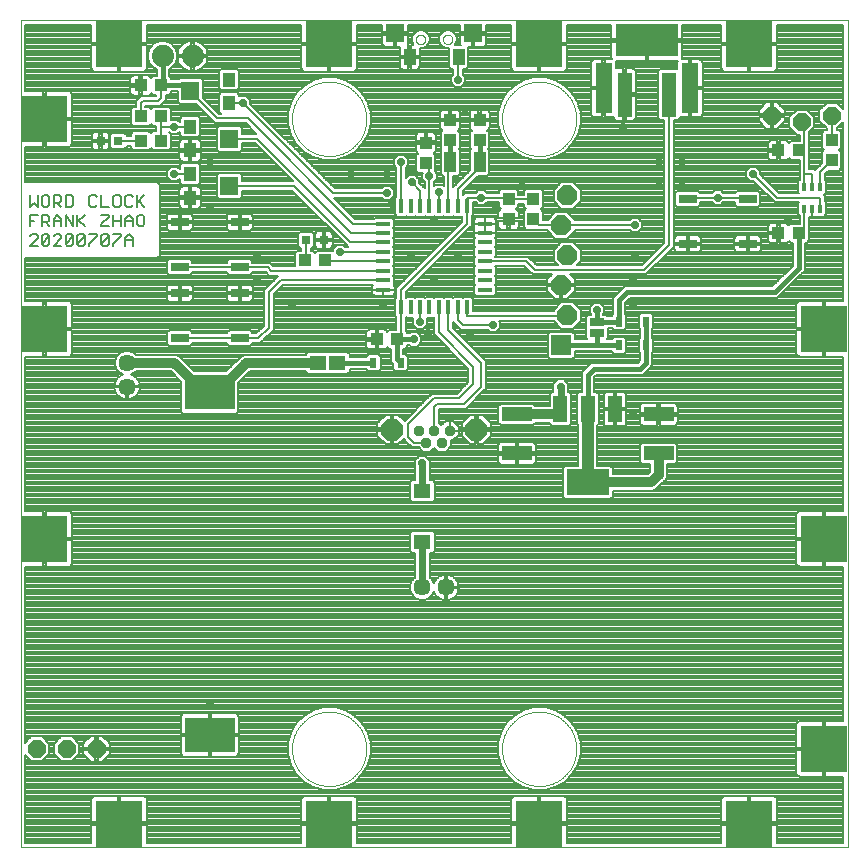
<source format=gtl>
G75*
%MOIN*%
%OFA0B0*%
%FSLAX25Y25*%
%IPPOS*%
%LPD*%
%AMOC8*
5,1,8,0,0,1.08239X$1,22.5*
%
%ADD10C,0.00000*%
%ADD11OC8,0.05937*%
%ADD12R,0.15811X0.15811*%
%ADD13C,0.00500*%
%ADD14R,0.01575X0.04724*%
%ADD15R,0.04724X0.01575*%
%ADD16OC8,0.07087*%
%ADD17OC8,0.03575*%
%ADD18R,0.16535X0.11811*%
%ADD19R,0.04800X0.08800*%
%ADD20R,0.14173X0.08661*%
%ADD21R,0.03937X0.07087*%
%ADD22R,0.03937X0.04331*%
%ADD23R,0.02480X0.03268*%
%ADD24R,0.09843X0.04724*%
%ADD25R,0.04331X0.03937*%
%ADD26R,0.06600X0.06600*%
%ADD27OC8,0.06600*%
%ADD28R,0.05000X0.02500*%
%ADD29C,0.05700*%
%ADD30R,0.05787X0.05000*%
%ADD31C,0.07400*%
%ADD32R,0.05906X0.06299*%
%ADD33R,0.04409X0.04724*%
%ADD34R,0.06000X0.03000*%
%ADD35R,0.03937X0.05512*%
%ADD36R,0.21000X0.11000*%
%ADD37R,0.04750X0.14800*%
%ADD38R,0.05750X0.16500*%
%ADD39R,0.05650X0.05000*%
%ADD40R,0.01575X0.02953*%
%ADD41R,0.03150X0.03150*%
%ADD42C,0.00800*%
%ADD43OC8,0.02381*%
%ADD44C,0.01600*%
%ADD45C,0.02400*%
%ADD46C,0.03200*%
%ADD47C,0.04000*%
D10*
X0001400Y0001400D02*
X0001400Y0276991D01*
X0276991Y0276991D01*
X0276991Y0001400D01*
X0001400Y0001400D01*
X0091793Y0034195D02*
X0091797Y0034499D01*
X0091808Y0034804D01*
X0091827Y0035107D01*
X0091853Y0035411D01*
X0091886Y0035713D01*
X0091927Y0036015D01*
X0091976Y0036315D01*
X0092031Y0036615D01*
X0092094Y0036912D01*
X0092165Y0037208D01*
X0092242Y0037503D01*
X0092327Y0037795D01*
X0092419Y0038085D01*
X0092518Y0038373D01*
X0092624Y0038658D01*
X0092737Y0038941D01*
X0092857Y0039221D01*
X0092984Y0039498D01*
X0093117Y0039771D01*
X0093257Y0040041D01*
X0093404Y0040308D01*
X0093557Y0040571D01*
X0093717Y0040830D01*
X0093883Y0041085D01*
X0094055Y0041336D01*
X0094234Y0041583D01*
X0094418Y0041825D01*
X0094608Y0042063D01*
X0094804Y0042296D01*
X0095006Y0042524D01*
X0095213Y0042747D01*
X0095425Y0042965D01*
X0095643Y0043177D01*
X0095866Y0043384D01*
X0096094Y0043586D01*
X0096327Y0043782D01*
X0096565Y0043972D01*
X0096807Y0044156D01*
X0097054Y0044335D01*
X0097305Y0044507D01*
X0097560Y0044673D01*
X0097819Y0044833D01*
X0098082Y0044986D01*
X0098349Y0045133D01*
X0098619Y0045273D01*
X0098892Y0045406D01*
X0099169Y0045533D01*
X0099449Y0045653D01*
X0099732Y0045766D01*
X0100017Y0045872D01*
X0100305Y0045971D01*
X0100595Y0046063D01*
X0100887Y0046148D01*
X0101182Y0046225D01*
X0101478Y0046296D01*
X0101775Y0046359D01*
X0102075Y0046414D01*
X0102375Y0046463D01*
X0102677Y0046504D01*
X0102979Y0046537D01*
X0103283Y0046563D01*
X0103586Y0046582D01*
X0103891Y0046593D01*
X0104195Y0046597D01*
X0104499Y0046593D01*
X0104804Y0046582D01*
X0105107Y0046563D01*
X0105411Y0046537D01*
X0105713Y0046504D01*
X0106015Y0046463D01*
X0106315Y0046414D01*
X0106615Y0046359D01*
X0106912Y0046296D01*
X0107208Y0046225D01*
X0107503Y0046148D01*
X0107795Y0046063D01*
X0108085Y0045971D01*
X0108373Y0045872D01*
X0108658Y0045766D01*
X0108941Y0045653D01*
X0109221Y0045533D01*
X0109498Y0045406D01*
X0109771Y0045273D01*
X0110041Y0045133D01*
X0110308Y0044986D01*
X0110571Y0044833D01*
X0110830Y0044673D01*
X0111085Y0044507D01*
X0111336Y0044335D01*
X0111583Y0044156D01*
X0111825Y0043972D01*
X0112063Y0043782D01*
X0112296Y0043586D01*
X0112524Y0043384D01*
X0112747Y0043177D01*
X0112965Y0042965D01*
X0113177Y0042747D01*
X0113384Y0042524D01*
X0113586Y0042296D01*
X0113782Y0042063D01*
X0113972Y0041825D01*
X0114156Y0041583D01*
X0114335Y0041336D01*
X0114507Y0041085D01*
X0114673Y0040830D01*
X0114833Y0040571D01*
X0114986Y0040308D01*
X0115133Y0040041D01*
X0115273Y0039771D01*
X0115406Y0039498D01*
X0115533Y0039221D01*
X0115653Y0038941D01*
X0115766Y0038658D01*
X0115872Y0038373D01*
X0115971Y0038085D01*
X0116063Y0037795D01*
X0116148Y0037503D01*
X0116225Y0037208D01*
X0116296Y0036912D01*
X0116359Y0036615D01*
X0116414Y0036315D01*
X0116463Y0036015D01*
X0116504Y0035713D01*
X0116537Y0035411D01*
X0116563Y0035107D01*
X0116582Y0034804D01*
X0116593Y0034499D01*
X0116597Y0034195D01*
X0116593Y0033891D01*
X0116582Y0033586D01*
X0116563Y0033283D01*
X0116537Y0032979D01*
X0116504Y0032677D01*
X0116463Y0032375D01*
X0116414Y0032075D01*
X0116359Y0031775D01*
X0116296Y0031478D01*
X0116225Y0031182D01*
X0116148Y0030887D01*
X0116063Y0030595D01*
X0115971Y0030305D01*
X0115872Y0030017D01*
X0115766Y0029732D01*
X0115653Y0029449D01*
X0115533Y0029169D01*
X0115406Y0028892D01*
X0115273Y0028619D01*
X0115133Y0028349D01*
X0114986Y0028082D01*
X0114833Y0027819D01*
X0114673Y0027560D01*
X0114507Y0027305D01*
X0114335Y0027054D01*
X0114156Y0026807D01*
X0113972Y0026565D01*
X0113782Y0026327D01*
X0113586Y0026094D01*
X0113384Y0025866D01*
X0113177Y0025643D01*
X0112965Y0025425D01*
X0112747Y0025213D01*
X0112524Y0025006D01*
X0112296Y0024804D01*
X0112063Y0024608D01*
X0111825Y0024418D01*
X0111583Y0024234D01*
X0111336Y0024055D01*
X0111085Y0023883D01*
X0110830Y0023717D01*
X0110571Y0023557D01*
X0110308Y0023404D01*
X0110041Y0023257D01*
X0109771Y0023117D01*
X0109498Y0022984D01*
X0109221Y0022857D01*
X0108941Y0022737D01*
X0108658Y0022624D01*
X0108373Y0022518D01*
X0108085Y0022419D01*
X0107795Y0022327D01*
X0107503Y0022242D01*
X0107208Y0022165D01*
X0106912Y0022094D01*
X0106615Y0022031D01*
X0106315Y0021976D01*
X0106015Y0021927D01*
X0105713Y0021886D01*
X0105411Y0021853D01*
X0105107Y0021827D01*
X0104804Y0021808D01*
X0104499Y0021797D01*
X0104195Y0021793D01*
X0103891Y0021797D01*
X0103586Y0021808D01*
X0103283Y0021827D01*
X0102979Y0021853D01*
X0102677Y0021886D01*
X0102375Y0021927D01*
X0102075Y0021976D01*
X0101775Y0022031D01*
X0101478Y0022094D01*
X0101182Y0022165D01*
X0100887Y0022242D01*
X0100595Y0022327D01*
X0100305Y0022419D01*
X0100017Y0022518D01*
X0099732Y0022624D01*
X0099449Y0022737D01*
X0099169Y0022857D01*
X0098892Y0022984D01*
X0098619Y0023117D01*
X0098349Y0023257D01*
X0098082Y0023404D01*
X0097819Y0023557D01*
X0097560Y0023717D01*
X0097305Y0023883D01*
X0097054Y0024055D01*
X0096807Y0024234D01*
X0096565Y0024418D01*
X0096327Y0024608D01*
X0096094Y0024804D01*
X0095866Y0025006D01*
X0095643Y0025213D01*
X0095425Y0025425D01*
X0095213Y0025643D01*
X0095006Y0025866D01*
X0094804Y0026094D01*
X0094608Y0026327D01*
X0094418Y0026565D01*
X0094234Y0026807D01*
X0094055Y0027054D01*
X0093883Y0027305D01*
X0093717Y0027560D01*
X0093557Y0027819D01*
X0093404Y0028082D01*
X0093257Y0028349D01*
X0093117Y0028619D01*
X0092984Y0028892D01*
X0092857Y0029169D01*
X0092737Y0029449D01*
X0092624Y0029732D01*
X0092518Y0030017D01*
X0092419Y0030305D01*
X0092327Y0030595D01*
X0092242Y0030887D01*
X0092165Y0031182D01*
X0092094Y0031478D01*
X0092031Y0031775D01*
X0091976Y0032075D01*
X0091927Y0032375D01*
X0091886Y0032677D01*
X0091853Y0032979D01*
X0091827Y0033283D01*
X0091808Y0033586D01*
X0091797Y0033891D01*
X0091793Y0034195D01*
X0161793Y0034195D02*
X0161797Y0034499D01*
X0161808Y0034804D01*
X0161827Y0035107D01*
X0161853Y0035411D01*
X0161886Y0035713D01*
X0161927Y0036015D01*
X0161976Y0036315D01*
X0162031Y0036615D01*
X0162094Y0036912D01*
X0162165Y0037208D01*
X0162242Y0037503D01*
X0162327Y0037795D01*
X0162419Y0038085D01*
X0162518Y0038373D01*
X0162624Y0038658D01*
X0162737Y0038941D01*
X0162857Y0039221D01*
X0162984Y0039498D01*
X0163117Y0039771D01*
X0163257Y0040041D01*
X0163404Y0040308D01*
X0163557Y0040571D01*
X0163717Y0040830D01*
X0163883Y0041085D01*
X0164055Y0041336D01*
X0164234Y0041583D01*
X0164418Y0041825D01*
X0164608Y0042063D01*
X0164804Y0042296D01*
X0165006Y0042524D01*
X0165213Y0042747D01*
X0165425Y0042965D01*
X0165643Y0043177D01*
X0165866Y0043384D01*
X0166094Y0043586D01*
X0166327Y0043782D01*
X0166565Y0043972D01*
X0166807Y0044156D01*
X0167054Y0044335D01*
X0167305Y0044507D01*
X0167560Y0044673D01*
X0167819Y0044833D01*
X0168082Y0044986D01*
X0168349Y0045133D01*
X0168619Y0045273D01*
X0168892Y0045406D01*
X0169169Y0045533D01*
X0169449Y0045653D01*
X0169732Y0045766D01*
X0170017Y0045872D01*
X0170305Y0045971D01*
X0170595Y0046063D01*
X0170887Y0046148D01*
X0171182Y0046225D01*
X0171478Y0046296D01*
X0171775Y0046359D01*
X0172075Y0046414D01*
X0172375Y0046463D01*
X0172677Y0046504D01*
X0172979Y0046537D01*
X0173283Y0046563D01*
X0173586Y0046582D01*
X0173891Y0046593D01*
X0174195Y0046597D01*
X0174499Y0046593D01*
X0174804Y0046582D01*
X0175107Y0046563D01*
X0175411Y0046537D01*
X0175713Y0046504D01*
X0176015Y0046463D01*
X0176315Y0046414D01*
X0176615Y0046359D01*
X0176912Y0046296D01*
X0177208Y0046225D01*
X0177503Y0046148D01*
X0177795Y0046063D01*
X0178085Y0045971D01*
X0178373Y0045872D01*
X0178658Y0045766D01*
X0178941Y0045653D01*
X0179221Y0045533D01*
X0179498Y0045406D01*
X0179771Y0045273D01*
X0180041Y0045133D01*
X0180308Y0044986D01*
X0180571Y0044833D01*
X0180830Y0044673D01*
X0181085Y0044507D01*
X0181336Y0044335D01*
X0181583Y0044156D01*
X0181825Y0043972D01*
X0182063Y0043782D01*
X0182296Y0043586D01*
X0182524Y0043384D01*
X0182747Y0043177D01*
X0182965Y0042965D01*
X0183177Y0042747D01*
X0183384Y0042524D01*
X0183586Y0042296D01*
X0183782Y0042063D01*
X0183972Y0041825D01*
X0184156Y0041583D01*
X0184335Y0041336D01*
X0184507Y0041085D01*
X0184673Y0040830D01*
X0184833Y0040571D01*
X0184986Y0040308D01*
X0185133Y0040041D01*
X0185273Y0039771D01*
X0185406Y0039498D01*
X0185533Y0039221D01*
X0185653Y0038941D01*
X0185766Y0038658D01*
X0185872Y0038373D01*
X0185971Y0038085D01*
X0186063Y0037795D01*
X0186148Y0037503D01*
X0186225Y0037208D01*
X0186296Y0036912D01*
X0186359Y0036615D01*
X0186414Y0036315D01*
X0186463Y0036015D01*
X0186504Y0035713D01*
X0186537Y0035411D01*
X0186563Y0035107D01*
X0186582Y0034804D01*
X0186593Y0034499D01*
X0186597Y0034195D01*
X0186593Y0033891D01*
X0186582Y0033586D01*
X0186563Y0033283D01*
X0186537Y0032979D01*
X0186504Y0032677D01*
X0186463Y0032375D01*
X0186414Y0032075D01*
X0186359Y0031775D01*
X0186296Y0031478D01*
X0186225Y0031182D01*
X0186148Y0030887D01*
X0186063Y0030595D01*
X0185971Y0030305D01*
X0185872Y0030017D01*
X0185766Y0029732D01*
X0185653Y0029449D01*
X0185533Y0029169D01*
X0185406Y0028892D01*
X0185273Y0028619D01*
X0185133Y0028349D01*
X0184986Y0028082D01*
X0184833Y0027819D01*
X0184673Y0027560D01*
X0184507Y0027305D01*
X0184335Y0027054D01*
X0184156Y0026807D01*
X0183972Y0026565D01*
X0183782Y0026327D01*
X0183586Y0026094D01*
X0183384Y0025866D01*
X0183177Y0025643D01*
X0182965Y0025425D01*
X0182747Y0025213D01*
X0182524Y0025006D01*
X0182296Y0024804D01*
X0182063Y0024608D01*
X0181825Y0024418D01*
X0181583Y0024234D01*
X0181336Y0024055D01*
X0181085Y0023883D01*
X0180830Y0023717D01*
X0180571Y0023557D01*
X0180308Y0023404D01*
X0180041Y0023257D01*
X0179771Y0023117D01*
X0179498Y0022984D01*
X0179221Y0022857D01*
X0178941Y0022737D01*
X0178658Y0022624D01*
X0178373Y0022518D01*
X0178085Y0022419D01*
X0177795Y0022327D01*
X0177503Y0022242D01*
X0177208Y0022165D01*
X0176912Y0022094D01*
X0176615Y0022031D01*
X0176315Y0021976D01*
X0176015Y0021927D01*
X0175713Y0021886D01*
X0175411Y0021853D01*
X0175107Y0021827D01*
X0174804Y0021808D01*
X0174499Y0021797D01*
X0174195Y0021793D01*
X0173891Y0021797D01*
X0173586Y0021808D01*
X0173283Y0021827D01*
X0172979Y0021853D01*
X0172677Y0021886D01*
X0172375Y0021927D01*
X0172075Y0021976D01*
X0171775Y0022031D01*
X0171478Y0022094D01*
X0171182Y0022165D01*
X0170887Y0022242D01*
X0170595Y0022327D01*
X0170305Y0022419D01*
X0170017Y0022518D01*
X0169732Y0022624D01*
X0169449Y0022737D01*
X0169169Y0022857D01*
X0168892Y0022984D01*
X0168619Y0023117D01*
X0168349Y0023257D01*
X0168082Y0023404D01*
X0167819Y0023557D01*
X0167560Y0023717D01*
X0167305Y0023883D01*
X0167054Y0024055D01*
X0166807Y0024234D01*
X0166565Y0024418D01*
X0166327Y0024608D01*
X0166094Y0024804D01*
X0165866Y0025006D01*
X0165643Y0025213D01*
X0165425Y0025425D01*
X0165213Y0025643D01*
X0165006Y0025866D01*
X0164804Y0026094D01*
X0164608Y0026327D01*
X0164418Y0026565D01*
X0164234Y0026807D01*
X0164055Y0027054D01*
X0163883Y0027305D01*
X0163717Y0027560D01*
X0163557Y0027819D01*
X0163404Y0028082D01*
X0163257Y0028349D01*
X0163117Y0028619D01*
X0162984Y0028892D01*
X0162857Y0029169D01*
X0162737Y0029449D01*
X0162624Y0029732D01*
X0162518Y0030017D01*
X0162419Y0030305D01*
X0162327Y0030595D01*
X0162242Y0030887D01*
X0162165Y0031182D01*
X0162094Y0031478D01*
X0162031Y0031775D01*
X0161976Y0032075D01*
X0161927Y0032375D01*
X0161886Y0032677D01*
X0161853Y0032979D01*
X0161827Y0033283D01*
X0161808Y0033586D01*
X0161797Y0033891D01*
X0161793Y0034195D01*
X0161793Y0244195D02*
X0161797Y0244499D01*
X0161808Y0244804D01*
X0161827Y0245107D01*
X0161853Y0245411D01*
X0161886Y0245713D01*
X0161927Y0246015D01*
X0161976Y0246315D01*
X0162031Y0246615D01*
X0162094Y0246912D01*
X0162165Y0247208D01*
X0162242Y0247503D01*
X0162327Y0247795D01*
X0162419Y0248085D01*
X0162518Y0248373D01*
X0162624Y0248658D01*
X0162737Y0248941D01*
X0162857Y0249221D01*
X0162984Y0249498D01*
X0163117Y0249771D01*
X0163257Y0250041D01*
X0163404Y0250308D01*
X0163557Y0250571D01*
X0163717Y0250830D01*
X0163883Y0251085D01*
X0164055Y0251336D01*
X0164234Y0251583D01*
X0164418Y0251825D01*
X0164608Y0252063D01*
X0164804Y0252296D01*
X0165006Y0252524D01*
X0165213Y0252747D01*
X0165425Y0252965D01*
X0165643Y0253177D01*
X0165866Y0253384D01*
X0166094Y0253586D01*
X0166327Y0253782D01*
X0166565Y0253972D01*
X0166807Y0254156D01*
X0167054Y0254335D01*
X0167305Y0254507D01*
X0167560Y0254673D01*
X0167819Y0254833D01*
X0168082Y0254986D01*
X0168349Y0255133D01*
X0168619Y0255273D01*
X0168892Y0255406D01*
X0169169Y0255533D01*
X0169449Y0255653D01*
X0169732Y0255766D01*
X0170017Y0255872D01*
X0170305Y0255971D01*
X0170595Y0256063D01*
X0170887Y0256148D01*
X0171182Y0256225D01*
X0171478Y0256296D01*
X0171775Y0256359D01*
X0172075Y0256414D01*
X0172375Y0256463D01*
X0172677Y0256504D01*
X0172979Y0256537D01*
X0173283Y0256563D01*
X0173586Y0256582D01*
X0173891Y0256593D01*
X0174195Y0256597D01*
X0174499Y0256593D01*
X0174804Y0256582D01*
X0175107Y0256563D01*
X0175411Y0256537D01*
X0175713Y0256504D01*
X0176015Y0256463D01*
X0176315Y0256414D01*
X0176615Y0256359D01*
X0176912Y0256296D01*
X0177208Y0256225D01*
X0177503Y0256148D01*
X0177795Y0256063D01*
X0178085Y0255971D01*
X0178373Y0255872D01*
X0178658Y0255766D01*
X0178941Y0255653D01*
X0179221Y0255533D01*
X0179498Y0255406D01*
X0179771Y0255273D01*
X0180041Y0255133D01*
X0180308Y0254986D01*
X0180571Y0254833D01*
X0180830Y0254673D01*
X0181085Y0254507D01*
X0181336Y0254335D01*
X0181583Y0254156D01*
X0181825Y0253972D01*
X0182063Y0253782D01*
X0182296Y0253586D01*
X0182524Y0253384D01*
X0182747Y0253177D01*
X0182965Y0252965D01*
X0183177Y0252747D01*
X0183384Y0252524D01*
X0183586Y0252296D01*
X0183782Y0252063D01*
X0183972Y0251825D01*
X0184156Y0251583D01*
X0184335Y0251336D01*
X0184507Y0251085D01*
X0184673Y0250830D01*
X0184833Y0250571D01*
X0184986Y0250308D01*
X0185133Y0250041D01*
X0185273Y0249771D01*
X0185406Y0249498D01*
X0185533Y0249221D01*
X0185653Y0248941D01*
X0185766Y0248658D01*
X0185872Y0248373D01*
X0185971Y0248085D01*
X0186063Y0247795D01*
X0186148Y0247503D01*
X0186225Y0247208D01*
X0186296Y0246912D01*
X0186359Y0246615D01*
X0186414Y0246315D01*
X0186463Y0246015D01*
X0186504Y0245713D01*
X0186537Y0245411D01*
X0186563Y0245107D01*
X0186582Y0244804D01*
X0186593Y0244499D01*
X0186597Y0244195D01*
X0186593Y0243891D01*
X0186582Y0243586D01*
X0186563Y0243283D01*
X0186537Y0242979D01*
X0186504Y0242677D01*
X0186463Y0242375D01*
X0186414Y0242075D01*
X0186359Y0241775D01*
X0186296Y0241478D01*
X0186225Y0241182D01*
X0186148Y0240887D01*
X0186063Y0240595D01*
X0185971Y0240305D01*
X0185872Y0240017D01*
X0185766Y0239732D01*
X0185653Y0239449D01*
X0185533Y0239169D01*
X0185406Y0238892D01*
X0185273Y0238619D01*
X0185133Y0238349D01*
X0184986Y0238082D01*
X0184833Y0237819D01*
X0184673Y0237560D01*
X0184507Y0237305D01*
X0184335Y0237054D01*
X0184156Y0236807D01*
X0183972Y0236565D01*
X0183782Y0236327D01*
X0183586Y0236094D01*
X0183384Y0235866D01*
X0183177Y0235643D01*
X0182965Y0235425D01*
X0182747Y0235213D01*
X0182524Y0235006D01*
X0182296Y0234804D01*
X0182063Y0234608D01*
X0181825Y0234418D01*
X0181583Y0234234D01*
X0181336Y0234055D01*
X0181085Y0233883D01*
X0180830Y0233717D01*
X0180571Y0233557D01*
X0180308Y0233404D01*
X0180041Y0233257D01*
X0179771Y0233117D01*
X0179498Y0232984D01*
X0179221Y0232857D01*
X0178941Y0232737D01*
X0178658Y0232624D01*
X0178373Y0232518D01*
X0178085Y0232419D01*
X0177795Y0232327D01*
X0177503Y0232242D01*
X0177208Y0232165D01*
X0176912Y0232094D01*
X0176615Y0232031D01*
X0176315Y0231976D01*
X0176015Y0231927D01*
X0175713Y0231886D01*
X0175411Y0231853D01*
X0175107Y0231827D01*
X0174804Y0231808D01*
X0174499Y0231797D01*
X0174195Y0231793D01*
X0173891Y0231797D01*
X0173586Y0231808D01*
X0173283Y0231827D01*
X0172979Y0231853D01*
X0172677Y0231886D01*
X0172375Y0231927D01*
X0172075Y0231976D01*
X0171775Y0232031D01*
X0171478Y0232094D01*
X0171182Y0232165D01*
X0170887Y0232242D01*
X0170595Y0232327D01*
X0170305Y0232419D01*
X0170017Y0232518D01*
X0169732Y0232624D01*
X0169449Y0232737D01*
X0169169Y0232857D01*
X0168892Y0232984D01*
X0168619Y0233117D01*
X0168349Y0233257D01*
X0168082Y0233404D01*
X0167819Y0233557D01*
X0167560Y0233717D01*
X0167305Y0233883D01*
X0167054Y0234055D01*
X0166807Y0234234D01*
X0166565Y0234418D01*
X0166327Y0234608D01*
X0166094Y0234804D01*
X0165866Y0235006D01*
X0165643Y0235213D01*
X0165425Y0235425D01*
X0165213Y0235643D01*
X0165006Y0235866D01*
X0164804Y0236094D01*
X0164608Y0236327D01*
X0164418Y0236565D01*
X0164234Y0236807D01*
X0164055Y0237054D01*
X0163883Y0237305D01*
X0163717Y0237560D01*
X0163557Y0237819D01*
X0163404Y0238082D01*
X0163257Y0238349D01*
X0163117Y0238619D01*
X0162984Y0238892D01*
X0162857Y0239169D01*
X0162737Y0239449D01*
X0162624Y0239732D01*
X0162518Y0240017D01*
X0162419Y0240305D01*
X0162327Y0240595D01*
X0162242Y0240887D01*
X0162165Y0241182D01*
X0162094Y0241478D01*
X0162031Y0241775D01*
X0161976Y0242075D01*
X0161927Y0242375D01*
X0161886Y0242677D01*
X0161853Y0242979D01*
X0161827Y0243283D01*
X0161808Y0243586D01*
X0161797Y0243891D01*
X0161793Y0244195D01*
X0142148Y0270691D02*
X0142150Y0270770D01*
X0142156Y0270849D01*
X0142166Y0270928D01*
X0142180Y0271006D01*
X0142197Y0271083D01*
X0142219Y0271159D01*
X0142244Y0271234D01*
X0142274Y0271307D01*
X0142306Y0271379D01*
X0142343Y0271450D01*
X0142383Y0271518D01*
X0142426Y0271584D01*
X0142472Y0271648D01*
X0142522Y0271710D01*
X0142575Y0271769D01*
X0142630Y0271825D01*
X0142689Y0271879D01*
X0142750Y0271929D01*
X0142813Y0271977D01*
X0142879Y0272021D01*
X0142947Y0272062D01*
X0143017Y0272099D01*
X0143088Y0272133D01*
X0143162Y0272163D01*
X0143236Y0272189D01*
X0143312Y0272211D01*
X0143389Y0272230D01*
X0143467Y0272245D01*
X0143545Y0272256D01*
X0143624Y0272263D01*
X0143703Y0272266D01*
X0143782Y0272265D01*
X0143861Y0272260D01*
X0143940Y0272251D01*
X0144018Y0272238D01*
X0144095Y0272221D01*
X0144172Y0272201D01*
X0144247Y0272176D01*
X0144321Y0272148D01*
X0144394Y0272116D01*
X0144464Y0272081D01*
X0144533Y0272042D01*
X0144600Y0271999D01*
X0144665Y0271953D01*
X0144727Y0271905D01*
X0144787Y0271853D01*
X0144844Y0271798D01*
X0144898Y0271740D01*
X0144949Y0271680D01*
X0144997Y0271617D01*
X0145042Y0271552D01*
X0145084Y0271484D01*
X0145122Y0271415D01*
X0145156Y0271344D01*
X0145187Y0271271D01*
X0145215Y0271196D01*
X0145238Y0271121D01*
X0145258Y0271044D01*
X0145274Y0270967D01*
X0145286Y0270888D01*
X0145294Y0270810D01*
X0145298Y0270731D01*
X0145298Y0270651D01*
X0145294Y0270572D01*
X0145286Y0270494D01*
X0145274Y0270415D01*
X0145258Y0270338D01*
X0145238Y0270261D01*
X0145215Y0270186D01*
X0145187Y0270111D01*
X0145156Y0270038D01*
X0145122Y0269967D01*
X0145084Y0269898D01*
X0145042Y0269830D01*
X0144997Y0269765D01*
X0144949Y0269702D01*
X0144898Y0269642D01*
X0144844Y0269584D01*
X0144787Y0269529D01*
X0144727Y0269477D01*
X0144665Y0269429D01*
X0144600Y0269383D01*
X0144533Y0269340D01*
X0144464Y0269301D01*
X0144394Y0269266D01*
X0144321Y0269234D01*
X0144247Y0269206D01*
X0144172Y0269181D01*
X0144095Y0269161D01*
X0144018Y0269144D01*
X0143940Y0269131D01*
X0143861Y0269122D01*
X0143782Y0269117D01*
X0143703Y0269116D01*
X0143624Y0269119D01*
X0143545Y0269126D01*
X0143467Y0269137D01*
X0143389Y0269152D01*
X0143312Y0269171D01*
X0143236Y0269193D01*
X0143162Y0269219D01*
X0143088Y0269249D01*
X0143017Y0269283D01*
X0142947Y0269320D01*
X0142879Y0269361D01*
X0142813Y0269405D01*
X0142750Y0269453D01*
X0142689Y0269503D01*
X0142630Y0269557D01*
X0142575Y0269613D01*
X0142522Y0269672D01*
X0142472Y0269734D01*
X0142426Y0269798D01*
X0142383Y0269864D01*
X0142343Y0269932D01*
X0142306Y0270003D01*
X0142274Y0270075D01*
X0142244Y0270148D01*
X0142219Y0270223D01*
X0142197Y0270299D01*
X0142180Y0270376D01*
X0142166Y0270454D01*
X0142156Y0270533D01*
X0142150Y0270612D01*
X0142148Y0270691D01*
X0133093Y0270691D02*
X0133095Y0270770D01*
X0133101Y0270849D01*
X0133111Y0270928D01*
X0133125Y0271006D01*
X0133142Y0271083D01*
X0133164Y0271159D01*
X0133189Y0271234D01*
X0133219Y0271307D01*
X0133251Y0271379D01*
X0133288Y0271450D01*
X0133328Y0271518D01*
X0133371Y0271584D01*
X0133417Y0271648D01*
X0133467Y0271710D01*
X0133520Y0271769D01*
X0133575Y0271825D01*
X0133634Y0271879D01*
X0133695Y0271929D01*
X0133758Y0271977D01*
X0133824Y0272021D01*
X0133892Y0272062D01*
X0133962Y0272099D01*
X0134033Y0272133D01*
X0134107Y0272163D01*
X0134181Y0272189D01*
X0134257Y0272211D01*
X0134334Y0272230D01*
X0134412Y0272245D01*
X0134490Y0272256D01*
X0134569Y0272263D01*
X0134648Y0272266D01*
X0134727Y0272265D01*
X0134806Y0272260D01*
X0134885Y0272251D01*
X0134963Y0272238D01*
X0135040Y0272221D01*
X0135117Y0272201D01*
X0135192Y0272176D01*
X0135266Y0272148D01*
X0135339Y0272116D01*
X0135409Y0272081D01*
X0135478Y0272042D01*
X0135545Y0271999D01*
X0135610Y0271953D01*
X0135672Y0271905D01*
X0135732Y0271853D01*
X0135789Y0271798D01*
X0135843Y0271740D01*
X0135894Y0271680D01*
X0135942Y0271617D01*
X0135987Y0271552D01*
X0136029Y0271484D01*
X0136067Y0271415D01*
X0136101Y0271344D01*
X0136132Y0271271D01*
X0136160Y0271196D01*
X0136183Y0271121D01*
X0136203Y0271044D01*
X0136219Y0270967D01*
X0136231Y0270888D01*
X0136239Y0270810D01*
X0136243Y0270731D01*
X0136243Y0270651D01*
X0136239Y0270572D01*
X0136231Y0270494D01*
X0136219Y0270415D01*
X0136203Y0270338D01*
X0136183Y0270261D01*
X0136160Y0270186D01*
X0136132Y0270111D01*
X0136101Y0270038D01*
X0136067Y0269967D01*
X0136029Y0269898D01*
X0135987Y0269830D01*
X0135942Y0269765D01*
X0135894Y0269702D01*
X0135843Y0269642D01*
X0135789Y0269584D01*
X0135732Y0269529D01*
X0135672Y0269477D01*
X0135610Y0269429D01*
X0135545Y0269383D01*
X0135478Y0269340D01*
X0135409Y0269301D01*
X0135339Y0269266D01*
X0135266Y0269234D01*
X0135192Y0269206D01*
X0135117Y0269181D01*
X0135040Y0269161D01*
X0134963Y0269144D01*
X0134885Y0269131D01*
X0134806Y0269122D01*
X0134727Y0269117D01*
X0134648Y0269116D01*
X0134569Y0269119D01*
X0134490Y0269126D01*
X0134412Y0269137D01*
X0134334Y0269152D01*
X0134257Y0269171D01*
X0134181Y0269193D01*
X0134107Y0269219D01*
X0134033Y0269249D01*
X0133962Y0269283D01*
X0133892Y0269320D01*
X0133824Y0269361D01*
X0133758Y0269405D01*
X0133695Y0269453D01*
X0133634Y0269503D01*
X0133575Y0269557D01*
X0133520Y0269613D01*
X0133467Y0269672D01*
X0133417Y0269734D01*
X0133371Y0269798D01*
X0133328Y0269864D01*
X0133288Y0269932D01*
X0133251Y0270003D01*
X0133219Y0270075D01*
X0133189Y0270148D01*
X0133164Y0270223D01*
X0133142Y0270299D01*
X0133125Y0270376D01*
X0133111Y0270454D01*
X0133101Y0270533D01*
X0133095Y0270612D01*
X0133093Y0270691D01*
X0091793Y0244195D02*
X0091797Y0244499D01*
X0091808Y0244804D01*
X0091827Y0245107D01*
X0091853Y0245411D01*
X0091886Y0245713D01*
X0091927Y0246015D01*
X0091976Y0246315D01*
X0092031Y0246615D01*
X0092094Y0246912D01*
X0092165Y0247208D01*
X0092242Y0247503D01*
X0092327Y0247795D01*
X0092419Y0248085D01*
X0092518Y0248373D01*
X0092624Y0248658D01*
X0092737Y0248941D01*
X0092857Y0249221D01*
X0092984Y0249498D01*
X0093117Y0249771D01*
X0093257Y0250041D01*
X0093404Y0250308D01*
X0093557Y0250571D01*
X0093717Y0250830D01*
X0093883Y0251085D01*
X0094055Y0251336D01*
X0094234Y0251583D01*
X0094418Y0251825D01*
X0094608Y0252063D01*
X0094804Y0252296D01*
X0095006Y0252524D01*
X0095213Y0252747D01*
X0095425Y0252965D01*
X0095643Y0253177D01*
X0095866Y0253384D01*
X0096094Y0253586D01*
X0096327Y0253782D01*
X0096565Y0253972D01*
X0096807Y0254156D01*
X0097054Y0254335D01*
X0097305Y0254507D01*
X0097560Y0254673D01*
X0097819Y0254833D01*
X0098082Y0254986D01*
X0098349Y0255133D01*
X0098619Y0255273D01*
X0098892Y0255406D01*
X0099169Y0255533D01*
X0099449Y0255653D01*
X0099732Y0255766D01*
X0100017Y0255872D01*
X0100305Y0255971D01*
X0100595Y0256063D01*
X0100887Y0256148D01*
X0101182Y0256225D01*
X0101478Y0256296D01*
X0101775Y0256359D01*
X0102075Y0256414D01*
X0102375Y0256463D01*
X0102677Y0256504D01*
X0102979Y0256537D01*
X0103283Y0256563D01*
X0103586Y0256582D01*
X0103891Y0256593D01*
X0104195Y0256597D01*
X0104499Y0256593D01*
X0104804Y0256582D01*
X0105107Y0256563D01*
X0105411Y0256537D01*
X0105713Y0256504D01*
X0106015Y0256463D01*
X0106315Y0256414D01*
X0106615Y0256359D01*
X0106912Y0256296D01*
X0107208Y0256225D01*
X0107503Y0256148D01*
X0107795Y0256063D01*
X0108085Y0255971D01*
X0108373Y0255872D01*
X0108658Y0255766D01*
X0108941Y0255653D01*
X0109221Y0255533D01*
X0109498Y0255406D01*
X0109771Y0255273D01*
X0110041Y0255133D01*
X0110308Y0254986D01*
X0110571Y0254833D01*
X0110830Y0254673D01*
X0111085Y0254507D01*
X0111336Y0254335D01*
X0111583Y0254156D01*
X0111825Y0253972D01*
X0112063Y0253782D01*
X0112296Y0253586D01*
X0112524Y0253384D01*
X0112747Y0253177D01*
X0112965Y0252965D01*
X0113177Y0252747D01*
X0113384Y0252524D01*
X0113586Y0252296D01*
X0113782Y0252063D01*
X0113972Y0251825D01*
X0114156Y0251583D01*
X0114335Y0251336D01*
X0114507Y0251085D01*
X0114673Y0250830D01*
X0114833Y0250571D01*
X0114986Y0250308D01*
X0115133Y0250041D01*
X0115273Y0249771D01*
X0115406Y0249498D01*
X0115533Y0249221D01*
X0115653Y0248941D01*
X0115766Y0248658D01*
X0115872Y0248373D01*
X0115971Y0248085D01*
X0116063Y0247795D01*
X0116148Y0247503D01*
X0116225Y0247208D01*
X0116296Y0246912D01*
X0116359Y0246615D01*
X0116414Y0246315D01*
X0116463Y0246015D01*
X0116504Y0245713D01*
X0116537Y0245411D01*
X0116563Y0245107D01*
X0116582Y0244804D01*
X0116593Y0244499D01*
X0116597Y0244195D01*
X0116593Y0243891D01*
X0116582Y0243586D01*
X0116563Y0243283D01*
X0116537Y0242979D01*
X0116504Y0242677D01*
X0116463Y0242375D01*
X0116414Y0242075D01*
X0116359Y0241775D01*
X0116296Y0241478D01*
X0116225Y0241182D01*
X0116148Y0240887D01*
X0116063Y0240595D01*
X0115971Y0240305D01*
X0115872Y0240017D01*
X0115766Y0239732D01*
X0115653Y0239449D01*
X0115533Y0239169D01*
X0115406Y0238892D01*
X0115273Y0238619D01*
X0115133Y0238349D01*
X0114986Y0238082D01*
X0114833Y0237819D01*
X0114673Y0237560D01*
X0114507Y0237305D01*
X0114335Y0237054D01*
X0114156Y0236807D01*
X0113972Y0236565D01*
X0113782Y0236327D01*
X0113586Y0236094D01*
X0113384Y0235866D01*
X0113177Y0235643D01*
X0112965Y0235425D01*
X0112747Y0235213D01*
X0112524Y0235006D01*
X0112296Y0234804D01*
X0112063Y0234608D01*
X0111825Y0234418D01*
X0111583Y0234234D01*
X0111336Y0234055D01*
X0111085Y0233883D01*
X0110830Y0233717D01*
X0110571Y0233557D01*
X0110308Y0233404D01*
X0110041Y0233257D01*
X0109771Y0233117D01*
X0109498Y0232984D01*
X0109221Y0232857D01*
X0108941Y0232737D01*
X0108658Y0232624D01*
X0108373Y0232518D01*
X0108085Y0232419D01*
X0107795Y0232327D01*
X0107503Y0232242D01*
X0107208Y0232165D01*
X0106912Y0232094D01*
X0106615Y0232031D01*
X0106315Y0231976D01*
X0106015Y0231927D01*
X0105713Y0231886D01*
X0105411Y0231853D01*
X0105107Y0231827D01*
X0104804Y0231808D01*
X0104499Y0231797D01*
X0104195Y0231793D01*
X0103891Y0231797D01*
X0103586Y0231808D01*
X0103283Y0231827D01*
X0102979Y0231853D01*
X0102677Y0231886D01*
X0102375Y0231927D01*
X0102075Y0231976D01*
X0101775Y0232031D01*
X0101478Y0232094D01*
X0101182Y0232165D01*
X0100887Y0232242D01*
X0100595Y0232327D01*
X0100305Y0232419D01*
X0100017Y0232518D01*
X0099732Y0232624D01*
X0099449Y0232737D01*
X0099169Y0232857D01*
X0098892Y0232984D01*
X0098619Y0233117D01*
X0098349Y0233257D01*
X0098082Y0233404D01*
X0097819Y0233557D01*
X0097560Y0233717D01*
X0097305Y0233883D01*
X0097054Y0234055D01*
X0096807Y0234234D01*
X0096565Y0234418D01*
X0096327Y0234608D01*
X0096094Y0234804D01*
X0095866Y0235006D01*
X0095643Y0235213D01*
X0095425Y0235425D01*
X0095213Y0235643D01*
X0095006Y0235866D01*
X0094804Y0236094D01*
X0094608Y0236327D01*
X0094418Y0236565D01*
X0094234Y0236807D01*
X0094055Y0237054D01*
X0093883Y0237305D01*
X0093717Y0237560D01*
X0093557Y0237819D01*
X0093404Y0238082D01*
X0093257Y0238349D01*
X0093117Y0238619D01*
X0092984Y0238892D01*
X0092857Y0239169D01*
X0092737Y0239449D01*
X0092624Y0239732D01*
X0092518Y0240017D01*
X0092419Y0240305D01*
X0092327Y0240595D01*
X0092242Y0240887D01*
X0092165Y0241182D01*
X0092094Y0241478D01*
X0092031Y0241775D01*
X0091976Y0242075D01*
X0091927Y0242375D01*
X0091886Y0242677D01*
X0091853Y0242979D01*
X0091827Y0243283D01*
X0091808Y0243586D01*
X0091797Y0243891D01*
X0091793Y0244195D01*
D11*
X0251715Y0245298D03*
X0261715Y0243093D03*
X0271715Y0245298D03*
X0026676Y0034195D03*
X0016676Y0034195D03*
X0006676Y0034195D03*
D12*
X0034195Y0009274D03*
X0104195Y0009274D03*
X0174195Y0009274D03*
X0244195Y0009274D03*
X0269117Y0034195D03*
X0269117Y0104195D03*
X0269117Y0174195D03*
X0244195Y0269117D03*
X0174195Y0269117D03*
X0104195Y0269117D03*
X0034195Y0269117D03*
X0009274Y0244195D03*
X0009274Y0174195D03*
X0009274Y0104195D03*
D13*
X0009039Y0201945D02*
X0008405Y0202579D01*
X0010940Y0205115D01*
X0010940Y0202579D01*
X0010306Y0201945D01*
X0009039Y0201945D01*
X0008405Y0202579D02*
X0008405Y0205115D01*
X0009039Y0205749D01*
X0010306Y0205749D01*
X0010940Y0205115D01*
X0012364Y0205115D02*
X0012998Y0205749D01*
X0014266Y0205749D01*
X0014900Y0205115D01*
X0014900Y0204481D01*
X0012364Y0201945D01*
X0014900Y0201945D01*
X0016323Y0202579D02*
X0018859Y0205115D01*
X0018859Y0202579D01*
X0018225Y0201945D01*
X0016957Y0201945D01*
X0016323Y0202579D01*
X0016323Y0205115D01*
X0016957Y0205749D01*
X0018225Y0205749D01*
X0018859Y0205115D01*
X0020283Y0205115D02*
X0020283Y0202579D01*
X0022818Y0205115D01*
X0022818Y0202579D01*
X0022184Y0201945D01*
X0020917Y0201945D01*
X0020283Y0202579D01*
X0020283Y0205115D02*
X0020917Y0205749D01*
X0022184Y0205749D01*
X0022818Y0205115D01*
X0024242Y0205749D02*
X0026778Y0205749D01*
X0026778Y0205115D01*
X0024242Y0202579D01*
X0024242Y0201945D01*
X0028202Y0202579D02*
X0030737Y0205115D01*
X0030737Y0202579D01*
X0030103Y0201945D01*
X0028835Y0201945D01*
X0028202Y0202579D01*
X0028202Y0205115D01*
X0028835Y0205749D01*
X0030103Y0205749D01*
X0030737Y0205115D01*
X0032161Y0205749D02*
X0034696Y0205749D01*
X0034696Y0205115D01*
X0032161Y0202579D01*
X0032161Y0201945D01*
X0036120Y0201945D02*
X0036120Y0204481D01*
X0037388Y0205749D01*
X0038656Y0204481D01*
X0038656Y0201945D01*
X0038656Y0203847D02*
X0036120Y0203847D01*
X0036120Y0208395D02*
X0036120Y0210931D01*
X0037388Y0212199D01*
X0038656Y0210931D01*
X0038656Y0208395D01*
X0040080Y0209029D02*
X0040080Y0211565D01*
X0040714Y0212199D01*
X0041981Y0212199D01*
X0042615Y0211565D01*
X0042615Y0209029D01*
X0041981Y0208395D01*
X0040714Y0208395D01*
X0040080Y0209029D01*
X0038656Y0210297D02*
X0036120Y0210297D01*
X0034696Y0210297D02*
X0032161Y0210297D01*
X0032161Y0208395D02*
X0032161Y0212199D01*
X0030737Y0212199D02*
X0030737Y0211565D01*
X0028202Y0209029D01*
X0028202Y0208395D01*
X0030737Y0208395D01*
X0034696Y0208395D02*
X0034696Y0212199D01*
X0034063Y0214845D02*
X0034696Y0215479D01*
X0034696Y0218015D01*
X0034063Y0218649D01*
X0032795Y0218649D01*
X0032161Y0218015D01*
X0032161Y0215479D01*
X0032795Y0214845D01*
X0034063Y0214845D01*
X0036120Y0215479D02*
X0036754Y0214845D01*
X0038022Y0214845D01*
X0038656Y0215479D01*
X0040080Y0214845D02*
X0040080Y0218649D01*
X0038656Y0218015D02*
X0038022Y0218649D01*
X0036754Y0218649D01*
X0036120Y0218015D01*
X0036120Y0215479D01*
X0030737Y0214845D02*
X0028202Y0214845D01*
X0028202Y0218649D01*
X0026778Y0218015D02*
X0026144Y0218649D01*
X0024876Y0218649D01*
X0024242Y0218015D01*
X0024242Y0215479D01*
X0024876Y0214845D01*
X0026144Y0214845D01*
X0026778Y0215479D01*
X0028202Y0212199D02*
X0030737Y0212199D01*
X0022818Y0212199D02*
X0020283Y0209663D01*
X0020917Y0210297D02*
X0022818Y0208395D01*
X0020283Y0208395D02*
X0020283Y0212199D01*
X0018859Y0212199D02*
X0018859Y0208395D01*
X0016323Y0212199D01*
X0016323Y0208395D01*
X0014900Y0208395D02*
X0014900Y0210931D01*
X0013632Y0212199D01*
X0012364Y0210931D01*
X0012364Y0208395D01*
X0010940Y0208395D02*
X0009672Y0209663D01*
X0010306Y0209663D02*
X0008405Y0209663D01*
X0008405Y0208395D02*
X0008405Y0212199D01*
X0010306Y0212199D01*
X0010940Y0211565D01*
X0010940Y0210297D01*
X0010306Y0209663D01*
X0012364Y0210297D02*
X0014900Y0210297D01*
X0014900Y0214845D02*
X0013632Y0216113D01*
X0014266Y0216113D02*
X0012364Y0216113D01*
X0012364Y0214845D02*
X0012364Y0218649D01*
X0014266Y0218649D01*
X0014900Y0218015D01*
X0014900Y0216747D01*
X0014266Y0216113D01*
X0016323Y0214845D02*
X0018225Y0214845D01*
X0018859Y0215479D01*
X0018859Y0218015D01*
X0018225Y0218649D01*
X0016323Y0218649D01*
X0016323Y0214845D01*
X0010940Y0215479D02*
X0010940Y0218015D01*
X0010306Y0218649D01*
X0009039Y0218649D01*
X0008405Y0218015D01*
X0008405Y0215479D01*
X0009039Y0214845D01*
X0010306Y0214845D01*
X0010940Y0215479D01*
X0006981Y0214845D02*
X0006981Y0218649D01*
X0004445Y0218649D02*
X0004445Y0214845D01*
X0005713Y0216113D01*
X0006981Y0214845D01*
X0006981Y0212199D02*
X0004445Y0212199D01*
X0004445Y0208395D01*
X0004445Y0210297D02*
X0005713Y0210297D01*
X0005079Y0205749D02*
X0004445Y0205115D01*
X0005079Y0205749D02*
X0006347Y0205749D01*
X0006981Y0205115D01*
X0006981Y0204481D01*
X0004445Y0201945D01*
X0006981Y0201945D01*
X0040080Y0216113D02*
X0042615Y0218649D01*
X0040714Y0216747D02*
X0042615Y0214845D01*
D14*
X0128172Y0215180D03*
X0131321Y0215180D03*
X0134471Y0215180D03*
X0137620Y0215180D03*
X0140770Y0215180D03*
X0143920Y0215180D03*
X0147069Y0215180D03*
X0150219Y0215180D03*
X0150219Y0181321D03*
X0147069Y0181321D03*
X0143920Y0181321D03*
X0140770Y0181321D03*
X0137620Y0181321D03*
X0134471Y0181321D03*
X0131321Y0181321D03*
X0128172Y0181321D03*
D15*
X0122266Y0187227D03*
X0122266Y0190376D03*
X0122266Y0193526D03*
X0122266Y0196676D03*
X0122266Y0199825D03*
X0122266Y0202975D03*
X0122266Y0206124D03*
X0122266Y0209274D03*
X0156124Y0209274D03*
X0156124Y0206124D03*
X0156124Y0202975D03*
X0156124Y0199825D03*
X0156124Y0196676D03*
X0156124Y0193526D03*
X0156124Y0190376D03*
X0156124Y0187227D03*
D16*
X0153270Y0140613D03*
X0125120Y0140613D03*
D17*
X0134077Y0140180D03*
X0136636Y0136243D03*
X0139195Y0140180D03*
X0141754Y0136243D03*
X0144313Y0140180D03*
D18*
X0064392Y0152975D03*
X0064392Y0038802D03*
D19*
X0181276Y0147458D03*
X0190376Y0147458D03*
X0199476Y0147458D03*
D20*
X0190376Y0123057D03*
D21*
X0154353Y0229746D03*
X0144510Y0229746D03*
D22*
X0144510Y0237030D03*
X0136439Y0236243D03*
X0136439Y0229550D03*
X0144510Y0243723D03*
X0154353Y0243723D03*
X0154353Y0237030D03*
X0163998Y0217345D03*
X0163998Y0210652D03*
X0172266Y0210652D03*
X0172266Y0217345D03*
X0271715Y0230337D03*
X0271715Y0237030D03*
D23*
X0209865Y0176597D03*
X0209865Y0168723D03*
X0200809Y0168723D03*
X0200809Y0176597D03*
X0127975Y0162817D03*
X0118920Y0162817D03*
D24*
X0166754Y0145691D03*
X0166754Y0132699D03*
X0213998Y0132699D03*
X0213998Y0145691D03*
D25*
X0253959Y0206124D03*
X0260652Y0206124D03*
X0260652Y0233683D03*
X0253959Y0233683D03*
X0126794Y0170691D03*
X0120101Y0170691D03*
X0102778Y0197069D03*
X0096085Y0197069D03*
X0048054Y0236833D03*
X0041361Y0236833D03*
X0041361Y0245101D03*
X0048054Y0245101D03*
X0048054Y0255337D03*
X0041361Y0255337D03*
D26*
X0181502Y0168723D03*
D27*
X0183502Y0178723D03*
X0181502Y0188723D03*
X0183502Y0198723D03*
X0181502Y0208723D03*
X0183502Y0218723D03*
D28*
X0193526Y0176400D03*
X0193526Y0172857D03*
D29*
X0143132Y0088014D03*
X0135258Y0088014D03*
X0036833Y0154943D03*
X0036833Y0162817D03*
D30*
X0135258Y0120101D03*
X0135258Y0103172D03*
D31*
X0058644Y0265180D03*
X0048644Y0265180D03*
D32*
X0057896Y0253369D03*
X0070888Y0237620D03*
X0070888Y0221872D03*
X0126203Y0272660D03*
X0152187Y0272660D03*
D33*
X0070888Y0257306D03*
X0070888Y0249431D03*
X0057896Y0241557D03*
X0057896Y0233683D03*
X0057896Y0225809D03*
X0057896Y0217935D03*
D34*
X0054392Y0209687D03*
X0054392Y0194687D03*
X0054392Y0186065D03*
X0054392Y0171065D03*
X0074392Y0171065D03*
X0074392Y0186065D03*
X0074392Y0194687D03*
X0074392Y0209687D03*
X0223683Y0202561D03*
X0223683Y0217561D03*
X0243683Y0217561D03*
X0243683Y0202561D03*
D35*
X0147365Y0264786D03*
X0131026Y0264786D03*
D36*
X0210061Y0270361D03*
D37*
X0202661Y0252261D03*
X0217461Y0252261D03*
D38*
X0224436Y0254411D03*
X0195686Y0254411D03*
D39*
X0106959Y0162817D03*
X0100566Y0162817D03*
D40*
X0262620Y0214294D03*
X0265180Y0214294D03*
X0267739Y0214294D03*
X0267739Y0221577D03*
X0265180Y0221577D03*
X0262620Y0221577D03*
D41*
X0102384Y0203762D03*
X0096479Y0203762D03*
X0033880Y0236833D03*
X0027975Y0236833D03*
D42*
X0028362Y0236614D02*
X0031106Y0236614D01*
X0030950Y0236446D02*
X0028362Y0236446D01*
X0028362Y0237220D01*
X0030950Y0237220D01*
X0030950Y0238592D01*
X0030854Y0238948D01*
X0030670Y0239267D01*
X0030409Y0239528D01*
X0030090Y0239712D01*
X0029734Y0239808D01*
X0028362Y0239808D01*
X0028362Y0237221D01*
X0027587Y0237221D01*
X0027587Y0239808D01*
X0026216Y0239808D01*
X0025860Y0239712D01*
X0025540Y0239528D01*
X0025280Y0239267D01*
X0025095Y0238948D01*
X0025000Y0238592D01*
X0025000Y0237220D01*
X0027587Y0237220D01*
X0027587Y0236446D01*
X0025000Y0236446D01*
X0025000Y0235074D01*
X0025095Y0234718D01*
X0025280Y0234399D01*
X0025540Y0234138D01*
X0025860Y0233954D01*
X0026216Y0233858D01*
X0027587Y0233858D01*
X0027587Y0236446D01*
X0028362Y0236446D01*
X0028362Y0233858D01*
X0029734Y0233858D01*
X0030090Y0233954D01*
X0030409Y0234138D01*
X0030670Y0234399D01*
X0030854Y0234718D01*
X0030950Y0235074D01*
X0030950Y0236446D01*
X0030950Y0235815D02*
X0031106Y0235815D01*
X0031106Y0235017D02*
X0030934Y0235017D01*
X0031106Y0234761D02*
X0031808Y0234058D01*
X0035952Y0234058D01*
X0036655Y0234761D01*
X0036655Y0235233D01*
X0037995Y0235233D01*
X0037995Y0234368D01*
X0038698Y0233665D01*
X0044023Y0233665D01*
X0044707Y0234349D01*
X0045391Y0233665D01*
X0050716Y0233665D01*
X0051419Y0234368D01*
X0051419Y0239299D01*
X0050760Y0239957D01*
X0050800Y0239957D01*
X0051591Y0239167D01*
X0053571Y0239167D01*
X0054362Y0239957D01*
X0054491Y0239957D01*
X0054491Y0238698D01*
X0055194Y0237995D01*
X0060598Y0237995D01*
X0061301Y0238698D01*
X0061301Y0244417D01*
X0060598Y0245120D01*
X0055194Y0245120D01*
X0054491Y0244417D01*
X0054491Y0243157D01*
X0054362Y0243157D01*
X0053571Y0243948D01*
X0051591Y0243948D01*
X0051419Y0243776D01*
X0051419Y0247566D01*
X0050716Y0248269D01*
X0045391Y0248269D01*
X0044707Y0247585D01*
X0044023Y0248269D01*
X0042961Y0248269D01*
X0042961Y0248619D01*
X0047905Y0248619D01*
X0048716Y0249431D01*
X0048716Y0249431D01*
X0049654Y0250368D01*
X0049654Y0252169D01*
X0050716Y0252169D01*
X0051419Y0252871D01*
X0051419Y0253337D01*
X0053743Y0253337D01*
X0053743Y0249722D01*
X0054446Y0249019D01*
X0059786Y0249019D01*
X0066092Y0242713D01*
X0076328Y0242713D01*
X0079821Y0239220D01*
X0075041Y0239220D01*
X0075041Y0241267D01*
X0074338Y0241970D01*
X0067438Y0241970D01*
X0066735Y0241267D01*
X0066735Y0233974D01*
X0067438Y0233271D01*
X0074338Y0233271D01*
X0075041Y0233974D01*
X0075041Y0236020D01*
X0079477Y0236020D01*
X0092025Y0223472D01*
X0075041Y0223472D01*
X0075041Y0225519D01*
X0074338Y0226222D01*
X0067438Y0226222D01*
X0066735Y0225519D01*
X0066735Y0218226D01*
X0067438Y0217523D01*
X0074338Y0217523D01*
X0075041Y0218226D01*
X0075041Y0220272D01*
X0091682Y0220272D01*
X0109643Y0202312D01*
X0110529Y0201425D01*
X0109480Y0201425D01*
X0108689Y0202216D01*
X0106709Y0202216D01*
X0105309Y0200815D01*
X0105309Y0200238D01*
X0100116Y0200238D01*
X0099431Y0199554D01*
X0098747Y0200238D01*
X0098079Y0200238D01*
X0098079Y0200987D01*
X0098551Y0200987D01*
X0099254Y0201690D01*
X0099254Y0205834D01*
X0098551Y0206537D01*
X0094407Y0206537D01*
X0093704Y0205834D01*
X0093704Y0201690D01*
X0094407Y0200987D01*
X0094879Y0200987D01*
X0094879Y0200238D01*
X0093423Y0200238D01*
X0092720Y0199535D01*
X0092720Y0195126D01*
X0085527Y0195126D01*
X0085303Y0195350D01*
X0084366Y0196287D01*
X0078592Y0196287D01*
X0078592Y0196684D01*
X0077889Y0197387D01*
X0070895Y0197387D01*
X0070192Y0196684D01*
X0070192Y0196287D01*
X0058592Y0196287D01*
X0058592Y0196684D01*
X0057889Y0197387D01*
X0050895Y0197387D01*
X0050192Y0196684D01*
X0050192Y0192690D01*
X0050895Y0191987D01*
X0057889Y0191987D01*
X0058592Y0192690D01*
X0058592Y0193087D01*
X0070192Y0193087D01*
X0070192Y0192690D01*
X0070895Y0191987D01*
X0077889Y0191987D01*
X0078592Y0192690D01*
X0078592Y0193087D01*
X0083040Y0193087D01*
X0084202Y0191926D01*
X0087301Y0191926D01*
X0083414Y0188039D01*
X0082477Y0187102D01*
X0082477Y0175291D01*
X0079851Y0172665D01*
X0078592Y0172665D01*
X0078592Y0173062D01*
X0077889Y0173765D01*
X0070895Y0173765D01*
X0070192Y0173062D01*
X0070192Y0172665D01*
X0058592Y0172665D01*
X0058592Y0173062D01*
X0057889Y0173765D01*
X0050895Y0173765D01*
X0050192Y0173062D01*
X0050192Y0169068D01*
X0050895Y0168365D01*
X0057889Y0168365D01*
X0058592Y0169068D01*
X0058592Y0169465D01*
X0070192Y0169465D01*
X0070192Y0169068D01*
X0070895Y0168365D01*
X0077889Y0168365D01*
X0078592Y0169068D01*
X0078592Y0169465D01*
X0081177Y0169465D01*
X0082114Y0170403D01*
X0085677Y0173966D01*
X0085677Y0185777D01*
X0088677Y0188776D01*
X0118727Y0188776D01*
X0118599Y0188555D01*
X0118504Y0188198D01*
X0118504Y0187227D01*
X0122266Y0187227D01*
X0122266Y0187227D01*
X0118504Y0187227D01*
X0118504Y0186255D01*
X0118599Y0185899D01*
X0118784Y0185580D01*
X0119044Y0185319D01*
X0119364Y0185135D01*
X0119720Y0185039D01*
X0122266Y0185039D01*
X0122266Y0187227D01*
X0126028Y0187227D01*
X0126028Y0188198D01*
X0125933Y0188555D01*
X0125749Y0188874D01*
X0125679Y0188943D01*
X0125828Y0189092D01*
X0125828Y0191661D01*
X0125538Y0191951D01*
X0125828Y0192242D01*
X0125828Y0194810D01*
X0125538Y0195101D01*
X0125828Y0195391D01*
X0125828Y0197960D01*
X0125538Y0198250D01*
X0125828Y0198541D01*
X0125828Y0201110D01*
X0125538Y0201400D01*
X0125828Y0201690D01*
X0125828Y0204259D01*
X0125538Y0204550D01*
X0125828Y0204840D01*
X0125828Y0207409D01*
X0125538Y0207699D01*
X0125828Y0207990D01*
X0125828Y0210558D01*
X0125125Y0211261D01*
X0119407Y0211261D01*
X0119019Y0210874D01*
X0112693Y0210874D01*
X0105656Y0217910D01*
X0121666Y0217910D01*
X0122457Y0217120D01*
X0124437Y0217120D01*
X0125838Y0218520D01*
X0125838Y0220500D01*
X0124437Y0221901D01*
X0122457Y0221901D01*
X0121666Y0221110D01*
X0106000Y0221110D01*
X0077806Y0249304D01*
X0077806Y0250422D01*
X0076406Y0251822D01*
X0074426Y0251822D01*
X0074293Y0251689D01*
X0074293Y0252291D01*
X0073590Y0252994D01*
X0068186Y0252994D01*
X0067483Y0252291D01*
X0067483Y0246572D01*
X0068142Y0245913D01*
X0067417Y0245913D01*
X0062049Y0251282D01*
X0062049Y0257015D01*
X0061346Y0257718D01*
X0054446Y0257718D01*
X0054065Y0257337D01*
X0051419Y0257337D01*
X0051419Y0257803D01*
X0050716Y0258505D01*
X0050644Y0258505D01*
X0050644Y0260704D01*
X0051420Y0261026D01*
X0052798Y0262404D01*
X0053544Y0264205D01*
X0053544Y0266154D01*
X0052798Y0267955D01*
X0051420Y0269334D01*
X0049619Y0270080D01*
X0047669Y0270080D01*
X0045868Y0269334D01*
X0044490Y0267955D01*
X0043744Y0266154D01*
X0043744Y0264205D01*
X0044490Y0262404D01*
X0045868Y0261026D01*
X0046644Y0260704D01*
X0046644Y0258505D01*
X0045391Y0258505D01*
X0044794Y0257909D01*
X0044646Y0258165D01*
X0044386Y0258426D01*
X0044066Y0258610D01*
X0043710Y0258705D01*
X0041761Y0258705D01*
X0041761Y0255737D01*
X0040961Y0255737D01*
X0040961Y0258705D01*
X0039011Y0258705D01*
X0038655Y0258610D01*
X0038336Y0258426D01*
X0038075Y0258165D01*
X0037891Y0257846D01*
X0037795Y0257490D01*
X0037795Y0255737D01*
X0040961Y0255737D01*
X0040961Y0254937D01*
X0041761Y0254937D01*
X0041761Y0251969D01*
X0043710Y0251969D01*
X0044066Y0252064D01*
X0044386Y0252248D01*
X0044646Y0252509D01*
X0044794Y0252765D01*
X0045391Y0252169D01*
X0046454Y0252169D01*
X0046454Y0251819D01*
X0041510Y0251819D01*
X0039761Y0250070D01*
X0039761Y0248269D01*
X0038698Y0248269D01*
X0037995Y0247566D01*
X0037995Y0242635D01*
X0038698Y0241932D01*
X0044023Y0241932D01*
X0044707Y0242616D01*
X0045391Y0241932D01*
X0046454Y0241932D01*
X0046454Y0240002D01*
X0045391Y0240002D01*
X0044707Y0239318D01*
X0044023Y0240002D01*
X0038698Y0240002D01*
X0037995Y0239299D01*
X0037995Y0238433D01*
X0036655Y0238433D01*
X0036655Y0238905D01*
X0035952Y0239608D01*
X0031808Y0239608D01*
X0031106Y0238905D01*
X0031106Y0234761D01*
X0031649Y0234218D02*
X0030489Y0234218D01*
X0028362Y0234218D02*
X0027587Y0234218D01*
X0027587Y0235017D02*
X0028362Y0235017D01*
X0028362Y0235815D02*
X0027587Y0235815D01*
X0027587Y0236614D02*
X0018580Y0236614D01*
X0018580Y0236105D02*
X0018580Y0243795D01*
X0009674Y0243795D01*
X0009674Y0234890D01*
X0017364Y0234890D01*
X0017720Y0234985D01*
X0018039Y0235169D01*
X0018300Y0235430D01*
X0018484Y0235749D01*
X0018580Y0236105D01*
X0018502Y0235815D02*
X0025000Y0235815D01*
X0025015Y0235017D02*
X0017774Y0235017D01*
X0018580Y0237412D02*
X0025000Y0237412D01*
X0025000Y0238211D02*
X0018580Y0238211D01*
X0018580Y0239009D02*
X0025131Y0239009D01*
X0026215Y0239808D02*
X0018580Y0239808D01*
X0018580Y0240606D02*
X0046454Y0240606D01*
X0046454Y0241405D02*
X0018580Y0241405D01*
X0018580Y0242203D02*
X0038427Y0242203D01*
X0037995Y0243002D02*
X0018580Y0243002D01*
X0018580Y0244595D02*
X0018580Y0252285D01*
X0018484Y0252641D01*
X0018300Y0252960D01*
X0018039Y0253221D01*
X0017720Y0253405D01*
X0017364Y0253501D01*
X0009674Y0253501D01*
X0009674Y0244595D01*
X0018580Y0244595D01*
X0018580Y0244599D02*
X0037995Y0244599D01*
X0037995Y0245397D02*
X0018580Y0245397D01*
X0018580Y0246196D02*
X0037995Y0246196D01*
X0037995Y0246994D02*
X0018580Y0246994D01*
X0018580Y0247793D02*
X0038222Y0247793D01*
X0039761Y0248591D02*
X0018580Y0248591D01*
X0018580Y0249390D02*
X0039761Y0249390D01*
X0039879Y0250188D02*
X0018580Y0250188D01*
X0018580Y0250987D02*
X0040677Y0250987D01*
X0040961Y0251969D02*
X0040961Y0254937D01*
X0037795Y0254937D01*
X0037795Y0253184D01*
X0037891Y0252828D01*
X0038075Y0252509D01*
X0038336Y0252248D01*
X0038655Y0252064D01*
X0039011Y0251969D01*
X0040961Y0251969D01*
X0041476Y0251785D02*
X0018580Y0251785D01*
X0018499Y0252584D02*
X0038032Y0252584D01*
X0037795Y0253382D02*
X0017760Y0253382D01*
X0009674Y0253382D02*
X0008874Y0253382D01*
X0008874Y0253501D02*
X0002800Y0253501D01*
X0002800Y0275591D01*
X0024890Y0275591D01*
X0024890Y0269517D01*
X0033795Y0269517D01*
X0033795Y0268717D01*
X0024890Y0268717D01*
X0024890Y0261027D01*
X0024985Y0260671D01*
X0025169Y0260351D01*
X0025430Y0260091D01*
X0025749Y0259906D01*
X0026105Y0259811D01*
X0033795Y0259811D01*
X0033795Y0268716D01*
X0034595Y0268716D01*
X0034595Y0259811D01*
X0042285Y0259811D01*
X0042641Y0259906D01*
X0042960Y0260091D01*
X0043221Y0260351D01*
X0043405Y0260671D01*
X0043501Y0261027D01*
X0043501Y0268717D01*
X0034595Y0268717D01*
X0034595Y0269517D01*
X0043501Y0269517D01*
X0043501Y0275591D01*
X0094890Y0275591D01*
X0094890Y0269517D01*
X0103795Y0269517D01*
X0103795Y0268717D01*
X0094890Y0268717D01*
X0094890Y0261027D01*
X0094985Y0260671D01*
X0095169Y0260351D01*
X0095430Y0260091D01*
X0095749Y0259906D01*
X0096105Y0259811D01*
X0103795Y0259811D01*
X0103795Y0268716D01*
X0104595Y0268716D01*
X0104595Y0259811D01*
X0112285Y0259811D01*
X0112641Y0259906D01*
X0112960Y0260091D01*
X0113221Y0260351D01*
X0113405Y0260671D01*
X0113501Y0261027D01*
X0113501Y0268717D01*
X0104595Y0268717D01*
X0104595Y0269517D01*
X0113501Y0269517D01*
X0113501Y0275591D01*
X0121850Y0275591D01*
X0121850Y0273060D01*
X0125803Y0273060D01*
X0125803Y0272260D01*
X0121850Y0272260D01*
X0121850Y0269326D01*
X0121946Y0268970D01*
X0122130Y0268651D01*
X0122391Y0268390D01*
X0122710Y0268206D01*
X0123066Y0268110D01*
X0125803Y0268110D01*
X0125803Y0272260D01*
X0126603Y0272260D01*
X0126603Y0273060D01*
X0130556Y0273060D01*
X0130556Y0275591D01*
X0147835Y0275591D01*
X0147835Y0273060D01*
X0151787Y0273060D01*
X0151787Y0272260D01*
X0147835Y0272260D01*
X0147835Y0269326D01*
X0147930Y0268970D01*
X0148062Y0268742D01*
X0145980Y0268742D01*
X0146245Y0269006D01*
X0146698Y0270100D01*
X0146698Y0271283D01*
X0146245Y0272376D01*
X0145408Y0273213D01*
X0144315Y0273666D01*
X0143131Y0273666D01*
X0142038Y0273213D01*
X0141201Y0272376D01*
X0140748Y0271283D01*
X0140748Y0270100D01*
X0141201Y0269006D01*
X0142038Y0268169D01*
X0143131Y0267717D01*
X0144196Y0267717D01*
X0144196Y0261533D01*
X0144899Y0260830D01*
X0145469Y0260830D01*
X0145469Y0259086D01*
X0144679Y0258296D01*
X0144679Y0256315D01*
X0146079Y0254915D01*
X0148059Y0254915D01*
X0149460Y0256315D01*
X0149460Y0258296D01*
X0148669Y0259086D01*
X0148669Y0260830D01*
X0149830Y0260830D01*
X0150533Y0261533D01*
X0150533Y0268039D01*
X0150462Y0268110D01*
X0151787Y0268110D01*
X0151787Y0272260D01*
X0152587Y0272260D01*
X0152587Y0268110D01*
X0155324Y0268110D01*
X0155681Y0268206D01*
X0156000Y0268390D01*
X0156260Y0268651D01*
X0156445Y0268970D01*
X0156540Y0269326D01*
X0156540Y0272260D01*
X0152587Y0272260D01*
X0152587Y0273060D01*
X0156540Y0273060D01*
X0156540Y0275591D01*
X0164890Y0275591D01*
X0164890Y0269517D01*
X0173795Y0269517D01*
X0173795Y0268717D01*
X0164890Y0268717D01*
X0164890Y0261027D01*
X0164985Y0260671D01*
X0165169Y0260351D01*
X0165430Y0260091D01*
X0165749Y0259906D01*
X0166105Y0259811D01*
X0173795Y0259811D01*
X0173795Y0268716D01*
X0174595Y0268716D01*
X0174595Y0259811D01*
X0182285Y0259811D01*
X0182641Y0259906D01*
X0182960Y0260091D01*
X0183221Y0260351D01*
X0183405Y0260671D01*
X0183501Y0261027D01*
X0183501Y0268717D01*
X0174595Y0268717D01*
X0174595Y0269517D01*
X0183501Y0269517D01*
X0183501Y0275591D01*
X0198161Y0275591D01*
X0198161Y0270761D01*
X0209661Y0270761D01*
X0209661Y0269961D01*
X0198161Y0269961D01*
X0198161Y0264676D01*
X0198257Y0264320D01*
X0198407Y0264061D01*
X0196086Y0264061D01*
X0196086Y0254811D01*
X0195286Y0254811D01*
X0195286Y0254011D01*
X0191411Y0254011D01*
X0191411Y0245976D01*
X0191507Y0245620D01*
X0191691Y0245301D01*
X0191952Y0245040D01*
X0192271Y0244856D01*
X0192627Y0244761D01*
X0195286Y0244761D01*
X0195286Y0254011D01*
X0196086Y0254011D01*
X0196086Y0244761D01*
X0198746Y0244761D01*
X0198886Y0244798D01*
X0198886Y0244676D01*
X0198982Y0244320D01*
X0199166Y0244001D01*
X0199427Y0243740D01*
X0199746Y0243556D01*
X0200102Y0243461D01*
X0202261Y0243461D01*
X0202261Y0251861D01*
X0203061Y0251861D01*
X0203061Y0243461D01*
X0205221Y0243461D01*
X0205577Y0243556D01*
X0205896Y0243740D01*
X0206157Y0244001D01*
X0206341Y0244320D01*
X0206436Y0244676D01*
X0206436Y0251861D01*
X0203061Y0251861D01*
X0203061Y0252661D01*
X0202261Y0252661D01*
X0202261Y0261061D01*
X0200102Y0261061D01*
X0199961Y0261023D01*
X0199961Y0262845D01*
X0199866Y0263201D01*
X0199716Y0263461D01*
X0209661Y0263461D01*
X0209661Y0269961D01*
X0210461Y0269961D01*
X0210461Y0263461D01*
X0220407Y0263461D01*
X0220257Y0263201D01*
X0220161Y0262845D01*
X0220161Y0260861D01*
X0214589Y0260861D01*
X0213886Y0260158D01*
X0213886Y0244364D01*
X0214589Y0243661D01*
X0215861Y0243661D01*
X0215861Y0202864D01*
X0208517Y0195520D01*
X0186663Y0195520D01*
X0188002Y0196859D01*
X0188002Y0200587D01*
X0185366Y0203223D01*
X0181638Y0203223D01*
X0179002Y0200587D01*
X0179002Y0196859D01*
X0180342Y0195520D01*
X0173323Y0195520D01*
X0170567Y0198276D01*
X0159421Y0198276D01*
X0159687Y0198541D01*
X0159687Y0201110D01*
X0159396Y0201400D01*
X0159687Y0201690D01*
X0159687Y0204259D01*
X0159538Y0204408D01*
X0159607Y0204477D01*
X0159791Y0204797D01*
X0159887Y0205153D01*
X0159887Y0206124D01*
X0156125Y0206124D01*
X0156125Y0206124D01*
X0159887Y0206124D01*
X0159887Y0207096D01*
X0159791Y0207452D01*
X0159649Y0207699D01*
X0159791Y0207946D01*
X0159887Y0208302D01*
X0159887Y0209274D01*
X0159887Y0210246D01*
X0159791Y0210602D01*
X0159607Y0210921D01*
X0159346Y0211182D01*
X0159027Y0211366D01*
X0158671Y0211461D01*
X0156124Y0211461D01*
X0153578Y0211461D01*
X0153222Y0211366D01*
X0152903Y0211182D01*
X0152642Y0210921D01*
X0152458Y0210602D01*
X0152362Y0210246D01*
X0152362Y0209274D01*
X0152362Y0208302D01*
X0152458Y0207946D01*
X0152600Y0207699D01*
X0152458Y0207452D01*
X0152362Y0207096D01*
X0152362Y0206124D01*
X0152362Y0205153D01*
X0152458Y0204797D01*
X0152642Y0204477D01*
X0152711Y0204408D01*
X0152562Y0204259D01*
X0152562Y0201690D01*
X0152853Y0201400D01*
X0152562Y0201110D01*
X0152562Y0198541D01*
X0152853Y0198250D01*
X0152562Y0197960D01*
X0152562Y0195391D01*
X0152853Y0195101D01*
X0152562Y0194810D01*
X0152562Y0192242D01*
X0152853Y0191951D01*
X0152562Y0191661D01*
X0152562Y0189092D01*
X0152853Y0188802D01*
X0152562Y0188511D01*
X0152562Y0185942D01*
X0153265Y0185239D01*
X0158984Y0185239D01*
X0159687Y0185942D01*
X0159687Y0188511D01*
X0159396Y0188802D01*
X0159687Y0189092D01*
X0159687Y0191661D01*
X0159396Y0191951D01*
X0159687Y0192242D01*
X0159687Y0194810D01*
X0159421Y0195076D01*
X0169241Y0195076D01*
X0171060Y0193257D01*
X0171997Y0192320D01*
X0178452Y0192320D01*
X0176802Y0190670D01*
X0176802Y0189123D01*
X0181102Y0189123D01*
X0181102Y0188323D01*
X0176802Y0188323D01*
X0176802Y0186776D01*
X0179556Y0184023D01*
X0181102Y0184023D01*
X0181102Y0188323D01*
X0181902Y0188323D01*
X0181902Y0184023D01*
X0183449Y0184023D01*
X0186202Y0186776D01*
X0186202Y0188323D01*
X0181902Y0188323D01*
X0181902Y0189123D01*
X0186202Y0189123D01*
X0186202Y0190670D01*
X0184552Y0192320D01*
X0209843Y0192320D01*
X0218124Y0200601D01*
X0219061Y0201538D01*
X0219061Y0243661D01*
X0220333Y0243661D01*
X0221036Y0244364D01*
X0221036Y0244852D01*
X0221377Y0244761D01*
X0224036Y0244761D01*
X0224036Y0254011D01*
X0224836Y0254011D01*
X0224836Y0244761D01*
X0227496Y0244761D01*
X0227852Y0244856D01*
X0228171Y0245040D01*
X0228432Y0245301D01*
X0228616Y0245620D01*
X0228711Y0245976D01*
X0228711Y0254011D01*
X0224836Y0254011D01*
X0224836Y0254811D01*
X0224036Y0254811D01*
X0224036Y0264061D01*
X0221716Y0264061D01*
X0221866Y0264320D01*
X0221961Y0264676D01*
X0221961Y0269961D01*
X0210461Y0269961D01*
X0210461Y0270761D01*
X0221961Y0270761D01*
X0221961Y0275591D01*
X0234890Y0275591D01*
X0234890Y0269517D01*
X0243795Y0269517D01*
X0243795Y0268717D01*
X0234890Y0268717D01*
X0234890Y0261027D01*
X0234985Y0260671D01*
X0235169Y0260351D01*
X0235430Y0260091D01*
X0235749Y0259906D01*
X0236105Y0259811D01*
X0243795Y0259811D01*
X0243795Y0268716D01*
X0244595Y0268716D01*
X0244595Y0259811D01*
X0252285Y0259811D01*
X0252641Y0259906D01*
X0252960Y0260091D01*
X0253221Y0260351D01*
X0253405Y0260671D01*
X0253501Y0261027D01*
X0253501Y0268717D01*
X0244595Y0268717D01*
X0244595Y0269517D01*
X0253501Y0269517D01*
X0253501Y0275591D01*
X0275591Y0275591D01*
X0275591Y0247317D01*
X0273442Y0249466D01*
X0269988Y0249466D01*
X0267546Y0247024D01*
X0267546Y0243571D01*
X0269988Y0241129D01*
X0270115Y0241129D01*
X0270115Y0240395D01*
X0269249Y0240395D01*
X0268546Y0239692D01*
X0268546Y0234368D01*
X0269231Y0233683D01*
X0268546Y0232999D01*
X0268546Y0229431D01*
X0266183Y0227068D01*
X0265842Y0227409D01*
X0264220Y0227409D01*
X0264220Y0239703D01*
X0265883Y0241366D01*
X0265883Y0244820D01*
X0263442Y0247261D01*
X0259988Y0247261D01*
X0257546Y0244820D01*
X0257546Y0241366D01*
X0259988Y0238924D01*
X0261020Y0238924D01*
X0261020Y0236852D01*
X0257990Y0236852D01*
X0257393Y0236255D01*
X0257245Y0236512D01*
X0256984Y0236772D01*
X0256665Y0236957D01*
X0256309Y0237052D01*
X0254359Y0237052D01*
X0254359Y0234084D01*
X0253559Y0234084D01*
X0253559Y0237052D01*
X0251609Y0237052D01*
X0251253Y0236957D01*
X0250934Y0236772D01*
X0250673Y0236512D01*
X0250489Y0236192D01*
X0250394Y0235836D01*
X0250394Y0234083D01*
X0253559Y0234083D01*
X0253559Y0233283D01*
X0254359Y0233283D01*
X0254359Y0230315D01*
X0256309Y0230315D01*
X0256665Y0230410D01*
X0256984Y0230595D01*
X0257245Y0230855D01*
X0257393Y0231112D01*
X0257990Y0230515D01*
X0261020Y0230515D01*
X0261020Y0223938D01*
X0260633Y0223551D01*
X0260633Y0219604D01*
X0260701Y0219535D01*
X0254031Y0219535D01*
X0247885Y0225682D01*
X0247885Y0226800D01*
X0246485Y0228200D01*
X0244504Y0228200D01*
X0243104Y0226800D01*
X0243104Y0224819D01*
X0244504Y0223419D01*
X0245622Y0223419D01*
X0252706Y0216335D01*
X0260701Y0216335D01*
X0260633Y0216267D01*
X0260633Y0212320D01*
X0261020Y0211933D01*
X0261020Y0209293D01*
X0257990Y0209293D01*
X0257393Y0208696D01*
X0257245Y0208953D01*
X0256984Y0209213D01*
X0256665Y0209397D01*
X0256309Y0209493D01*
X0254359Y0209493D01*
X0254359Y0206524D01*
X0253559Y0206524D01*
X0253559Y0205724D01*
X0254359Y0205724D01*
X0254359Y0202756D01*
X0256309Y0202756D01*
X0256665Y0202851D01*
X0256984Y0203036D01*
X0257245Y0203296D01*
X0257393Y0203553D01*
X0257990Y0202956D01*
X0258652Y0202956D01*
X0258652Y0195164D01*
X0251927Y0188439D01*
X0202744Y0188439D01*
X0201572Y0187268D01*
X0198809Y0184505D01*
X0198809Y0179168D01*
X0198369Y0178728D01*
X0198369Y0178400D01*
X0196973Y0178400D01*
X0196523Y0178850D01*
X0195526Y0178850D01*
X0195526Y0179153D01*
X0195917Y0179544D01*
X0195917Y0181524D01*
X0194516Y0182924D01*
X0192536Y0182924D01*
X0191135Y0181524D01*
X0191135Y0179544D01*
X0191526Y0179153D01*
X0191526Y0178850D01*
X0190529Y0178850D01*
X0189826Y0178147D01*
X0189826Y0174653D01*
X0189851Y0174628D01*
X0189826Y0174604D01*
X0189826Y0171110D01*
X0190213Y0170723D01*
X0186002Y0170723D01*
X0186002Y0172520D01*
X0185299Y0173223D01*
X0177705Y0173223D01*
X0177002Y0172520D01*
X0177002Y0164926D01*
X0177705Y0164223D01*
X0185299Y0164223D01*
X0186002Y0164926D01*
X0186002Y0166723D01*
X0198369Y0166723D01*
X0198369Y0166592D01*
X0199072Y0165889D01*
X0202547Y0165889D01*
X0203250Y0166592D01*
X0203250Y0170854D01*
X0202547Y0171557D01*
X0199072Y0171557D01*
X0198369Y0170854D01*
X0198369Y0170723D01*
X0196839Y0170723D01*
X0197226Y0171110D01*
X0197226Y0174400D01*
X0198435Y0174400D01*
X0199072Y0173763D01*
X0202547Y0173763D01*
X0203250Y0174466D01*
X0203250Y0178728D01*
X0202809Y0179168D01*
X0202809Y0182848D01*
X0204401Y0184439D01*
X0253584Y0184439D01*
X0261480Y0192335D01*
X0262652Y0193507D01*
X0262652Y0202956D01*
X0263314Y0202956D01*
X0264017Y0203659D01*
X0264017Y0205259D01*
X0264220Y0205462D01*
X0264220Y0211417D01*
X0265179Y0211417D01*
X0265179Y0214294D01*
X0265180Y0214294D01*
X0265180Y0211417D01*
X0266151Y0211417D01*
X0266507Y0211513D01*
X0266688Y0211617D01*
X0269023Y0211617D01*
X0269726Y0212320D01*
X0269726Y0216267D01*
X0269339Y0216655D01*
X0269339Y0218598D01*
X0269029Y0218907D01*
X0269726Y0219604D01*
X0269726Y0223551D01*
X0269339Y0223938D01*
X0269339Y0225698D01*
X0270612Y0226972D01*
X0274181Y0226972D01*
X0274883Y0227675D01*
X0274883Y0232999D01*
X0274199Y0233683D01*
X0274883Y0234368D01*
X0274883Y0239692D01*
X0274181Y0240395D01*
X0273315Y0240395D01*
X0273315Y0241129D01*
X0273442Y0241129D01*
X0275591Y0243278D01*
X0275591Y0183501D01*
X0269517Y0183501D01*
X0269517Y0174595D01*
X0268717Y0174595D01*
X0268717Y0183501D01*
X0261027Y0183501D01*
X0260671Y0183405D01*
X0260351Y0183221D01*
X0260091Y0182960D01*
X0259906Y0182641D01*
X0259811Y0182285D01*
X0259811Y0174595D01*
X0268716Y0174595D01*
X0268716Y0173795D01*
X0259811Y0173795D01*
X0259811Y0166105D01*
X0259906Y0165749D01*
X0260091Y0165430D01*
X0260351Y0165169D01*
X0260671Y0164985D01*
X0261027Y0164890D01*
X0268717Y0164890D01*
X0268717Y0173795D01*
X0269517Y0173795D01*
X0269517Y0164890D01*
X0275591Y0164890D01*
X0275591Y0113501D01*
X0269517Y0113501D01*
X0269517Y0104595D01*
X0268717Y0104595D01*
X0268717Y0113501D01*
X0261027Y0113501D01*
X0260671Y0113405D01*
X0260351Y0113221D01*
X0260091Y0112960D01*
X0259906Y0112641D01*
X0259811Y0112285D01*
X0259811Y0104595D01*
X0268716Y0104595D01*
X0268716Y0103795D01*
X0259811Y0103795D01*
X0259811Y0096105D01*
X0259906Y0095749D01*
X0260091Y0095430D01*
X0260351Y0095169D01*
X0260671Y0094985D01*
X0261027Y0094890D01*
X0268717Y0094890D01*
X0268717Y0103795D01*
X0269517Y0103795D01*
X0269517Y0094890D01*
X0275591Y0094890D01*
X0275591Y0043501D01*
X0269517Y0043501D01*
X0269517Y0034595D01*
X0268717Y0034595D01*
X0268717Y0043501D01*
X0261027Y0043501D01*
X0260671Y0043405D01*
X0260351Y0043221D01*
X0260091Y0042960D01*
X0259906Y0042641D01*
X0259811Y0042285D01*
X0259811Y0034595D01*
X0268716Y0034595D01*
X0268716Y0033795D01*
X0259811Y0033795D01*
X0259811Y0026105D01*
X0259906Y0025749D01*
X0260091Y0025430D01*
X0260351Y0025169D01*
X0260671Y0024985D01*
X0261027Y0024890D01*
X0268717Y0024890D01*
X0268717Y0033795D01*
X0269517Y0033795D01*
X0269517Y0024890D01*
X0275591Y0024890D01*
X0275591Y0002800D01*
X0253501Y0002800D01*
X0253501Y0008874D01*
X0244595Y0008874D01*
X0244595Y0009674D01*
X0243795Y0009674D01*
X0243795Y0008874D01*
X0234890Y0008874D01*
X0234890Y0002800D01*
X0183501Y0002800D01*
X0183501Y0008874D01*
X0174595Y0008874D01*
X0174595Y0009674D01*
X0173795Y0009674D01*
X0173795Y0008874D01*
X0164890Y0008874D01*
X0164890Y0002800D01*
X0113501Y0002800D01*
X0113501Y0008874D01*
X0104595Y0008874D01*
X0104595Y0009674D01*
X0103795Y0009674D01*
X0103795Y0008874D01*
X0094890Y0008874D01*
X0094890Y0002800D01*
X0043501Y0002800D01*
X0043501Y0008874D01*
X0034595Y0008874D01*
X0034595Y0009674D01*
X0033795Y0009674D01*
X0033795Y0008874D01*
X0024890Y0008874D01*
X0024890Y0002800D01*
X0002800Y0002800D01*
X0002800Y0032176D01*
X0004949Y0030027D01*
X0008402Y0030027D01*
X0010844Y0032469D01*
X0010844Y0035922D01*
X0008402Y0038364D01*
X0004949Y0038364D01*
X0002800Y0036215D01*
X0002800Y0094890D01*
X0008874Y0094890D01*
X0008874Y0103795D01*
X0009674Y0103795D01*
X0009674Y0094890D01*
X0017364Y0094890D01*
X0017720Y0094985D01*
X0018039Y0095169D01*
X0018300Y0095430D01*
X0018484Y0095749D01*
X0018580Y0096105D01*
X0018580Y0103795D01*
X0009674Y0103795D01*
X0009674Y0104595D01*
X0018580Y0104595D01*
X0018580Y0112285D01*
X0018484Y0112641D01*
X0018300Y0112960D01*
X0018039Y0113221D01*
X0017720Y0113405D01*
X0017364Y0113501D01*
X0009674Y0113501D01*
X0009674Y0104595D01*
X0008874Y0104595D01*
X0008874Y0113501D01*
X0002800Y0113501D01*
X0002800Y0164890D01*
X0008874Y0164890D01*
X0008874Y0173795D01*
X0009674Y0173795D01*
X0009674Y0164890D01*
X0017364Y0164890D01*
X0017720Y0164985D01*
X0018039Y0165169D01*
X0018300Y0165430D01*
X0018484Y0165749D01*
X0018580Y0166105D01*
X0018580Y0173795D01*
X0009674Y0173795D01*
X0009674Y0174595D01*
X0018580Y0174595D01*
X0018580Y0182285D01*
X0018484Y0182641D01*
X0018300Y0182960D01*
X0018039Y0183221D01*
X0017720Y0183405D01*
X0017364Y0183501D01*
X0009674Y0183501D01*
X0009674Y0174595D01*
X0008874Y0174595D01*
X0008874Y0183501D01*
X0002800Y0183501D01*
X0002800Y0197745D01*
X0046796Y0197745D01*
X0047645Y0198595D01*
X0047645Y0222296D01*
X0046796Y0223145D01*
X0002800Y0223145D01*
X0002800Y0234890D01*
X0008874Y0234890D01*
X0008874Y0243795D01*
X0009674Y0243795D01*
X0009674Y0244595D01*
X0008874Y0244595D01*
X0008874Y0253501D01*
X0008874Y0252584D02*
X0009674Y0252584D01*
X0009674Y0251785D02*
X0008874Y0251785D01*
X0008874Y0250987D02*
X0009674Y0250987D01*
X0009674Y0250188D02*
X0008874Y0250188D01*
X0008874Y0249390D02*
X0009674Y0249390D01*
X0009674Y0248591D02*
X0008874Y0248591D01*
X0008874Y0247793D02*
X0009674Y0247793D01*
X0009674Y0246994D02*
X0008874Y0246994D01*
X0008874Y0246196D02*
X0009674Y0246196D01*
X0009674Y0245397D02*
X0008874Y0245397D01*
X0008874Y0244599D02*
X0009674Y0244599D01*
X0009674Y0243800D02*
X0037995Y0243800D01*
X0041361Y0245101D02*
X0041361Y0249407D01*
X0042172Y0250219D01*
X0047242Y0250219D01*
X0048054Y0251031D01*
X0048054Y0255337D01*
X0049654Y0251785D02*
X0053743Y0251785D01*
X0053743Y0250987D02*
X0049654Y0250987D01*
X0049474Y0250188D02*
X0053743Y0250188D01*
X0054075Y0249390D02*
X0048676Y0249390D01*
X0051192Y0247793D02*
X0061012Y0247793D01*
X0060214Y0248591D02*
X0042961Y0248591D01*
X0044499Y0247793D02*
X0044915Y0247793D01*
X0048054Y0245101D02*
X0048054Y0241557D01*
X0052581Y0241557D01*
X0057896Y0241557D01*
X0054491Y0239808D02*
X0054212Y0239808D01*
X0054491Y0239009D02*
X0051419Y0239009D01*
X0051419Y0238211D02*
X0054979Y0238211D01*
X0055151Y0237350D02*
X0054832Y0237166D01*
X0054571Y0236905D01*
X0054387Y0236586D01*
X0054291Y0236230D01*
X0054291Y0234083D01*
X0057496Y0234083D01*
X0057496Y0233283D01*
X0058296Y0233283D01*
X0058296Y0229921D01*
X0060285Y0229921D01*
X0060641Y0230017D01*
X0060960Y0230201D01*
X0061221Y0230462D01*
X0061405Y0230781D01*
X0061501Y0231137D01*
X0061501Y0233283D01*
X0058296Y0233283D01*
X0058296Y0234083D01*
X0061501Y0234083D01*
X0061501Y0236230D01*
X0061405Y0236586D01*
X0061221Y0236905D01*
X0060960Y0237166D01*
X0060641Y0237350D01*
X0060285Y0237446D01*
X0058296Y0237446D01*
X0058296Y0234084D01*
X0057496Y0234084D01*
X0057496Y0237446D01*
X0055507Y0237446D01*
X0055151Y0237350D01*
X0055382Y0237412D02*
X0051419Y0237412D01*
X0051419Y0236614D02*
X0054403Y0236614D01*
X0054291Y0235815D02*
X0051419Y0235815D01*
X0051419Y0235017D02*
X0054291Y0235017D01*
X0054291Y0234218D02*
X0051270Y0234218D01*
X0054291Y0233283D02*
X0054291Y0231137D01*
X0054387Y0230781D01*
X0054571Y0230462D01*
X0054832Y0230201D01*
X0055151Y0230017D01*
X0055507Y0229921D01*
X0057496Y0229921D01*
X0057496Y0233283D01*
X0054291Y0233283D01*
X0054291Y0232621D02*
X0002800Y0232621D01*
X0002800Y0231823D02*
X0054291Y0231823D01*
X0054322Y0231024D02*
X0002800Y0231024D01*
X0002800Y0230226D02*
X0054807Y0230226D01*
X0055194Y0229372D02*
X0054491Y0228669D01*
X0054491Y0227409D01*
X0054362Y0227409D01*
X0053571Y0228200D01*
X0051591Y0228200D01*
X0050191Y0226800D01*
X0050191Y0224819D01*
X0051591Y0223419D01*
X0053571Y0223419D01*
X0054362Y0224209D01*
X0054491Y0224209D01*
X0054491Y0222950D01*
X0055194Y0222247D01*
X0060598Y0222247D01*
X0061301Y0222950D01*
X0061301Y0228669D01*
X0060598Y0229372D01*
X0055194Y0229372D01*
X0054491Y0228629D02*
X0002800Y0228629D01*
X0002800Y0229427D02*
X0086071Y0229427D01*
X0086869Y0228629D02*
X0061301Y0228629D01*
X0061301Y0227830D02*
X0087668Y0227830D01*
X0088466Y0227032D02*
X0061301Y0227032D01*
X0061301Y0226233D02*
X0089265Y0226233D01*
X0090063Y0225434D02*
X0075041Y0225434D01*
X0075041Y0224636D02*
X0090862Y0224636D01*
X0091660Y0223837D02*
X0075041Y0223837D01*
X0070888Y0221872D02*
X0092345Y0221872D01*
X0111243Y0202975D01*
X0122266Y0202975D01*
X0122266Y0206124D02*
X0111636Y0206124D01*
X0080140Y0237620D01*
X0070888Y0237620D01*
X0075041Y0235815D02*
X0079683Y0235815D01*
X0080481Y0235017D02*
X0075041Y0235017D01*
X0075041Y0234218D02*
X0081280Y0234218D01*
X0082078Y0233420D02*
X0074487Y0233420D01*
X0075041Y0239808D02*
X0079233Y0239808D01*
X0078435Y0240606D02*
X0075041Y0240606D01*
X0074903Y0241405D02*
X0077636Y0241405D01*
X0076838Y0242203D02*
X0061301Y0242203D01*
X0061301Y0241405D02*
X0066873Y0241405D01*
X0066735Y0240606D02*
X0061301Y0240606D01*
X0061301Y0239808D02*
X0066735Y0239808D01*
X0066735Y0239009D02*
X0061301Y0239009D01*
X0060813Y0238211D02*
X0066735Y0238211D01*
X0066735Y0237412D02*
X0060410Y0237412D01*
X0061389Y0236614D02*
X0066735Y0236614D01*
X0066735Y0235815D02*
X0061501Y0235815D01*
X0061501Y0235017D02*
X0066735Y0235017D01*
X0066735Y0234218D02*
X0061501Y0234218D01*
X0061501Y0232621D02*
X0082877Y0232621D01*
X0083675Y0231823D02*
X0061501Y0231823D01*
X0061471Y0231024D02*
X0084474Y0231024D01*
X0085272Y0230226D02*
X0060985Y0230226D01*
X0058296Y0230226D02*
X0057496Y0230226D01*
X0057496Y0231024D02*
X0058296Y0231024D01*
X0058296Y0231823D02*
X0057496Y0231823D01*
X0057496Y0232621D02*
X0058296Y0232621D01*
X0058296Y0233420D02*
X0067290Y0233420D01*
X0066735Y0225434D02*
X0061301Y0225434D01*
X0061301Y0224636D02*
X0066735Y0224636D01*
X0066735Y0223837D02*
X0061301Y0223837D01*
X0061301Y0223039D02*
X0066735Y0223039D01*
X0066735Y0222240D02*
X0047645Y0222240D01*
X0047645Y0221442D02*
X0054873Y0221442D01*
X0054832Y0221418D02*
X0054571Y0221157D01*
X0054387Y0220838D01*
X0054291Y0220482D01*
X0054291Y0218335D01*
X0057496Y0218335D01*
X0057496Y0217535D01*
X0058296Y0217535D01*
X0058296Y0214173D01*
X0060285Y0214173D01*
X0060641Y0214269D01*
X0060960Y0214453D01*
X0061221Y0214714D01*
X0061405Y0215033D01*
X0061501Y0215389D01*
X0061501Y0217535D01*
X0058296Y0217535D01*
X0058296Y0218335D01*
X0061501Y0218335D01*
X0061501Y0220482D01*
X0061405Y0220838D01*
X0061221Y0221157D01*
X0060960Y0221418D01*
X0060641Y0221602D01*
X0060285Y0221698D01*
X0058296Y0221698D01*
X0058296Y0218335D01*
X0057496Y0218335D01*
X0057496Y0221698D01*
X0055507Y0221698D01*
X0055151Y0221602D01*
X0054832Y0221418D01*
X0054335Y0220643D02*
X0047645Y0220643D01*
X0047645Y0219845D02*
X0054291Y0219845D01*
X0054291Y0219046D02*
X0047645Y0219046D01*
X0047645Y0218248D02*
X0057496Y0218248D01*
X0057496Y0217535D02*
X0054291Y0217535D01*
X0054291Y0215389D01*
X0054387Y0215033D01*
X0054571Y0214714D01*
X0054832Y0214453D01*
X0055151Y0214269D01*
X0055507Y0214173D01*
X0057496Y0214173D01*
X0057496Y0217535D01*
X0057496Y0217449D02*
X0058296Y0217449D01*
X0058296Y0216651D02*
X0057496Y0216651D01*
X0057496Y0215852D02*
X0058296Y0215852D01*
X0058296Y0215054D02*
X0057496Y0215054D01*
X0057496Y0214255D02*
X0058296Y0214255D01*
X0057933Y0212492D02*
X0057576Y0212587D01*
X0054742Y0212587D01*
X0054742Y0210037D01*
X0058792Y0210037D01*
X0058792Y0211372D01*
X0058697Y0211728D01*
X0058512Y0212047D01*
X0058252Y0212308D01*
X0057933Y0212492D01*
X0058620Y0211860D02*
X0070164Y0211860D01*
X0070088Y0211728D02*
X0069992Y0211372D01*
X0069992Y0210037D01*
X0074042Y0210037D01*
X0074042Y0209337D01*
X0074742Y0209337D01*
X0074742Y0206787D01*
X0077576Y0206787D01*
X0077933Y0206883D01*
X0078252Y0207067D01*
X0078512Y0207328D01*
X0078697Y0207647D01*
X0078792Y0208003D01*
X0078792Y0209337D01*
X0074742Y0209337D01*
X0074742Y0210037D01*
X0078792Y0210037D01*
X0078792Y0211372D01*
X0078697Y0211728D01*
X0078512Y0212047D01*
X0078252Y0212308D01*
X0077933Y0212492D01*
X0077576Y0212587D01*
X0074742Y0212587D01*
X0074742Y0210037D01*
X0074042Y0210037D01*
X0074042Y0212587D01*
X0071208Y0212587D01*
X0070852Y0212492D01*
X0070533Y0212308D01*
X0070272Y0212047D01*
X0070088Y0211728D01*
X0069992Y0211061D02*
X0058792Y0211061D01*
X0058792Y0210263D02*
X0069992Y0210263D01*
X0069992Y0209337D02*
X0069992Y0208003D01*
X0070088Y0207647D01*
X0070272Y0207328D01*
X0070533Y0207067D01*
X0070852Y0206883D01*
X0071208Y0206787D01*
X0074042Y0206787D01*
X0074042Y0209337D01*
X0069992Y0209337D01*
X0069992Y0208666D02*
X0058792Y0208666D01*
X0058792Y0208003D02*
X0058792Y0209337D01*
X0054742Y0209337D01*
X0054742Y0206787D01*
X0057576Y0206787D01*
X0057933Y0206883D01*
X0058252Y0207067D01*
X0058512Y0207328D01*
X0058697Y0207647D01*
X0058792Y0208003D01*
X0058756Y0207867D02*
X0070029Y0207867D01*
X0070531Y0207069D02*
X0058253Y0207069D01*
X0054742Y0207069D02*
X0054042Y0207069D01*
X0054042Y0206787D02*
X0054042Y0209337D01*
X0054742Y0209337D01*
X0054742Y0210037D01*
X0054042Y0210037D01*
X0054042Y0209337D01*
X0049992Y0209337D01*
X0049992Y0208003D01*
X0050088Y0207647D01*
X0050272Y0207328D01*
X0050533Y0207067D01*
X0050852Y0206883D01*
X0051208Y0206787D01*
X0054042Y0206787D01*
X0054042Y0207867D02*
X0054742Y0207867D01*
X0054742Y0208666D02*
X0054042Y0208666D01*
X0054042Y0209464D02*
X0047645Y0209464D01*
X0047645Y0208666D02*
X0049992Y0208666D01*
X0050029Y0207867D02*
X0047645Y0207867D01*
X0047645Y0207069D02*
X0050531Y0207069D01*
X0047645Y0206270D02*
X0094140Y0206270D01*
X0093704Y0205472D02*
X0047645Y0205472D01*
X0047645Y0204673D02*
X0093704Y0204673D01*
X0093704Y0203875D02*
X0047645Y0203875D01*
X0047645Y0203076D02*
X0093704Y0203076D01*
X0093704Y0202278D02*
X0047645Y0202278D01*
X0047645Y0201479D02*
X0093915Y0201479D01*
X0094879Y0200681D02*
X0047645Y0200681D01*
X0047645Y0199882D02*
X0093067Y0199882D01*
X0092720Y0199084D02*
X0047645Y0199084D01*
X0047336Y0198285D02*
X0092720Y0198285D01*
X0092720Y0197487D02*
X0002800Y0197487D01*
X0002800Y0196688D02*
X0050196Y0196688D01*
X0050192Y0195890D02*
X0002800Y0195890D01*
X0002800Y0195091D02*
X0050192Y0195091D01*
X0050192Y0194293D02*
X0002800Y0194293D01*
X0002800Y0193494D02*
X0050192Y0193494D01*
X0050192Y0192696D02*
X0002800Y0192696D01*
X0002800Y0191897D02*
X0087272Y0191897D01*
X0086474Y0191099D02*
X0002800Y0191099D01*
X0002800Y0190300D02*
X0085675Y0190300D01*
X0084877Y0189501D02*
X0002800Y0189501D01*
X0002800Y0188703D02*
X0050563Y0188703D01*
X0050533Y0188686D02*
X0050272Y0188425D01*
X0050088Y0188106D01*
X0049992Y0187750D01*
X0049992Y0186415D01*
X0054042Y0186415D01*
X0054042Y0185715D01*
X0054742Y0185715D01*
X0054742Y0183165D01*
X0057576Y0183165D01*
X0057933Y0183261D01*
X0058252Y0183445D01*
X0058512Y0183706D01*
X0058697Y0184025D01*
X0058792Y0184381D01*
X0058792Y0185715D01*
X0054742Y0185715D01*
X0054742Y0186415D01*
X0058792Y0186415D01*
X0058792Y0187750D01*
X0058697Y0188106D01*
X0058512Y0188425D01*
X0058252Y0188686D01*
X0057933Y0188870D01*
X0057576Y0188965D01*
X0054742Y0188965D01*
X0054742Y0186415D01*
X0054042Y0186415D01*
X0054042Y0188965D01*
X0051208Y0188965D01*
X0050852Y0188870D01*
X0050533Y0188686D01*
X0050034Y0187904D02*
X0002800Y0187904D01*
X0002800Y0187106D02*
X0049992Y0187106D01*
X0049992Y0185715D02*
X0049992Y0184381D01*
X0050088Y0184025D01*
X0050272Y0183706D01*
X0050533Y0183445D01*
X0050852Y0183261D01*
X0051208Y0183165D01*
X0054042Y0183165D01*
X0054042Y0185715D01*
X0049992Y0185715D01*
X0049992Y0185509D02*
X0002800Y0185509D01*
X0002800Y0186307D02*
X0054042Y0186307D01*
X0054742Y0186307D02*
X0074042Y0186307D01*
X0074042Y0186415D02*
X0074042Y0185715D01*
X0074742Y0185715D01*
X0074742Y0183165D01*
X0077576Y0183165D01*
X0077933Y0183261D01*
X0078252Y0183445D01*
X0078512Y0183706D01*
X0078697Y0184025D01*
X0078792Y0184381D01*
X0078792Y0185715D01*
X0074742Y0185715D01*
X0074742Y0186415D01*
X0078792Y0186415D01*
X0078792Y0187750D01*
X0078697Y0188106D01*
X0078512Y0188425D01*
X0078252Y0188686D01*
X0077933Y0188870D01*
X0077576Y0188965D01*
X0074742Y0188965D01*
X0074742Y0186415D01*
X0074042Y0186415D01*
X0069992Y0186415D01*
X0069992Y0187750D01*
X0070088Y0188106D01*
X0070272Y0188425D01*
X0070533Y0188686D01*
X0070852Y0188870D01*
X0071208Y0188965D01*
X0074042Y0188965D01*
X0074042Y0186415D01*
X0074042Y0187106D02*
X0074742Y0187106D01*
X0074742Y0187904D02*
X0074042Y0187904D01*
X0074042Y0188703D02*
X0074742Y0188703D01*
X0074742Y0186307D02*
X0082477Y0186307D01*
X0082477Y0185509D02*
X0078792Y0185509D01*
X0078792Y0184710D02*
X0082477Y0184710D01*
X0082477Y0183912D02*
X0078631Y0183912D01*
X0078792Y0187106D02*
X0082481Y0187106D01*
X0083280Y0187904D02*
X0078751Y0187904D01*
X0078222Y0188703D02*
X0084078Y0188703D01*
X0084077Y0186439D02*
X0084077Y0174628D01*
X0080514Y0171065D01*
X0074392Y0171065D01*
X0054392Y0171065D01*
X0050192Y0171136D02*
X0018580Y0171136D01*
X0018580Y0171934D02*
X0050192Y0171934D01*
X0050192Y0172733D02*
X0018580Y0172733D01*
X0018580Y0173531D02*
X0050661Y0173531D01*
X0050192Y0170337D02*
X0018580Y0170337D01*
X0018580Y0169539D02*
X0050192Y0169539D01*
X0050520Y0168740D02*
X0018580Y0168740D01*
X0018580Y0167942D02*
X0116770Y0167942D01*
X0116815Y0167863D02*
X0117076Y0167603D01*
X0117395Y0167418D01*
X0117751Y0167323D01*
X0119701Y0167323D01*
X0119701Y0170291D01*
X0120501Y0170291D01*
X0120501Y0167323D01*
X0122450Y0167323D01*
X0122807Y0167418D01*
X0123126Y0167603D01*
X0123386Y0167863D01*
X0123534Y0168120D01*
X0124131Y0167523D01*
X0124794Y0167523D01*
X0124794Y0163170D01*
X0125535Y0162429D01*
X0125535Y0160686D01*
X0126238Y0159983D01*
X0129712Y0159983D01*
X0130415Y0160686D01*
X0130415Y0164948D01*
X0129712Y0165651D01*
X0128794Y0165651D01*
X0128794Y0167523D01*
X0129456Y0167523D01*
X0130159Y0168226D01*
X0130159Y0168691D01*
X0131122Y0168691D01*
X0131512Y0168301D01*
X0133493Y0168301D01*
X0134893Y0169701D01*
X0134893Y0171682D01*
X0133493Y0173082D01*
X0131512Y0173082D01*
X0131122Y0172691D01*
X0130159Y0172691D01*
X0130159Y0173157D01*
X0129772Y0173544D01*
X0129772Y0178024D01*
X0130037Y0177759D01*
X0132252Y0177759D01*
X0132080Y0177587D01*
X0132080Y0175607D01*
X0133481Y0174206D01*
X0135461Y0174206D01*
X0136861Y0175607D01*
X0136861Y0177587D01*
X0136689Y0177759D01*
X0138905Y0177759D01*
X0139170Y0178024D01*
X0139170Y0172391D01*
X0140107Y0171454D01*
X0150587Y0160973D01*
X0150587Y0156393D01*
X0146800Y0152606D01*
X0138533Y0152606D01*
X0137595Y0151669D01*
X0129325Y0143399D01*
X0127168Y0145556D01*
X0125520Y0145556D01*
X0125520Y0141013D01*
X0124720Y0141013D01*
X0124720Y0145556D01*
X0123073Y0145556D01*
X0120177Y0142660D01*
X0120177Y0141013D01*
X0124720Y0141013D01*
X0124720Y0140213D01*
X0120177Y0140213D01*
X0120177Y0138565D01*
X0123073Y0135669D01*
X0124720Y0135669D01*
X0124720Y0140213D01*
X0125520Y0140213D01*
X0125520Y0135669D01*
X0127168Y0135669D01*
X0128995Y0137497D01*
X0129871Y0136621D01*
X0131849Y0134643D01*
X0134011Y0134643D01*
X0135399Y0133255D01*
X0137874Y0133255D01*
X0139195Y0134577D01*
X0140517Y0133255D01*
X0142992Y0133255D01*
X0144742Y0135005D01*
X0144742Y0136992D01*
X0145634Y0136992D01*
X0147501Y0138859D01*
X0147501Y0140179D01*
X0144314Y0140179D01*
X0144314Y0140180D01*
X0147501Y0140180D01*
X0147501Y0141500D01*
X0145634Y0143367D01*
X0144313Y0143367D01*
X0142993Y0143367D01*
X0141613Y0141987D01*
X0140795Y0142804D01*
X0140795Y0147438D01*
X0149701Y0147438D01*
X0155606Y0153343D01*
X0156543Y0154281D01*
X0156543Y0163480D01*
X0145520Y0174504D01*
X0145520Y0176326D01*
X0147093Y0174753D01*
X0148030Y0173816D01*
X0157100Y0173816D01*
X0157890Y0173025D01*
X0159870Y0173025D01*
X0161271Y0174426D01*
X0161271Y0176406D01*
X0160711Y0176965D01*
X0179002Y0176965D01*
X0179002Y0176859D01*
X0181638Y0174223D01*
X0185366Y0174223D01*
X0188002Y0176859D01*
X0188002Y0180587D01*
X0185366Y0183223D01*
X0181638Y0183223D01*
X0179002Y0180587D01*
X0179002Y0180165D01*
X0152206Y0180165D01*
X0152206Y0184181D01*
X0151503Y0184883D01*
X0148934Y0184883D01*
X0148644Y0184593D01*
X0148354Y0184883D01*
X0145785Y0184883D01*
X0145494Y0184593D01*
X0145204Y0184883D01*
X0142635Y0184883D01*
X0142345Y0184593D01*
X0142055Y0184883D01*
X0139486Y0184883D01*
X0139195Y0184593D01*
X0138905Y0184883D01*
X0136336Y0184883D01*
X0136046Y0184593D01*
X0135755Y0184883D01*
X0133186Y0184883D01*
X0132896Y0184593D01*
X0132606Y0184883D01*
X0130037Y0184883D01*
X0129772Y0184618D01*
X0129772Y0186564D01*
X0150882Y0207674D01*
X0151819Y0208611D01*
X0151819Y0211933D01*
X0152206Y0212320D01*
X0152206Y0216335D01*
X0153163Y0216335D01*
X0153953Y0215545D01*
X0155933Y0215545D01*
X0156724Y0216335D01*
X0160830Y0216335D01*
X0160830Y0214682D01*
X0161427Y0214086D01*
X0161170Y0213938D01*
X0160910Y0213677D01*
X0160725Y0213358D01*
X0160630Y0213002D01*
X0160630Y0211052D01*
X0163598Y0211052D01*
X0163598Y0210252D01*
X0160630Y0210252D01*
X0160630Y0208302D01*
X0160725Y0207946D01*
X0160910Y0207627D01*
X0161170Y0207366D01*
X0161490Y0207182D01*
X0161846Y0207087D01*
X0163598Y0207087D01*
X0163598Y0210252D01*
X0164398Y0210252D01*
X0164398Y0207087D01*
X0166151Y0207087D01*
X0166507Y0207182D01*
X0166827Y0207366D01*
X0167087Y0207627D01*
X0167272Y0207946D01*
X0167367Y0208302D01*
X0167367Y0210252D01*
X0164398Y0210252D01*
X0164398Y0211052D01*
X0167367Y0211052D01*
X0167367Y0213002D01*
X0167272Y0213358D01*
X0167087Y0213677D01*
X0166827Y0213938D01*
X0166570Y0214086D01*
X0167167Y0214682D01*
X0167167Y0215745D01*
X0169098Y0215745D01*
X0169098Y0214682D01*
X0169782Y0213998D01*
X0169098Y0213314D01*
X0169098Y0207990D01*
X0169801Y0207287D01*
X0173369Y0207287D01*
X0173533Y0207123D01*
X0177002Y0207123D01*
X0177002Y0206859D01*
X0179638Y0204223D01*
X0183366Y0204223D01*
X0186002Y0206859D01*
X0186002Y0207123D01*
X0204344Y0207123D01*
X0205134Y0206332D01*
X0207115Y0206332D01*
X0208515Y0207733D01*
X0208515Y0209713D01*
X0207115Y0211113D01*
X0205134Y0211113D01*
X0204344Y0210323D01*
X0186002Y0210323D01*
X0186002Y0210587D01*
X0183366Y0213223D01*
X0179638Y0213223D01*
X0177002Y0210587D01*
X0177002Y0210323D01*
X0175435Y0210323D01*
X0175435Y0213314D01*
X0174751Y0213998D01*
X0175435Y0214682D01*
X0175435Y0220007D01*
X0174732Y0220710D01*
X0169801Y0220710D01*
X0169098Y0220007D01*
X0169098Y0218945D01*
X0167167Y0218945D01*
X0167167Y0220007D01*
X0166464Y0220710D01*
X0161533Y0220710D01*
X0160830Y0220007D01*
X0160830Y0219535D01*
X0156724Y0219535D01*
X0155933Y0220326D01*
X0153953Y0220326D01*
X0153163Y0219535D01*
X0149556Y0219535D01*
X0148669Y0218649D01*
X0148669Y0220029D01*
X0153644Y0225003D01*
X0156818Y0225003D01*
X0157521Y0225706D01*
X0157521Y0233787D01*
X0157231Y0234077D01*
X0157521Y0234368D01*
X0157521Y0239692D01*
X0156924Y0240289D01*
X0157181Y0240437D01*
X0157442Y0240698D01*
X0157626Y0241017D01*
X0157721Y0241373D01*
X0157721Y0243323D01*
X0154753Y0243323D01*
X0154753Y0244123D01*
X0157721Y0244123D01*
X0157721Y0246073D01*
X0157626Y0246429D01*
X0157442Y0246748D01*
X0157181Y0247008D01*
X0156862Y0247193D01*
X0156506Y0247288D01*
X0154753Y0247288D01*
X0154753Y0244123D01*
X0153953Y0244123D01*
X0153953Y0247288D01*
X0152200Y0247288D01*
X0151844Y0247193D01*
X0151525Y0247008D01*
X0151264Y0246748D01*
X0151080Y0246429D01*
X0150984Y0246073D01*
X0150984Y0244123D01*
X0153953Y0244123D01*
X0153953Y0243323D01*
X0150984Y0243323D01*
X0150984Y0241373D01*
X0151080Y0241017D01*
X0151264Y0240698D01*
X0151525Y0240437D01*
X0151781Y0240289D01*
X0151184Y0239692D01*
X0151184Y0234368D01*
X0151475Y0234077D01*
X0151184Y0233787D01*
X0151184Y0227069D01*
X0145520Y0221404D01*
X0145520Y0225003D01*
X0146976Y0225003D01*
X0147679Y0225706D01*
X0147679Y0233787D01*
X0147388Y0234077D01*
X0147679Y0234368D01*
X0147679Y0239692D01*
X0147082Y0240289D01*
X0147338Y0240437D01*
X0147599Y0240698D01*
X0147783Y0241017D01*
X0147879Y0241373D01*
X0147879Y0243323D01*
X0144910Y0243323D01*
X0144910Y0244123D01*
X0144110Y0244123D01*
X0144110Y0243323D01*
X0141142Y0243323D01*
X0141142Y0241373D01*
X0141237Y0241017D01*
X0141421Y0240698D01*
X0141682Y0240437D01*
X0141939Y0240289D01*
X0141342Y0239692D01*
X0141342Y0234368D01*
X0141632Y0234077D01*
X0141342Y0233787D01*
X0141342Y0225706D01*
X0142045Y0225003D01*
X0142320Y0225003D01*
X0142320Y0221735D01*
X0141760Y0222294D01*
X0139780Y0222294D01*
X0139220Y0221735D01*
X0139220Y0223241D01*
X0140011Y0224032D01*
X0140011Y0226012D01*
X0139372Y0226651D01*
X0139608Y0226887D01*
X0139608Y0232212D01*
X0139011Y0232809D01*
X0139267Y0232957D01*
X0139528Y0233218D01*
X0139712Y0233537D01*
X0139808Y0233893D01*
X0139808Y0235843D01*
X0136839Y0235843D01*
X0136839Y0236642D01*
X0139808Y0236642D01*
X0139808Y0238592D01*
X0139712Y0238948D01*
X0139528Y0239267D01*
X0139267Y0239528D01*
X0138948Y0239712D01*
X0138592Y0239808D01*
X0136839Y0239808D01*
X0136839Y0236643D01*
X0136039Y0236643D01*
X0136039Y0239808D01*
X0134287Y0239808D01*
X0133930Y0239712D01*
X0133611Y0239528D01*
X0133351Y0239267D01*
X0133166Y0238948D01*
X0133071Y0238592D01*
X0133071Y0236642D01*
X0136039Y0236642D01*
X0136039Y0235843D01*
X0133071Y0235843D01*
X0133071Y0233893D01*
X0133166Y0233537D01*
X0133351Y0233218D01*
X0133611Y0232957D01*
X0133868Y0232809D01*
X0133271Y0232212D01*
X0133271Y0226887D01*
X0133974Y0226184D01*
X0135402Y0226184D01*
X0135230Y0226012D01*
X0135230Y0224032D01*
X0136020Y0223241D01*
X0136020Y0221011D01*
X0134105Y0222926D01*
X0134105Y0224044D01*
X0132705Y0225444D01*
X0130725Y0225444D01*
X0129772Y0224491D01*
X0129772Y0227966D01*
X0130562Y0228756D01*
X0130562Y0230737D01*
X0129162Y0232137D01*
X0127181Y0232137D01*
X0125781Y0230737D01*
X0125781Y0228756D01*
X0126572Y0227966D01*
X0126572Y0218426D01*
X0126184Y0218039D01*
X0126184Y0212320D01*
X0126887Y0211617D01*
X0129456Y0211617D01*
X0129746Y0211908D01*
X0130037Y0211617D01*
X0132606Y0211617D01*
X0132896Y0211908D01*
X0133186Y0211617D01*
X0135755Y0211617D01*
X0136046Y0211908D01*
X0136336Y0211617D01*
X0138905Y0211617D01*
X0139195Y0211908D01*
X0139486Y0211617D01*
X0142055Y0211617D01*
X0142345Y0211908D01*
X0142635Y0211617D01*
X0145204Y0211617D01*
X0145494Y0211908D01*
X0145785Y0211617D01*
X0148354Y0211617D01*
X0148619Y0211882D01*
X0148619Y0209937D01*
X0126572Y0187890D01*
X0126572Y0184568D01*
X0126184Y0184181D01*
X0126184Y0178462D01*
X0126572Y0178075D01*
X0126572Y0173860D01*
X0124131Y0173860D01*
X0123534Y0173263D01*
X0123386Y0173519D01*
X0123126Y0173780D01*
X0122807Y0173964D01*
X0122450Y0174060D01*
X0120501Y0174060D01*
X0120501Y0171091D01*
X0119701Y0171091D01*
X0119701Y0170291D01*
X0116535Y0170291D01*
X0116535Y0168539D01*
X0116631Y0168182D01*
X0116815Y0167863D01*
X0116535Y0168740D02*
X0078264Y0168740D01*
X0081250Y0169539D02*
X0116535Y0169539D01*
X0116535Y0171091D02*
X0119701Y0171091D01*
X0119701Y0174060D01*
X0117751Y0174060D01*
X0117395Y0173964D01*
X0117076Y0173780D01*
X0116815Y0173519D01*
X0116631Y0173200D01*
X0116535Y0172844D01*
X0116535Y0171091D01*
X0116535Y0171136D02*
X0082847Y0171136D01*
X0082049Y0170337D02*
X0119701Y0170337D01*
X0119701Y0169539D02*
X0120501Y0169539D01*
X0120501Y0168740D02*
X0119701Y0168740D01*
X0119701Y0167942D02*
X0120501Y0167942D01*
X0120657Y0165651D02*
X0117182Y0165651D01*
X0116480Y0164948D01*
X0116480Y0164817D01*
X0110983Y0164817D01*
X0110983Y0165814D01*
X0110281Y0166517D01*
X0097244Y0166517D01*
X0096541Y0165814D01*
X0096541Y0165617D01*
X0076040Y0165617D01*
X0075011Y0165191D01*
X0069900Y0160080D01*
X0059278Y0160080D01*
X0054167Y0165191D01*
X0053138Y0165617D01*
X0039761Y0165617D01*
X0039127Y0166251D01*
X0037639Y0166867D01*
X0036027Y0166867D01*
X0034539Y0166251D01*
X0033400Y0165111D01*
X0032783Y0163623D01*
X0032783Y0162012D01*
X0033400Y0160523D01*
X0034539Y0159384D01*
X0035509Y0158982D01*
X0035202Y0158882D01*
X0034606Y0158578D01*
X0034064Y0158185D01*
X0033591Y0157712D01*
X0033198Y0157171D01*
X0032894Y0156575D01*
X0032688Y0155939D01*
X0032583Y0155278D01*
X0032583Y0155232D01*
X0036544Y0155232D01*
X0036544Y0154654D01*
X0037122Y0154654D01*
X0037122Y0150693D01*
X0037168Y0150693D01*
X0037828Y0150798D01*
X0038465Y0151005D01*
X0039061Y0151308D01*
X0039602Y0151702D01*
X0040075Y0152175D01*
X0040468Y0152716D01*
X0040772Y0153312D01*
X0040978Y0153948D01*
X0041083Y0154609D01*
X0041083Y0154654D01*
X0037122Y0154654D01*
X0037122Y0155232D01*
X0041083Y0155232D01*
X0041083Y0155278D01*
X0040978Y0155939D01*
X0040772Y0156575D01*
X0040468Y0157171D01*
X0040075Y0157712D01*
X0039602Y0158185D01*
X0039061Y0158578D01*
X0038465Y0158882D01*
X0038157Y0158982D01*
X0039127Y0159384D01*
X0039761Y0160017D01*
X0051421Y0160017D01*
X0054924Y0156514D01*
X0054924Y0146572D01*
X0055627Y0145869D01*
X0073157Y0145869D01*
X0073860Y0146572D01*
X0073860Y0156121D01*
X0077757Y0160017D01*
X0096541Y0160017D01*
X0096541Y0159820D01*
X0097244Y0159117D01*
X0110281Y0159117D01*
X0110983Y0159820D01*
X0110983Y0160817D01*
X0116480Y0160817D01*
X0116480Y0160686D01*
X0117182Y0159983D01*
X0120657Y0159983D01*
X0121360Y0160686D01*
X0121360Y0164948D01*
X0120657Y0165651D01*
X0120762Y0165546D02*
X0124794Y0165546D01*
X0124794Y0164748D02*
X0121360Y0164748D01*
X0121360Y0163949D02*
X0124794Y0163949D01*
X0124813Y0163151D02*
X0121360Y0163151D01*
X0121360Y0162352D02*
X0125535Y0162352D01*
X0125535Y0161554D02*
X0121360Y0161554D01*
X0121360Y0160755D02*
X0125535Y0160755D01*
X0130415Y0160755D02*
X0150587Y0160755D01*
X0150587Y0159957D02*
X0110983Y0159957D01*
X0110983Y0160755D02*
X0116480Y0160755D01*
X0117077Y0165546D02*
X0110983Y0165546D01*
X0110453Y0166345D02*
X0124794Y0166345D01*
X0124794Y0167143D02*
X0018580Y0167143D01*
X0018580Y0166345D02*
X0034766Y0166345D01*
X0033834Y0165546D02*
X0018367Y0165546D01*
X0009674Y0165546D02*
X0008874Y0165546D01*
X0008874Y0166345D02*
X0009674Y0166345D01*
X0009674Y0167143D02*
X0008874Y0167143D01*
X0008874Y0167942D02*
X0009674Y0167942D01*
X0009674Y0168740D02*
X0008874Y0168740D01*
X0008874Y0169539D02*
X0009674Y0169539D01*
X0009674Y0170337D02*
X0008874Y0170337D01*
X0008874Y0171136D02*
X0009674Y0171136D01*
X0009674Y0171934D02*
X0008874Y0171934D01*
X0008874Y0172733D02*
X0009674Y0172733D01*
X0009674Y0173531D02*
X0008874Y0173531D01*
X0009674Y0174330D02*
X0081516Y0174330D01*
X0082314Y0175128D02*
X0018580Y0175128D01*
X0018580Y0175927D02*
X0082477Y0175927D01*
X0082477Y0176725D02*
X0018580Y0176725D01*
X0018580Y0177524D02*
X0082477Y0177524D01*
X0082477Y0178322D02*
X0018580Y0178322D01*
X0018580Y0179121D02*
X0082477Y0179121D01*
X0082477Y0179919D02*
X0018580Y0179919D01*
X0018580Y0180718D02*
X0082477Y0180718D01*
X0082477Y0181516D02*
X0018580Y0181516D01*
X0018572Y0182315D02*
X0082477Y0182315D01*
X0082477Y0183113D02*
X0018147Y0183113D01*
X0009674Y0183113D02*
X0008874Y0183113D01*
X0008874Y0182315D02*
X0009674Y0182315D01*
X0009674Y0181516D02*
X0008874Y0181516D01*
X0008874Y0180718D02*
X0009674Y0180718D01*
X0009674Y0179919D02*
X0008874Y0179919D01*
X0008874Y0179121D02*
X0009674Y0179121D01*
X0009674Y0178322D02*
X0008874Y0178322D01*
X0008874Y0177524D02*
X0009674Y0177524D01*
X0009674Y0176725D02*
X0008874Y0176725D01*
X0008874Y0175927D02*
X0009674Y0175927D01*
X0009674Y0175128D02*
X0008874Y0175128D01*
X0002800Y0164748D02*
X0033249Y0164748D01*
X0032918Y0163949D02*
X0002800Y0163949D01*
X0002800Y0163151D02*
X0032783Y0163151D01*
X0032783Y0162352D02*
X0002800Y0162352D01*
X0002800Y0161554D02*
X0032973Y0161554D01*
X0033304Y0160755D02*
X0002800Y0160755D01*
X0002800Y0159957D02*
X0033966Y0159957D01*
X0035084Y0159158D02*
X0002800Y0159158D01*
X0002800Y0158360D02*
X0034305Y0158360D01*
X0033482Y0157561D02*
X0002800Y0157561D01*
X0002800Y0156763D02*
X0032990Y0156763D01*
X0032696Y0155964D02*
X0002800Y0155964D01*
X0002800Y0155166D02*
X0036544Y0155166D01*
X0036544Y0154654D02*
X0032583Y0154654D01*
X0032583Y0154609D01*
X0032688Y0153948D01*
X0032894Y0153312D01*
X0033198Y0152716D01*
X0033591Y0152175D01*
X0034064Y0151702D01*
X0034606Y0151308D01*
X0035202Y0151005D01*
X0035838Y0150798D01*
X0036499Y0150693D01*
X0036544Y0150693D01*
X0036544Y0154654D01*
X0036544Y0154367D02*
X0037122Y0154367D01*
X0037122Y0155166D02*
X0054924Y0155166D01*
X0054924Y0155964D02*
X0040970Y0155964D01*
X0040676Y0156763D02*
X0054676Y0156763D01*
X0053878Y0157561D02*
X0040184Y0157561D01*
X0039362Y0158360D02*
X0053079Y0158360D01*
X0052281Y0159158D02*
X0038582Y0159158D01*
X0039700Y0159957D02*
X0051482Y0159957D01*
X0055409Y0163949D02*
X0073769Y0163949D01*
X0074567Y0164748D02*
X0054611Y0164748D01*
X0053310Y0165546D02*
X0075868Y0165546D01*
X0072970Y0163151D02*
X0056208Y0163151D01*
X0057006Y0162352D02*
X0072172Y0162352D01*
X0071373Y0161554D02*
X0057805Y0161554D01*
X0058603Y0160755D02*
X0070575Y0160755D01*
X0074502Y0156763D02*
X0150587Y0156763D01*
X0150587Y0157561D02*
X0075300Y0157561D01*
X0076099Y0158360D02*
X0150587Y0158360D01*
X0150587Y0159158D02*
X0110321Y0159158D01*
X0116535Y0171934D02*
X0083646Y0171934D01*
X0084444Y0172733D02*
X0116535Y0172733D01*
X0116827Y0173531D02*
X0085243Y0173531D01*
X0085677Y0174330D02*
X0126572Y0174330D01*
X0126572Y0175128D02*
X0085677Y0175128D01*
X0085677Y0175927D02*
X0126572Y0175927D01*
X0126572Y0176725D02*
X0085677Y0176725D01*
X0085677Y0177524D02*
X0126572Y0177524D01*
X0126324Y0178322D02*
X0085677Y0178322D01*
X0085677Y0179121D02*
X0126184Y0179121D01*
X0126184Y0179919D02*
X0085677Y0179919D01*
X0085677Y0180718D02*
X0126184Y0180718D01*
X0126184Y0181516D02*
X0085677Y0181516D01*
X0085677Y0182315D02*
X0126184Y0182315D01*
X0126184Y0183113D02*
X0085677Y0183113D01*
X0085677Y0183912D02*
X0126184Y0183912D01*
X0126572Y0184710D02*
X0085677Y0184710D01*
X0085677Y0185509D02*
X0118854Y0185509D01*
X0118504Y0186307D02*
X0086208Y0186307D01*
X0087006Y0187106D02*
X0118504Y0187106D01*
X0118504Y0187904D02*
X0087805Y0187904D01*
X0088604Y0188703D02*
X0118685Y0188703D01*
X0122266Y0187227D02*
X0122266Y0187227D01*
X0122266Y0187227D01*
X0126028Y0187227D01*
X0126028Y0186255D01*
X0125933Y0185899D01*
X0125749Y0185580D01*
X0125488Y0185319D01*
X0125169Y0185135D01*
X0124813Y0185039D01*
X0122266Y0185039D01*
X0122266Y0187227D01*
X0122266Y0187106D02*
X0122266Y0187106D01*
X0122266Y0186307D02*
X0122266Y0186307D01*
X0122266Y0185509D02*
X0122266Y0185509D01*
X0125678Y0185509D02*
X0126572Y0185509D01*
X0126572Y0186307D02*
X0126028Y0186307D01*
X0126028Y0187106D02*
X0126572Y0187106D01*
X0126587Y0187904D02*
X0126028Y0187904D01*
X0125847Y0188703D02*
X0127385Y0188703D01*
X0128184Y0189501D02*
X0125828Y0189501D01*
X0125828Y0190300D02*
X0128982Y0190300D01*
X0129781Y0191099D02*
X0125828Y0191099D01*
X0125592Y0191897D02*
X0130579Y0191897D01*
X0131378Y0192696D02*
X0125828Y0192696D01*
X0125828Y0193494D02*
X0132176Y0193494D01*
X0132975Y0194293D02*
X0125828Y0194293D01*
X0125548Y0195091D02*
X0133773Y0195091D01*
X0134572Y0195890D02*
X0125828Y0195890D01*
X0125828Y0196688D02*
X0135370Y0196688D01*
X0136169Y0197487D02*
X0125828Y0197487D01*
X0125573Y0198285D02*
X0136967Y0198285D01*
X0137766Y0199084D02*
X0125828Y0199084D01*
X0125828Y0199882D02*
X0138564Y0199882D01*
X0139363Y0200681D02*
X0125828Y0200681D01*
X0125617Y0201479D02*
X0140161Y0201479D01*
X0140960Y0202278D02*
X0125828Y0202278D01*
X0125828Y0203076D02*
X0141758Y0203076D01*
X0142557Y0203875D02*
X0125828Y0203875D01*
X0125662Y0204673D02*
X0143355Y0204673D01*
X0144154Y0205472D02*
X0125828Y0205472D01*
X0125828Y0206270D02*
X0144952Y0206270D01*
X0145751Y0207069D02*
X0125828Y0207069D01*
X0125706Y0207867D02*
X0146549Y0207867D01*
X0147348Y0208666D02*
X0125828Y0208666D01*
X0125828Y0209464D02*
X0148146Y0209464D01*
X0148619Y0210263D02*
X0125828Y0210263D01*
X0125326Y0211061D02*
X0148619Y0211061D01*
X0148596Y0211860D02*
X0148619Y0211860D01*
X0150219Y0209274D02*
X0150219Y0215180D01*
X0150219Y0217935D01*
X0154943Y0217935D01*
X0163998Y0217935D01*
X0163998Y0217345D01*
X0172266Y0217345D01*
X0169098Y0219046D02*
X0167167Y0219046D01*
X0167167Y0219845D02*
X0169098Y0219845D01*
X0169734Y0220643D02*
X0166531Y0220643D01*
X0161466Y0220643D02*
X0149284Y0220643D01*
X0148669Y0219845D02*
X0153472Y0219845D01*
X0156415Y0219845D02*
X0160830Y0219845D01*
X0160830Y0215852D02*
X0156241Y0215852D01*
X0153646Y0215852D02*
X0152206Y0215852D01*
X0152206Y0215054D02*
X0160830Y0215054D01*
X0161257Y0214255D02*
X0152206Y0214255D01*
X0152206Y0213457D02*
X0160783Y0213457D01*
X0160630Y0212658D02*
X0152206Y0212658D01*
X0151819Y0211860D02*
X0160630Y0211860D01*
X0160630Y0211061D02*
X0159467Y0211061D01*
X0159882Y0210263D02*
X0163598Y0210263D01*
X0163598Y0209464D02*
X0164398Y0209464D01*
X0164398Y0208666D02*
X0163598Y0208666D01*
X0163598Y0207867D02*
X0164398Y0207867D01*
X0164398Y0210263D02*
X0169098Y0210263D01*
X0169098Y0211061D02*
X0167367Y0211061D01*
X0167367Y0211860D02*
X0169098Y0211860D01*
X0169098Y0212658D02*
X0167367Y0212658D01*
X0167214Y0213457D02*
X0169240Y0213457D01*
X0169525Y0214255D02*
X0166740Y0214255D01*
X0167167Y0215054D02*
X0169098Y0215054D01*
X0172266Y0210652D02*
X0174195Y0208723D01*
X0181502Y0208723D01*
X0206124Y0208723D01*
X0204398Y0207069D02*
X0186002Y0207069D01*
X0185414Y0206270D02*
X0215861Y0206270D01*
X0215861Y0205472D02*
X0184615Y0205472D01*
X0183817Y0204673D02*
X0215861Y0204673D01*
X0215861Y0203875D02*
X0159687Y0203875D01*
X0159687Y0203076D02*
X0181492Y0203076D01*
X0180693Y0202278D02*
X0159687Y0202278D01*
X0159475Y0201479D02*
X0179895Y0201479D01*
X0179096Y0200681D02*
X0159687Y0200681D01*
X0159687Y0199882D02*
X0179002Y0199882D01*
X0179002Y0199084D02*
X0159687Y0199084D01*
X0159431Y0198285D02*
X0179002Y0198285D01*
X0179002Y0197487D02*
X0171356Y0197487D01*
X0172154Y0196688D02*
X0179173Y0196688D01*
X0179972Y0195890D02*
X0172953Y0195890D01*
X0172660Y0193920D02*
X0209180Y0193920D01*
X0217461Y0202201D01*
X0217461Y0252261D01*
X0213886Y0252584D02*
X0203061Y0252584D01*
X0203061Y0252661D02*
X0206436Y0252661D01*
X0206436Y0259845D01*
X0206341Y0260201D01*
X0206157Y0260520D01*
X0205896Y0260781D01*
X0205577Y0260965D01*
X0205221Y0261061D01*
X0203061Y0261061D01*
X0203061Y0252661D01*
X0203061Y0253382D02*
X0202261Y0253382D01*
X0202261Y0254181D02*
X0203061Y0254181D01*
X0203061Y0254979D02*
X0202261Y0254979D01*
X0202261Y0255778D02*
X0203061Y0255778D01*
X0203061Y0256576D02*
X0202261Y0256576D01*
X0202261Y0257375D02*
X0203061Y0257375D01*
X0203061Y0258173D02*
X0202261Y0258173D01*
X0202261Y0258972D02*
X0203061Y0258972D01*
X0203061Y0259770D02*
X0202261Y0259770D01*
X0202261Y0260569D02*
X0203061Y0260569D01*
X0199961Y0261368D02*
X0220161Y0261368D01*
X0220161Y0262166D02*
X0199961Y0262166D01*
X0199929Y0262965D02*
X0220193Y0262965D01*
X0221931Y0264562D02*
X0234890Y0264562D01*
X0234890Y0265360D02*
X0221961Y0265360D01*
X0221961Y0266159D02*
X0234890Y0266159D01*
X0234890Y0266957D02*
X0221961Y0266957D01*
X0221961Y0267756D02*
X0234890Y0267756D01*
X0234890Y0268554D02*
X0221961Y0268554D01*
X0221961Y0269353D02*
X0243795Y0269353D01*
X0243795Y0268554D02*
X0244595Y0268554D01*
X0244595Y0267756D02*
X0243795Y0267756D01*
X0243795Y0266957D02*
X0244595Y0266957D01*
X0244595Y0266159D02*
X0243795Y0266159D01*
X0243795Y0265360D02*
X0244595Y0265360D01*
X0244595Y0264562D02*
X0243795Y0264562D01*
X0243795Y0263763D02*
X0244595Y0263763D01*
X0244595Y0262965D02*
X0243795Y0262965D01*
X0243795Y0262166D02*
X0244595Y0262166D01*
X0244595Y0261368D02*
X0243795Y0261368D01*
X0243795Y0260569D02*
X0244595Y0260569D01*
X0244595Y0269353D02*
X0275591Y0269353D01*
X0275591Y0270151D02*
X0253501Y0270151D01*
X0253501Y0270950D02*
X0275591Y0270950D01*
X0275591Y0271748D02*
X0253501Y0271748D01*
X0253501Y0272547D02*
X0275591Y0272547D01*
X0275591Y0273345D02*
X0253501Y0273345D01*
X0253501Y0274144D02*
X0275591Y0274144D01*
X0275591Y0274942D02*
X0253501Y0274942D01*
X0253501Y0268554D02*
X0275591Y0268554D01*
X0275591Y0267756D02*
X0253501Y0267756D01*
X0253501Y0266957D02*
X0275591Y0266957D01*
X0275591Y0266159D02*
X0253501Y0266159D01*
X0253501Y0265360D02*
X0275591Y0265360D01*
X0275591Y0264562D02*
X0253501Y0264562D01*
X0253501Y0263763D02*
X0275591Y0263763D01*
X0275591Y0262965D02*
X0253501Y0262965D01*
X0253501Y0262166D02*
X0275591Y0262166D01*
X0275591Y0261368D02*
X0253501Y0261368D01*
X0253347Y0260569D02*
X0275591Y0260569D01*
X0275591Y0259770D02*
X0228711Y0259770D01*
X0228711Y0258972D02*
X0275591Y0258972D01*
X0275591Y0258173D02*
X0228711Y0258173D01*
X0228711Y0257375D02*
X0275591Y0257375D01*
X0275591Y0256576D02*
X0228711Y0256576D01*
X0228711Y0255778D02*
X0275591Y0255778D01*
X0275591Y0254979D02*
X0228711Y0254979D01*
X0228711Y0254811D02*
X0228711Y0262845D01*
X0228616Y0263201D01*
X0228432Y0263520D01*
X0228171Y0263781D01*
X0227852Y0263965D01*
X0227496Y0264061D01*
X0224836Y0264061D01*
X0224836Y0254811D01*
X0228711Y0254811D01*
X0228711Y0253382D02*
X0275591Y0253382D01*
X0275591Y0252584D02*
X0228711Y0252584D01*
X0228711Y0251785D02*
X0275591Y0251785D01*
X0275591Y0250987D02*
X0228711Y0250987D01*
X0228711Y0250188D02*
X0275591Y0250188D01*
X0275591Y0249390D02*
X0273518Y0249390D01*
X0274316Y0248591D02*
X0275591Y0248591D01*
X0275591Y0247793D02*
X0275115Y0247793D01*
X0271715Y0245298D02*
X0271715Y0237030D01*
X0274883Y0237412D02*
X0275591Y0237412D01*
X0275591Y0236614D02*
X0274883Y0236614D01*
X0274883Y0235815D02*
X0275591Y0235815D01*
X0275591Y0235017D02*
X0274883Y0235017D01*
X0274734Y0234218D02*
X0275591Y0234218D01*
X0275591Y0233420D02*
X0274463Y0233420D01*
X0274883Y0232621D02*
X0275591Y0232621D01*
X0275591Y0231823D02*
X0274883Y0231823D01*
X0274883Y0231024D02*
X0275591Y0231024D01*
X0275591Y0230226D02*
X0274883Y0230226D01*
X0274883Y0229427D02*
X0275591Y0229427D01*
X0275591Y0228629D02*
X0274883Y0228629D01*
X0274883Y0227830D02*
X0275591Y0227830D01*
X0275591Y0227032D02*
X0274240Y0227032D01*
X0275591Y0226233D02*
X0269874Y0226233D01*
X0269339Y0225434D02*
X0275591Y0225434D01*
X0275591Y0224636D02*
X0269339Y0224636D01*
X0269439Y0223837D02*
X0275591Y0223837D01*
X0275591Y0223039D02*
X0269726Y0223039D01*
X0269726Y0222240D02*
X0275591Y0222240D01*
X0275591Y0221442D02*
X0269726Y0221442D01*
X0269726Y0220643D02*
X0275591Y0220643D01*
X0275591Y0219845D02*
X0269726Y0219845D01*
X0269169Y0219046D02*
X0275591Y0219046D01*
X0275591Y0218248D02*
X0269339Y0218248D01*
X0269339Y0217449D02*
X0275591Y0217449D01*
X0275591Y0216651D02*
X0269342Y0216651D01*
X0269726Y0215852D02*
X0275591Y0215852D01*
X0275591Y0215054D02*
X0269726Y0215054D01*
X0269726Y0214255D02*
X0275591Y0214255D01*
X0275591Y0213457D02*
X0269726Y0213457D01*
X0269726Y0212658D02*
X0275591Y0212658D01*
X0275591Y0211860D02*
X0269266Y0211860D01*
X0267739Y0214294D02*
X0267739Y0217935D01*
X0253369Y0217935D01*
X0245494Y0225809D01*
X0243104Y0225434D02*
X0219061Y0225434D01*
X0219061Y0224636D02*
X0243287Y0224636D01*
X0244086Y0223837D02*
X0219061Y0223837D01*
X0219061Y0223039D02*
X0246002Y0223039D01*
X0246801Y0222240D02*
X0219061Y0222240D01*
X0219061Y0221442D02*
X0247599Y0221442D01*
X0248398Y0220643D02*
X0219061Y0220643D01*
X0219061Y0219845D02*
X0219770Y0219845D01*
X0219483Y0219558D02*
X0219483Y0215564D01*
X0220186Y0214861D01*
X0227181Y0214861D01*
X0227883Y0215564D01*
X0227883Y0216335D01*
X0231903Y0216335D01*
X0232693Y0215545D01*
X0234674Y0215545D01*
X0235464Y0216335D01*
X0239483Y0216335D01*
X0239483Y0215564D01*
X0240186Y0214861D01*
X0247181Y0214861D01*
X0247883Y0215564D01*
X0247883Y0219558D01*
X0247181Y0220261D01*
X0240186Y0220261D01*
X0239483Y0219558D01*
X0239483Y0219535D01*
X0235464Y0219535D01*
X0234674Y0220326D01*
X0232693Y0220326D01*
X0231903Y0219535D01*
X0227883Y0219535D01*
X0227883Y0219558D01*
X0227181Y0220261D01*
X0220186Y0220261D01*
X0219483Y0219558D01*
X0219483Y0219046D02*
X0219061Y0219046D01*
X0219061Y0218248D02*
X0219483Y0218248D01*
X0219483Y0217449D02*
X0219061Y0217449D01*
X0219061Y0216651D02*
X0219483Y0216651D01*
X0219483Y0215852D02*
X0219061Y0215852D01*
X0219061Y0215054D02*
X0219994Y0215054D01*
X0219061Y0214255D02*
X0260633Y0214255D01*
X0260633Y0213457D02*
X0219061Y0213457D01*
X0219061Y0212658D02*
X0260633Y0212658D01*
X0261020Y0211860D02*
X0219061Y0211860D01*
X0219061Y0211061D02*
X0261020Y0211061D01*
X0261020Y0210263D02*
X0219061Y0210263D01*
X0219061Y0209464D02*
X0251503Y0209464D01*
X0251609Y0209493D02*
X0251253Y0209397D01*
X0250934Y0209213D01*
X0250673Y0208953D01*
X0250489Y0208633D01*
X0250394Y0208277D01*
X0250394Y0206524D01*
X0253559Y0206524D01*
X0253559Y0209493D01*
X0251609Y0209493D01*
X0250508Y0208666D02*
X0219061Y0208666D01*
X0219061Y0207867D02*
X0250394Y0207867D01*
X0250394Y0207069D02*
X0219061Y0207069D01*
X0219061Y0206270D02*
X0253559Y0206270D01*
X0253559Y0205724D02*
X0250394Y0205724D01*
X0250394Y0203972D01*
X0250489Y0203616D01*
X0250673Y0203296D01*
X0250934Y0203036D01*
X0251253Y0202851D01*
X0251609Y0202756D01*
X0253559Y0202756D01*
X0253559Y0205724D01*
X0253559Y0205472D02*
X0254359Y0205472D01*
X0254359Y0204673D02*
X0253559Y0204673D01*
X0253559Y0203875D02*
X0254359Y0203875D01*
X0254359Y0203076D02*
X0253559Y0203076D01*
X0250894Y0203076D02*
X0248083Y0203076D01*
X0248083Y0202911D02*
X0248083Y0204246D01*
X0247988Y0204602D01*
X0247804Y0204921D01*
X0247543Y0205182D01*
X0247224Y0205366D01*
X0246868Y0205461D01*
X0244033Y0205461D01*
X0244033Y0202911D01*
X0243333Y0202911D01*
X0243333Y0202211D01*
X0239283Y0202211D01*
X0239283Y0200877D01*
X0239379Y0200521D01*
X0239563Y0200202D01*
X0239824Y0199941D01*
X0240143Y0199757D01*
X0240499Y0199661D01*
X0243333Y0199661D01*
X0243333Y0202211D01*
X0244033Y0202211D01*
X0244033Y0199661D01*
X0246868Y0199661D01*
X0247224Y0199757D01*
X0247543Y0199941D01*
X0247804Y0200202D01*
X0247988Y0200521D01*
X0248083Y0200877D01*
X0248083Y0202211D01*
X0244034Y0202211D01*
X0244034Y0202911D01*
X0248083Y0202911D01*
X0248083Y0203875D02*
X0250420Y0203875D01*
X0250394Y0204673D02*
X0247947Y0204673D01*
X0250394Y0205472D02*
X0219061Y0205472D01*
X0219563Y0204921D02*
X0219379Y0204602D01*
X0219283Y0204246D01*
X0219283Y0202911D01*
X0223333Y0202911D01*
X0223333Y0202211D01*
X0219283Y0202211D01*
X0219283Y0200877D01*
X0219379Y0200521D01*
X0219563Y0200202D01*
X0219824Y0199941D01*
X0220143Y0199757D01*
X0220499Y0199661D01*
X0223333Y0199661D01*
X0223333Y0202211D01*
X0224033Y0202211D01*
X0224033Y0199661D01*
X0226868Y0199661D01*
X0227224Y0199757D01*
X0227543Y0199941D01*
X0227804Y0200202D01*
X0227988Y0200521D01*
X0228083Y0200877D01*
X0228083Y0202211D01*
X0224034Y0202211D01*
X0224034Y0202911D01*
X0228083Y0202911D01*
X0228083Y0204246D01*
X0227988Y0204602D01*
X0227804Y0204921D01*
X0227543Y0205182D01*
X0227224Y0205366D01*
X0226868Y0205461D01*
X0224033Y0205461D01*
X0224033Y0202911D01*
X0223333Y0202911D01*
X0223333Y0205461D01*
X0220499Y0205461D01*
X0220143Y0205366D01*
X0219824Y0205182D01*
X0219563Y0204921D01*
X0219420Y0204673D02*
X0219061Y0204673D01*
X0219061Y0203875D02*
X0219283Y0203875D01*
X0219283Y0203076D02*
X0219061Y0203076D01*
X0219061Y0202278D02*
X0223333Y0202278D01*
X0224034Y0202278D02*
X0243333Y0202278D01*
X0243333Y0202911D02*
X0239283Y0202911D01*
X0239283Y0204246D01*
X0239379Y0204602D01*
X0239563Y0204921D01*
X0239824Y0205182D01*
X0240143Y0205366D01*
X0240499Y0205461D01*
X0243333Y0205461D01*
X0243333Y0202911D01*
X0243333Y0203076D02*
X0244033Y0203076D01*
X0244034Y0202278D02*
X0258652Y0202278D01*
X0258652Y0201479D02*
X0248083Y0201479D01*
X0248031Y0200681D02*
X0258652Y0200681D01*
X0258652Y0199882D02*
X0247441Y0199882D01*
X0244033Y0199882D02*
X0243333Y0199882D01*
X0243333Y0200681D02*
X0244033Y0200681D01*
X0244033Y0201479D02*
X0243333Y0201479D01*
X0243333Y0203875D02*
X0244033Y0203875D01*
X0244033Y0204673D02*
X0243333Y0204673D01*
X0239420Y0204673D02*
X0227947Y0204673D01*
X0228083Y0203875D02*
X0239283Y0203875D01*
X0239283Y0203076D02*
X0228083Y0203076D01*
X0228083Y0201479D02*
X0239283Y0201479D01*
X0239336Y0200681D02*
X0228031Y0200681D01*
X0227441Y0199882D02*
X0239926Y0199882D01*
X0252191Y0188703D02*
X0181902Y0188703D01*
X0181902Y0187904D02*
X0181102Y0187904D01*
X0181102Y0187106D02*
X0181902Y0187106D01*
X0181902Y0186307D02*
X0181102Y0186307D01*
X0181102Y0185509D02*
X0181902Y0185509D01*
X0181902Y0184710D02*
X0181102Y0184710D01*
X0181529Y0183113D02*
X0152206Y0183113D01*
X0152206Y0182315D02*
X0180730Y0182315D01*
X0179932Y0181516D02*
X0152206Y0181516D01*
X0152206Y0180718D02*
X0179133Y0180718D01*
X0179136Y0176725D02*
X0160951Y0176725D01*
X0161271Y0175927D02*
X0179934Y0175927D01*
X0180733Y0175128D02*
X0161271Y0175128D01*
X0161175Y0174330D02*
X0181531Y0174330D01*
X0185473Y0174330D02*
X0189826Y0174330D01*
X0189826Y0175128D02*
X0186272Y0175128D01*
X0187070Y0175927D02*
X0189826Y0175927D01*
X0189826Y0176725D02*
X0187869Y0176725D01*
X0188002Y0177524D02*
X0189826Y0177524D01*
X0190001Y0178322D02*
X0188002Y0178322D01*
X0188002Y0179121D02*
X0191526Y0179121D01*
X0191135Y0179919D02*
X0188002Y0179919D01*
X0187871Y0180718D02*
X0191135Y0180718D01*
X0191135Y0181516D02*
X0187073Y0181516D01*
X0186274Y0182315D02*
X0191926Y0182315D01*
X0195126Y0182315D02*
X0198809Y0182315D01*
X0198809Y0183113D02*
X0185476Y0183113D01*
X0184137Y0184710D02*
X0199015Y0184710D01*
X0198809Y0183912D02*
X0152206Y0183912D01*
X0151676Y0184710D02*
X0178868Y0184710D01*
X0178069Y0185509D02*
X0159253Y0185509D01*
X0159687Y0186307D02*
X0177271Y0186307D01*
X0176802Y0187106D02*
X0159687Y0187106D01*
X0159687Y0187904D02*
X0176802Y0187904D01*
X0176802Y0189501D02*
X0159687Y0189501D01*
X0159687Y0190300D02*
X0176802Y0190300D01*
X0177231Y0191099D02*
X0159687Y0191099D01*
X0159450Y0191897D02*
X0178030Y0191897D01*
X0172660Y0193920D02*
X0169904Y0196676D01*
X0156124Y0196676D01*
X0159687Y0194293D02*
X0170024Y0194293D01*
X0170823Y0193494D02*
X0159687Y0193494D01*
X0159687Y0192696D02*
X0171621Y0192696D01*
X0181102Y0188703D02*
X0159495Y0188703D01*
X0152754Y0188703D02*
X0131911Y0188703D01*
X0132709Y0189501D02*
X0152562Y0189501D01*
X0152562Y0190300D02*
X0133508Y0190300D01*
X0134306Y0191099D02*
X0152562Y0191099D01*
X0152798Y0191897D02*
X0135105Y0191897D01*
X0135903Y0192696D02*
X0152562Y0192696D01*
X0152562Y0193494D02*
X0136702Y0193494D01*
X0137500Y0194293D02*
X0152562Y0194293D01*
X0152843Y0195091D02*
X0138299Y0195091D01*
X0139097Y0195890D02*
X0152562Y0195890D01*
X0152562Y0196688D02*
X0139896Y0196688D01*
X0140694Y0197487D02*
X0152562Y0197487D01*
X0152818Y0198285D02*
X0141493Y0198285D01*
X0142291Y0199084D02*
X0152562Y0199084D01*
X0152562Y0199882D02*
X0143090Y0199882D01*
X0143888Y0200681D02*
X0152562Y0200681D01*
X0152773Y0201479D02*
X0144687Y0201479D01*
X0145485Y0202278D02*
X0152562Y0202278D01*
X0152562Y0203076D02*
X0146284Y0203076D01*
X0147082Y0203875D02*
X0152562Y0203875D01*
X0152529Y0204673D02*
X0147881Y0204673D01*
X0148679Y0205472D02*
X0152362Y0205472D01*
X0152362Y0206124D02*
X0156124Y0206124D01*
X0156124Y0206124D01*
X0152362Y0206124D01*
X0152362Y0206270D02*
X0149478Y0206270D01*
X0150276Y0207069D02*
X0152362Y0207069D01*
X0152503Y0207867D02*
X0151075Y0207867D01*
X0151819Y0208666D02*
X0152362Y0208666D01*
X0152362Y0209274D02*
X0156124Y0209274D01*
X0156124Y0209274D01*
X0152362Y0209274D01*
X0152362Y0209464D02*
X0151819Y0209464D01*
X0151819Y0210263D02*
X0152367Y0210263D01*
X0152782Y0211061D02*
X0151819Y0211061D01*
X0150219Y0209274D02*
X0128172Y0187227D01*
X0128172Y0181321D01*
X0128172Y0170691D01*
X0126794Y0170691D01*
X0130159Y0172733D02*
X0131163Y0172733D01*
X0129785Y0173531D02*
X0139170Y0173531D01*
X0139170Y0172733D02*
X0133842Y0172733D01*
X0134640Y0171934D02*
X0139627Y0171934D01*
X0140425Y0171136D02*
X0134893Y0171136D01*
X0134893Y0170337D02*
X0141224Y0170337D01*
X0142022Y0169539D02*
X0134730Y0169539D01*
X0133932Y0168740D02*
X0142821Y0168740D01*
X0143619Y0167942D02*
X0129875Y0167942D01*
X0128794Y0167143D02*
X0144418Y0167143D01*
X0145216Y0166345D02*
X0128794Y0166345D01*
X0129817Y0165546D02*
X0146015Y0165546D01*
X0146813Y0164748D02*
X0130415Y0164748D01*
X0130415Y0163949D02*
X0147612Y0163949D01*
X0148410Y0163151D02*
X0130415Y0163151D01*
X0130415Y0162352D02*
X0149209Y0162352D01*
X0150007Y0161554D02*
X0130415Y0161554D01*
X0123712Y0167942D02*
X0123432Y0167942D01*
X0120501Y0171136D02*
X0119701Y0171136D01*
X0119701Y0171934D02*
X0120501Y0171934D01*
X0120501Y0172733D02*
X0119701Y0172733D01*
X0119701Y0173531D02*
X0120501Y0173531D01*
X0123375Y0173531D02*
X0123803Y0173531D01*
X0129772Y0174330D02*
X0133357Y0174330D01*
X0132559Y0175128D02*
X0129772Y0175128D01*
X0129772Y0175927D02*
X0132080Y0175927D01*
X0132080Y0176725D02*
X0129772Y0176725D01*
X0129772Y0177524D02*
X0132080Y0177524D01*
X0134471Y0176597D02*
X0134471Y0181321D01*
X0135928Y0184710D02*
X0136163Y0184710D01*
X0139078Y0184710D02*
X0139313Y0184710D01*
X0142228Y0184710D02*
X0142462Y0184710D01*
X0145377Y0184710D02*
X0145612Y0184710D01*
X0148527Y0184710D02*
X0148761Y0184710D01*
X0150219Y0181321D02*
X0150219Y0178565D01*
X0183502Y0178565D01*
X0183502Y0178723D01*
X0185789Y0172733D02*
X0189826Y0172733D01*
X0189826Y0173531D02*
X0160377Y0173531D01*
X0158880Y0175416D02*
X0148693Y0175416D01*
X0147069Y0177039D01*
X0147069Y0181321D01*
X0143920Y0181321D02*
X0143920Y0173841D01*
X0154943Y0162817D01*
X0154943Y0154943D01*
X0149038Y0149038D01*
X0139983Y0149038D01*
X0139195Y0148250D01*
X0139195Y0140180D01*
X0141210Y0142389D02*
X0142016Y0142389D01*
X0142814Y0143188D02*
X0140795Y0143188D01*
X0140795Y0143986D02*
X0149653Y0143986D01*
X0148854Y0143188D02*
X0145813Y0143188D01*
X0146611Y0142389D02*
X0148327Y0142389D01*
X0148327Y0142660D02*
X0148327Y0141013D01*
X0152870Y0141013D01*
X0152870Y0145556D01*
X0151222Y0145556D01*
X0148327Y0142660D01*
X0148327Y0141591D02*
X0147410Y0141591D01*
X0147501Y0140792D02*
X0152870Y0140792D01*
X0152870Y0141013D02*
X0152870Y0140213D01*
X0148327Y0140213D01*
X0148327Y0138565D01*
X0151222Y0135669D01*
X0152870Y0135669D01*
X0152870Y0140213D01*
X0153670Y0140213D01*
X0153670Y0141013D01*
X0152870Y0141013D01*
X0152870Y0141591D02*
X0153670Y0141591D01*
X0153670Y0141013D02*
X0153670Y0145556D01*
X0155318Y0145556D01*
X0158213Y0142660D01*
X0158213Y0141013D01*
X0153670Y0141013D01*
X0153670Y0140792D02*
X0187176Y0140792D01*
X0187176Y0139994D02*
X0158213Y0139994D01*
X0158213Y0140213D02*
X0153670Y0140213D01*
X0153670Y0135669D01*
X0155318Y0135669D01*
X0158213Y0138565D01*
X0158213Y0140213D01*
X0158213Y0139195D02*
X0187176Y0139195D01*
X0187176Y0138397D02*
X0158045Y0138397D01*
X0157247Y0137598D02*
X0187176Y0137598D01*
X0187176Y0136800D02*
X0156448Y0136800D01*
X0155650Y0136001D02*
X0160793Y0136001D01*
X0160713Y0135921D02*
X0160528Y0135602D01*
X0160433Y0135246D01*
X0160433Y0133099D01*
X0166354Y0133099D01*
X0166354Y0132299D01*
X0160433Y0132299D01*
X0160433Y0130153D01*
X0160528Y0129797D01*
X0160713Y0129477D01*
X0160973Y0129217D01*
X0161293Y0129032D01*
X0161649Y0128937D01*
X0166354Y0128937D01*
X0166354Y0132299D01*
X0167154Y0132299D01*
X0167154Y0128937D01*
X0171860Y0128937D01*
X0172216Y0129032D01*
X0172535Y0129217D01*
X0172796Y0129477D01*
X0172980Y0129797D01*
X0173076Y0130153D01*
X0173076Y0132299D01*
X0167154Y0132299D01*
X0167154Y0133099D01*
X0166354Y0133099D01*
X0166354Y0136461D01*
X0161649Y0136461D01*
X0161293Y0136366D01*
X0160973Y0136182D01*
X0160713Y0135921D01*
X0160433Y0135203D02*
X0144742Y0135203D01*
X0144742Y0136001D02*
X0150891Y0136001D01*
X0150092Y0136800D02*
X0144742Y0136800D01*
X0146240Y0137598D02*
X0149294Y0137598D01*
X0148495Y0138397D02*
X0147038Y0138397D01*
X0147501Y0139195D02*
X0148327Y0139195D01*
X0148327Y0139994D02*
X0147501Y0139994D01*
X0144313Y0140180D02*
X0144313Y0143367D01*
X0144313Y0140180D01*
X0144313Y0140180D01*
X0144313Y0140792D02*
X0144313Y0140792D01*
X0144313Y0141591D02*
X0144313Y0141591D01*
X0144313Y0142389D02*
X0144313Y0142389D01*
X0144313Y0143188D02*
X0144313Y0143188D01*
X0140795Y0144785D02*
X0150451Y0144785D01*
X0152870Y0144785D02*
X0153670Y0144785D01*
X0153670Y0143986D02*
X0152870Y0143986D01*
X0152870Y0143188D02*
X0153670Y0143188D01*
X0153670Y0142389D02*
X0152870Y0142389D01*
X0152870Y0139994D02*
X0153670Y0139994D01*
X0153670Y0139195D02*
X0152870Y0139195D01*
X0152870Y0138397D02*
X0153670Y0138397D01*
X0153670Y0137598D02*
X0152870Y0137598D01*
X0152870Y0136800D02*
X0153670Y0136800D01*
X0153670Y0136001D02*
X0152870Y0136001D01*
X0158213Y0141591D02*
X0187176Y0141591D01*
X0187176Y0142161D02*
X0187176Y0128588D01*
X0182793Y0128588D01*
X0182090Y0127885D01*
X0182090Y0118230D01*
X0182793Y0117527D01*
X0197960Y0117527D01*
X0198663Y0118230D01*
X0198663Y0120257D01*
X0212197Y0120257D01*
X0213226Y0120684D01*
X0215584Y0123042D01*
X0215584Y0123042D01*
X0216372Y0123830D01*
X0216798Y0124859D01*
X0216798Y0129137D01*
X0219417Y0129137D01*
X0220120Y0129840D01*
X0220120Y0135558D01*
X0219417Y0136261D01*
X0208580Y0136261D01*
X0207877Y0135558D01*
X0207877Y0129840D01*
X0208580Y0129137D01*
X0211198Y0129137D01*
X0211198Y0126576D01*
X0210480Y0125857D01*
X0198663Y0125857D01*
X0198663Y0127885D01*
X0197960Y0128588D01*
X0193576Y0128588D01*
X0193576Y0142161D01*
X0193976Y0142561D01*
X0193976Y0152355D01*
X0193273Y0153058D01*
X0192376Y0153058D01*
X0192376Y0158052D01*
X0193173Y0158849D01*
X0208715Y0158849D01*
X0210693Y0160827D01*
X0211865Y0161999D01*
X0211865Y0166152D01*
X0212305Y0166592D01*
X0212305Y0170854D01*
X0211865Y0171294D01*
X0211865Y0174026D01*
X0212305Y0174466D01*
X0212305Y0178728D01*
X0211602Y0179431D01*
X0208127Y0179431D01*
X0207424Y0178728D01*
X0207424Y0174466D01*
X0207865Y0174026D01*
X0207865Y0171294D01*
X0207424Y0170854D01*
X0207424Y0166592D01*
X0207865Y0166152D01*
X0207865Y0163656D01*
X0207058Y0162849D01*
X0191516Y0162849D01*
X0190345Y0161677D01*
X0188376Y0159709D01*
X0188376Y0153058D01*
X0187479Y0153058D01*
X0186776Y0152355D01*
X0186776Y0142561D01*
X0187176Y0142161D01*
X0186948Y0142389D02*
X0184704Y0142389D01*
X0184876Y0142561D02*
X0184876Y0152355D01*
X0184173Y0153058D01*
X0183721Y0153058D01*
X0183721Y0155421D01*
X0183712Y0155443D01*
X0183712Y0155933D01*
X0183365Y0156280D01*
X0183356Y0156303D01*
X0182681Y0156978D01*
X0182658Y0156987D01*
X0182311Y0157334D01*
X0181821Y0157334D01*
X0181799Y0157343D01*
X0180844Y0157343D01*
X0180821Y0157334D01*
X0180331Y0157334D01*
X0179985Y0156987D01*
X0179962Y0156978D01*
X0179287Y0156303D01*
X0179277Y0156280D01*
X0178931Y0155933D01*
X0178931Y0155443D01*
X0178921Y0155421D01*
X0178921Y0153058D01*
X0178379Y0153058D01*
X0177676Y0152355D01*
X0177676Y0148491D01*
X0172876Y0148491D01*
X0172876Y0148551D01*
X0172173Y0149254D01*
X0161336Y0149254D01*
X0160633Y0148551D01*
X0160633Y0142832D01*
X0161336Y0142129D01*
X0172173Y0142129D01*
X0172876Y0142832D01*
X0172876Y0142891D01*
X0177676Y0142891D01*
X0177676Y0142561D01*
X0178379Y0141858D01*
X0184173Y0141858D01*
X0184876Y0142561D01*
X0184876Y0143188D02*
X0186776Y0143188D01*
X0186776Y0143986D02*
X0184876Y0143986D01*
X0184876Y0144785D02*
X0186776Y0144785D01*
X0186776Y0145583D02*
X0184876Y0145583D01*
X0184876Y0146382D02*
X0186776Y0146382D01*
X0186776Y0147180D02*
X0184876Y0147180D01*
X0184876Y0147979D02*
X0186776Y0147979D01*
X0186776Y0148777D02*
X0184876Y0148777D01*
X0184876Y0149576D02*
X0186776Y0149576D01*
X0186776Y0150374D02*
X0184876Y0150374D01*
X0184876Y0151173D02*
X0186776Y0151173D01*
X0186776Y0151971D02*
X0184876Y0151971D01*
X0184462Y0152770D02*
X0187191Y0152770D01*
X0188376Y0153568D02*
X0183721Y0153568D01*
X0183721Y0154367D02*
X0188376Y0154367D01*
X0188376Y0155166D02*
X0183721Y0155166D01*
X0183681Y0155964D02*
X0188376Y0155964D01*
X0188376Y0156763D02*
X0182896Y0156763D01*
X0179746Y0156763D02*
X0156543Y0156763D01*
X0156543Y0157561D02*
X0188376Y0157561D01*
X0188376Y0158360D02*
X0156543Y0158360D01*
X0156543Y0159158D02*
X0188376Y0159158D01*
X0188624Y0159957D02*
X0156543Y0159957D01*
X0156543Y0160755D02*
X0189423Y0160755D01*
X0190221Y0161554D02*
X0156543Y0161554D01*
X0156543Y0162352D02*
X0191020Y0162352D01*
X0192684Y0158360D02*
X0275591Y0158360D01*
X0275591Y0159158D02*
X0209024Y0159158D01*
X0209822Y0159957D02*
X0275591Y0159957D01*
X0275591Y0160755D02*
X0210621Y0160755D01*
X0211419Y0161554D02*
X0275591Y0161554D01*
X0275591Y0162352D02*
X0211865Y0162352D01*
X0211865Y0163151D02*
X0275591Y0163151D01*
X0275591Y0163949D02*
X0211865Y0163949D01*
X0211865Y0164748D02*
X0275591Y0164748D01*
X0269517Y0165546D02*
X0268717Y0165546D01*
X0268717Y0166345D02*
X0269517Y0166345D01*
X0269517Y0167143D02*
X0268717Y0167143D01*
X0268717Y0167942D02*
X0269517Y0167942D01*
X0269517Y0168740D02*
X0268717Y0168740D01*
X0268717Y0169539D02*
X0269517Y0169539D01*
X0269517Y0170337D02*
X0268717Y0170337D01*
X0268717Y0171136D02*
X0269517Y0171136D01*
X0269517Y0171934D02*
X0268717Y0171934D01*
X0268717Y0172733D02*
X0269517Y0172733D01*
X0269517Y0173531D02*
X0268717Y0173531D01*
X0268716Y0174330D02*
X0212169Y0174330D01*
X0212305Y0175128D02*
X0259811Y0175128D01*
X0259811Y0175927D02*
X0212305Y0175927D01*
X0212305Y0176725D02*
X0259811Y0176725D01*
X0259811Y0177524D02*
X0212305Y0177524D01*
X0212305Y0178322D02*
X0259811Y0178322D01*
X0259811Y0179121D02*
X0211912Y0179121D01*
X0207817Y0179121D02*
X0202857Y0179121D01*
X0202809Y0179919D02*
X0259811Y0179919D01*
X0259811Y0180718D02*
X0202809Y0180718D01*
X0202809Y0181516D02*
X0259811Y0181516D01*
X0259819Y0182315D02*
X0202809Y0182315D01*
X0203075Y0183113D02*
X0260244Y0183113D01*
X0256251Y0187106D02*
X0275591Y0187106D01*
X0275591Y0187904D02*
X0257049Y0187904D01*
X0257848Y0188703D02*
X0275591Y0188703D01*
X0275591Y0189501D02*
X0258646Y0189501D01*
X0259445Y0190300D02*
X0275591Y0190300D01*
X0275591Y0191099D02*
X0260243Y0191099D01*
X0261042Y0191897D02*
X0275591Y0191897D01*
X0275591Y0192696D02*
X0261840Y0192696D01*
X0262639Y0193494D02*
X0275591Y0193494D01*
X0275591Y0194293D02*
X0262652Y0194293D01*
X0262652Y0195091D02*
X0275591Y0195091D01*
X0275591Y0195890D02*
X0262652Y0195890D01*
X0262652Y0196688D02*
X0275591Y0196688D01*
X0275591Y0197487D02*
X0262652Y0197487D01*
X0262652Y0198285D02*
X0275591Y0198285D01*
X0275591Y0199084D02*
X0262652Y0199084D01*
X0262652Y0199882D02*
X0275591Y0199882D01*
X0275591Y0200681D02*
X0262652Y0200681D01*
X0262652Y0201479D02*
X0275591Y0201479D01*
X0275591Y0202278D02*
X0262652Y0202278D01*
X0263435Y0203076D02*
X0275591Y0203076D01*
X0275591Y0203875D02*
X0264017Y0203875D01*
X0264017Y0204673D02*
X0275591Y0204673D01*
X0275591Y0205472D02*
X0264220Y0205472D01*
X0264220Y0206270D02*
X0275591Y0206270D01*
X0275591Y0207069D02*
X0264220Y0207069D01*
X0264220Y0207867D02*
X0275591Y0207867D01*
X0275591Y0208666D02*
X0264220Y0208666D01*
X0264220Y0209464D02*
X0275591Y0209464D01*
X0275591Y0210263D02*
X0264220Y0210263D01*
X0264220Y0211061D02*
X0275591Y0211061D01*
X0265180Y0211860D02*
X0265179Y0211860D01*
X0265179Y0212658D02*
X0265180Y0212658D01*
X0265179Y0213457D02*
X0265180Y0213457D01*
X0265179Y0214255D02*
X0265180Y0214255D01*
X0262620Y0214294D02*
X0262620Y0206124D01*
X0260652Y0206124D01*
X0257869Y0203076D02*
X0257025Y0203076D01*
X0258652Y0199084D02*
X0216607Y0199084D01*
X0217405Y0199882D02*
X0219926Y0199882D01*
X0219336Y0200681D02*
X0218204Y0200681D01*
X0219002Y0201479D02*
X0219283Y0201479D01*
X0215861Y0203076D02*
X0185513Y0203076D01*
X0186311Y0202278D02*
X0215275Y0202278D01*
X0214477Y0201479D02*
X0187110Y0201479D01*
X0187908Y0200681D02*
X0213678Y0200681D01*
X0212880Y0199882D02*
X0188002Y0199882D01*
X0188002Y0199084D02*
X0212081Y0199084D01*
X0211283Y0198285D02*
X0188002Y0198285D01*
X0188002Y0197487D02*
X0210484Y0197487D01*
X0209686Y0196688D02*
X0187832Y0196688D01*
X0187033Y0195890D02*
X0208887Y0195890D01*
X0211017Y0193494D02*
X0256982Y0193494D01*
X0256184Y0192696D02*
X0210219Y0192696D01*
X0211816Y0194293D02*
X0257781Y0194293D01*
X0258579Y0195091D02*
X0212614Y0195091D01*
X0213413Y0195890D02*
X0258652Y0195890D01*
X0258652Y0196688D02*
X0214211Y0196688D01*
X0215010Y0197487D02*
X0258652Y0197487D01*
X0258652Y0198285D02*
X0215808Y0198285D01*
X0223333Y0199882D02*
X0224033Y0199882D01*
X0224033Y0200681D02*
X0223333Y0200681D01*
X0223333Y0201479D02*
X0224033Y0201479D01*
X0224033Y0203076D02*
X0223333Y0203076D01*
X0223333Y0203875D02*
X0224033Y0203875D01*
X0224033Y0204673D02*
X0223333Y0204673D01*
X0215861Y0207069D02*
X0207851Y0207069D01*
X0208515Y0207867D02*
X0215861Y0207867D01*
X0215861Y0208666D02*
X0208515Y0208666D01*
X0208515Y0209464D02*
X0215861Y0209464D01*
X0215861Y0210263D02*
X0207965Y0210263D01*
X0207167Y0211061D02*
X0215861Y0211061D01*
X0215861Y0211860D02*
X0184729Y0211860D01*
X0183931Y0212658D02*
X0215861Y0212658D01*
X0215861Y0213457D02*
X0175292Y0213457D01*
X0175435Y0212658D02*
X0179074Y0212658D01*
X0178275Y0211860D02*
X0175435Y0211860D01*
X0175435Y0211061D02*
X0177477Y0211061D01*
X0177002Y0207069D02*
X0159887Y0207069D01*
X0159887Y0206270D02*
X0177591Y0206270D01*
X0178390Y0205472D02*
X0159887Y0205472D01*
X0159720Y0204673D02*
X0179188Y0204673D01*
X0185528Y0211061D02*
X0205082Y0211061D01*
X0215861Y0214255D02*
X0185399Y0214255D01*
X0185366Y0214223D02*
X0188002Y0216859D01*
X0188002Y0220587D01*
X0185366Y0223223D01*
X0181638Y0223223D01*
X0179002Y0220587D01*
X0179002Y0216859D01*
X0181638Y0214223D01*
X0185366Y0214223D01*
X0186197Y0215054D02*
X0215861Y0215054D01*
X0215861Y0215852D02*
X0186996Y0215852D01*
X0187794Y0216651D02*
X0215861Y0216651D01*
X0215861Y0217449D02*
X0188002Y0217449D01*
X0188002Y0218248D02*
X0215861Y0218248D01*
X0215861Y0219046D02*
X0188002Y0219046D01*
X0188002Y0219845D02*
X0215861Y0219845D01*
X0215861Y0220643D02*
X0187946Y0220643D01*
X0187147Y0221442D02*
X0215861Y0221442D01*
X0215861Y0222240D02*
X0186349Y0222240D01*
X0185550Y0223039D02*
X0215861Y0223039D01*
X0215861Y0223837D02*
X0152478Y0223837D01*
X0151680Y0223039D02*
X0181455Y0223039D01*
X0180656Y0222240D02*
X0150881Y0222240D01*
X0150083Y0221442D02*
X0179858Y0221442D01*
X0179059Y0220643D02*
X0174798Y0220643D01*
X0175435Y0219845D02*
X0179002Y0219845D01*
X0179002Y0219046D02*
X0175435Y0219046D01*
X0175435Y0218248D02*
X0179002Y0218248D01*
X0179002Y0217449D02*
X0175435Y0217449D01*
X0175435Y0216651D02*
X0179210Y0216651D01*
X0180009Y0215852D02*
X0175435Y0215852D01*
X0175435Y0215054D02*
X0180807Y0215054D01*
X0181606Y0214255D02*
X0175008Y0214255D01*
X0169098Y0209464D02*
X0167367Y0209464D01*
X0167367Y0208666D02*
X0169098Y0208666D01*
X0169220Y0207867D02*
X0167226Y0207867D01*
X0160771Y0207867D02*
X0159746Y0207867D01*
X0159887Y0208666D02*
X0160630Y0208666D01*
X0160630Y0209464D02*
X0159887Y0209464D01*
X0159887Y0209274D02*
X0156125Y0209274D01*
X0156125Y0209274D01*
X0159887Y0209274D01*
X0156124Y0209274D02*
X0156124Y0208312D01*
X0156124Y0206125D01*
X0156124Y0209274D01*
X0156124Y0209274D01*
X0156124Y0211461D01*
X0156124Y0209274D01*
X0156124Y0209274D01*
X0156124Y0209464D02*
X0156124Y0209464D01*
X0156124Y0208666D02*
X0156124Y0208666D01*
X0156124Y0207867D02*
X0156124Y0207867D01*
X0156124Y0207069D02*
X0156124Y0207069D01*
X0156124Y0206270D02*
X0156124Y0206270D01*
X0156124Y0206125D02*
X0156124Y0206125D01*
X0156124Y0210263D02*
X0156124Y0210263D01*
X0156124Y0211061D02*
X0156124Y0211061D01*
X0149067Y0219046D02*
X0148669Y0219046D01*
X0147069Y0220691D02*
X0147069Y0215180D01*
X0143920Y0215180D02*
X0143920Y0229156D01*
X0144510Y0229746D01*
X0141342Y0229427D02*
X0139608Y0229427D01*
X0139608Y0228629D02*
X0141342Y0228629D01*
X0141342Y0227830D02*
X0139608Y0227830D01*
X0139608Y0227032D02*
X0141342Y0227032D01*
X0141342Y0226233D02*
X0139790Y0226233D01*
X0140011Y0225434D02*
X0141613Y0225434D01*
X0142320Y0224636D02*
X0140011Y0224636D01*
X0139817Y0223837D02*
X0142320Y0223837D01*
X0142320Y0223039D02*
X0139220Y0223039D01*
X0139220Y0222240D02*
X0139726Y0222240D01*
X0141814Y0222240D02*
X0142320Y0222240D01*
X0140770Y0219904D02*
X0140770Y0215180D01*
X0137620Y0215180D02*
X0137620Y0225022D01*
X0137620Y0229550D01*
X0136439Y0229550D01*
X0139608Y0230226D02*
X0141342Y0230226D01*
X0141342Y0231024D02*
X0139608Y0231024D01*
X0139608Y0231823D02*
X0141342Y0231823D01*
X0141342Y0232621D02*
X0139199Y0232621D01*
X0139645Y0233420D02*
X0141342Y0233420D01*
X0141491Y0234218D02*
X0139808Y0234218D01*
X0139808Y0235017D02*
X0141342Y0235017D01*
X0141342Y0235815D02*
X0139808Y0235815D01*
X0139808Y0237412D02*
X0141342Y0237412D01*
X0141342Y0236614D02*
X0136839Y0236614D01*
X0136839Y0237412D02*
X0136039Y0237412D01*
X0136039Y0236614D02*
X0115755Y0236614D01*
X0116216Y0237412D02*
X0133071Y0237412D01*
X0133071Y0238211D02*
X0116677Y0238211D01*
X0117056Y0238868D02*
X0115239Y0235721D01*
X0112670Y0233151D01*
X0109522Y0231334D01*
X0106012Y0230394D01*
X0102378Y0230394D01*
X0098868Y0231334D01*
X0095721Y0233151D01*
X0093151Y0235721D01*
X0091334Y0238868D01*
X0090394Y0242378D01*
X0090394Y0246012D01*
X0091334Y0249522D01*
X0093151Y0252670D01*
X0095721Y0255239D01*
X0098868Y0257056D01*
X0102378Y0257997D01*
X0106012Y0257997D01*
X0109522Y0257056D01*
X0112670Y0255239D01*
X0115239Y0252670D01*
X0117056Y0249522D01*
X0117997Y0246012D01*
X0117997Y0242378D01*
X0117056Y0238868D01*
X0117094Y0239009D02*
X0133201Y0239009D01*
X0134286Y0239808D02*
X0117308Y0239808D01*
X0117522Y0240606D02*
X0141513Y0240606D01*
X0141457Y0239808D02*
X0138593Y0239808D01*
X0139677Y0239009D02*
X0141342Y0239009D01*
X0141342Y0238211D02*
X0139808Y0238211D01*
X0136839Y0238211D02*
X0136039Y0238211D01*
X0136039Y0239009D02*
X0136839Y0239009D01*
X0136839Y0239808D02*
X0136039Y0239808D01*
X0133071Y0235815D02*
X0115294Y0235815D01*
X0114535Y0235017D02*
X0133071Y0235017D01*
X0133071Y0234218D02*
X0113736Y0234218D01*
X0112938Y0233420D02*
X0133234Y0233420D01*
X0133680Y0232621D02*
X0111751Y0232621D01*
X0110368Y0231823D02*
X0126867Y0231823D01*
X0126069Y0231024D02*
X0108365Y0231024D01*
X0102474Y0224636D02*
X0126572Y0224636D01*
X0126572Y0225434D02*
X0101675Y0225434D01*
X0100877Y0226233D02*
X0126572Y0226233D01*
X0126572Y0227032D02*
X0100078Y0227032D01*
X0099280Y0227830D02*
X0126572Y0227830D01*
X0125909Y0228629D02*
X0098481Y0228629D01*
X0097683Y0229427D02*
X0125781Y0229427D01*
X0125781Y0230226D02*
X0096884Y0230226D01*
X0096086Y0231024D02*
X0100026Y0231024D01*
X0098022Y0231823D02*
X0095287Y0231823D01*
X0094489Y0232621D02*
X0096639Y0232621D01*
X0095453Y0233420D02*
X0093690Y0233420D01*
X0092892Y0234218D02*
X0094654Y0234218D01*
X0093856Y0235017D02*
X0092093Y0235017D01*
X0091295Y0235815D02*
X0093097Y0235815D01*
X0092636Y0236614D02*
X0090496Y0236614D01*
X0089698Y0237412D02*
X0092175Y0237412D01*
X0091714Y0238211D02*
X0088899Y0238211D01*
X0088101Y0239009D02*
X0091296Y0239009D01*
X0091082Y0239808D02*
X0087302Y0239808D01*
X0086504Y0240606D02*
X0090869Y0240606D01*
X0090655Y0241405D02*
X0085705Y0241405D01*
X0084907Y0242203D02*
X0090441Y0242203D01*
X0090394Y0243002D02*
X0084108Y0243002D01*
X0083310Y0243800D02*
X0090394Y0243800D01*
X0090394Y0244599D02*
X0082511Y0244599D01*
X0081713Y0245397D02*
X0090394Y0245397D01*
X0090443Y0246196D02*
X0080914Y0246196D01*
X0080116Y0246994D02*
X0090657Y0246994D01*
X0090871Y0247793D02*
X0079317Y0247793D01*
X0078519Y0248591D02*
X0091085Y0248591D01*
X0091299Y0249390D02*
X0077806Y0249390D01*
X0077806Y0250188D02*
X0091719Y0250188D01*
X0092180Y0250987D02*
X0077241Y0250987D01*
X0076443Y0251785D02*
X0092641Y0251785D01*
X0093102Y0252584D02*
X0074000Y0252584D01*
X0074293Y0251785D02*
X0074389Y0251785D01*
X0073590Y0253743D02*
X0074293Y0254446D01*
X0074293Y0260165D01*
X0073590Y0260868D01*
X0068186Y0260868D01*
X0067483Y0260165D01*
X0067483Y0254446D01*
X0068186Y0253743D01*
X0073590Y0253743D01*
X0074028Y0254181D02*
X0094663Y0254181D01*
X0095461Y0254979D02*
X0074293Y0254979D01*
X0074293Y0255778D02*
X0096654Y0255778D01*
X0098037Y0256576D02*
X0074293Y0256576D01*
X0074293Y0257375D02*
X0100057Y0257375D01*
X0095044Y0260569D02*
X0073889Y0260569D01*
X0074293Y0259770D02*
X0145469Y0259770D01*
X0145469Y0260569D02*
X0113347Y0260569D01*
X0113501Y0261368D02*
X0127823Y0261368D01*
X0127753Y0261490D02*
X0127937Y0261170D01*
X0128198Y0260910D01*
X0128517Y0260725D01*
X0128873Y0260630D01*
X0130626Y0260630D01*
X0130626Y0264386D01*
X0127657Y0264386D01*
X0127657Y0261846D01*
X0127753Y0261490D01*
X0127657Y0262166D02*
X0113501Y0262166D01*
X0113501Y0262965D02*
X0127657Y0262965D01*
X0127657Y0263763D02*
X0113501Y0263763D01*
X0113501Y0264562D02*
X0130626Y0264562D01*
X0130626Y0264386D02*
X0130626Y0265186D01*
X0130626Y0268942D01*
X0130444Y0268942D01*
X0130460Y0268970D01*
X0130556Y0269326D01*
X0130556Y0272260D01*
X0126603Y0272260D01*
X0126603Y0268110D01*
X0127769Y0268110D01*
X0127753Y0268082D01*
X0127657Y0267726D01*
X0127657Y0265186D01*
X0130626Y0265186D01*
X0131426Y0265186D01*
X0131426Y0268942D01*
X0132210Y0268942D01*
X0132146Y0269006D01*
X0131693Y0270100D01*
X0131693Y0271283D01*
X0132146Y0272376D01*
X0132983Y0273213D01*
X0134076Y0273666D01*
X0135259Y0273666D01*
X0136353Y0273213D01*
X0137190Y0272376D01*
X0137643Y0271283D01*
X0137643Y0270100D01*
X0137190Y0269006D01*
X0136353Y0268169D01*
X0135259Y0267717D01*
X0134394Y0267717D01*
X0134394Y0265186D01*
X0131426Y0265186D01*
X0131426Y0264386D01*
X0134394Y0264386D01*
X0134394Y0261846D01*
X0134299Y0261490D01*
X0134115Y0261170D01*
X0133854Y0260910D01*
X0133535Y0260725D01*
X0133179Y0260630D01*
X0131426Y0260630D01*
X0131426Y0264386D01*
X0130626Y0264386D01*
X0130626Y0263763D02*
X0131426Y0263763D01*
X0131426Y0262965D02*
X0130626Y0262965D01*
X0130626Y0262166D02*
X0131426Y0262166D01*
X0131426Y0261368D02*
X0130626Y0261368D01*
X0131426Y0264562D02*
X0144196Y0264562D01*
X0144196Y0265360D02*
X0134394Y0265360D01*
X0134394Y0266159D02*
X0144196Y0266159D01*
X0144196Y0266957D02*
X0134394Y0266957D01*
X0135354Y0267756D02*
X0143037Y0267756D01*
X0141653Y0268554D02*
X0136738Y0268554D01*
X0137333Y0269353D02*
X0141057Y0269353D01*
X0140748Y0270151D02*
X0137643Y0270151D01*
X0137643Y0270950D02*
X0140748Y0270950D01*
X0140941Y0271748D02*
X0137450Y0271748D01*
X0137019Y0272547D02*
X0141371Y0272547D01*
X0142356Y0273345D02*
X0136034Y0273345D01*
X0133301Y0273345D02*
X0130556Y0273345D01*
X0130556Y0274144D02*
X0147835Y0274144D01*
X0147835Y0274942D02*
X0130556Y0274942D01*
X0132316Y0272547D02*
X0126603Y0272547D01*
X0126603Y0271748D02*
X0125803Y0271748D01*
X0125803Y0270950D02*
X0126603Y0270950D01*
X0126603Y0270151D02*
X0125803Y0270151D01*
X0125803Y0269353D02*
X0126603Y0269353D01*
X0126603Y0268554D02*
X0125803Y0268554D01*
X0127665Y0267756D02*
X0113501Y0267756D01*
X0113501Y0268554D02*
X0122227Y0268554D01*
X0121850Y0269353D02*
X0104595Y0269353D01*
X0104595Y0268554D02*
X0103795Y0268554D01*
X0103795Y0267756D02*
X0104595Y0267756D01*
X0104595Y0266957D02*
X0103795Y0266957D01*
X0103795Y0266159D02*
X0104595Y0266159D01*
X0104595Y0265360D02*
X0103795Y0265360D01*
X0103795Y0264562D02*
X0104595Y0264562D01*
X0104595Y0263763D02*
X0103795Y0263763D01*
X0103795Y0262965D02*
X0104595Y0262965D01*
X0104595Y0262166D02*
X0103795Y0262166D01*
X0103795Y0261368D02*
X0104595Y0261368D01*
X0104595Y0260569D02*
X0103795Y0260569D01*
X0108333Y0257375D02*
X0144679Y0257375D01*
X0144679Y0258173D02*
X0074293Y0258173D01*
X0074293Y0258972D02*
X0145355Y0258972D01*
X0147069Y0257306D02*
X0147069Y0263211D01*
X0147365Y0264786D01*
X0144196Y0263763D02*
X0134394Y0263763D01*
X0134394Y0262965D02*
X0144196Y0262965D01*
X0144196Y0262166D02*
X0134394Y0262166D01*
X0134229Y0261368D02*
X0144361Y0261368D01*
X0148669Y0260569D02*
X0165044Y0260569D01*
X0164890Y0261368D02*
X0150368Y0261368D01*
X0150533Y0262166D02*
X0164890Y0262166D01*
X0164890Y0262965D02*
X0150533Y0262965D01*
X0150533Y0263763D02*
X0164890Y0263763D01*
X0164890Y0264562D02*
X0150533Y0264562D01*
X0150533Y0265360D02*
X0164890Y0265360D01*
X0164890Y0266159D02*
X0150533Y0266159D01*
X0150533Y0266957D02*
X0164890Y0266957D01*
X0164890Y0267756D02*
X0150533Y0267756D01*
X0151787Y0268554D02*
X0152587Y0268554D01*
X0152587Y0269353D02*
X0151787Y0269353D01*
X0151787Y0270151D02*
X0152587Y0270151D01*
X0152587Y0270950D02*
X0151787Y0270950D01*
X0151787Y0271748D02*
X0152587Y0271748D01*
X0152587Y0272547D02*
X0164890Y0272547D01*
X0164890Y0273345D02*
X0156540Y0273345D01*
X0156540Y0274144D02*
X0164890Y0274144D01*
X0164890Y0274942D02*
X0156540Y0274942D01*
X0156540Y0271748D02*
X0164890Y0271748D01*
X0164890Y0270950D02*
X0156540Y0270950D01*
X0156540Y0270151D02*
X0164890Y0270151D01*
X0164890Y0268554D02*
X0156164Y0268554D01*
X0156540Y0269353D02*
X0173795Y0269353D01*
X0173795Y0268554D02*
X0174595Y0268554D01*
X0174595Y0267756D02*
X0173795Y0267756D01*
X0173795Y0266957D02*
X0174595Y0266957D01*
X0174595Y0266159D02*
X0173795Y0266159D01*
X0173795Y0265360D02*
X0174595Y0265360D01*
X0174595Y0264562D02*
X0173795Y0264562D01*
X0173795Y0263763D02*
X0174595Y0263763D01*
X0174595Y0262965D02*
X0173795Y0262965D01*
X0173795Y0262166D02*
X0174595Y0262166D01*
X0174595Y0261368D02*
X0173795Y0261368D01*
X0173795Y0260569D02*
X0174595Y0260569D01*
X0176012Y0257997D02*
X0172378Y0257997D01*
X0168868Y0257056D01*
X0165721Y0255239D01*
X0163151Y0252670D01*
X0161334Y0249522D01*
X0160394Y0246012D01*
X0160394Y0242378D01*
X0161334Y0238868D01*
X0163151Y0235721D01*
X0165721Y0233151D01*
X0168868Y0231334D01*
X0172378Y0230394D01*
X0176012Y0230394D01*
X0179522Y0231334D01*
X0182670Y0233151D01*
X0185239Y0235721D01*
X0187056Y0238868D01*
X0187997Y0242378D01*
X0187997Y0246012D01*
X0187056Y0249522D01*
X0185239Y0252670D01*
X0182670Y0255239D01*
X0179522Y0257056D01*
X0176012Y0257997D01*
X0178333Y0257375D02*
X0191411Y0257375D01*
X0191411Y0258173D02*
X0149460Y0258173D01*
X0149460Y0257375D02*
X0170057Y0257375D01*
X0168037Y0256576D02*
X0149460Y0256576D01*
X0148922Y0255778D02*
X0166654Y0255778D01*
X0165461Y0254979D02*
X0148124Y0254979D01*
X0146015Y0254979D02*
X0112929Y0254979D01*
X0113728Y0254181D02*
X0164663Y0254181D01*
X0163864Y0253382D02*
X0114527Y0253382D01*
X0115289Y0252584D02*
X0163102Y0252584D01*
X0162641Y0251785D02*
X0115750Y0251785D01*
X0116211Y0250987D02*
X0162180Y0250987D01*
X0161719Y0250188D02*
X0116672Y0250188D01*
X0117092Y0249390D02*
X0161299Y0249390D01*
X0161085Y0248591D02*
X0117306Y0248591D01*
X0117520Y0247793D02*
X0160871Y0247793D01*
X0160657Y0246994D02*
X0157195Y0246994D01*
X0157688Y0246196D02*
X0160443Y0246196D01*
X0160394Y0245397D02*
X0157721Y0245397D01*
X0157721Y0244599D02*
X0160394Y0244599D01*
X0160394Y0243800D02*
X0154753Y0243800D01*
X0154753Y0244599D02*
X0153953Y0244599D01*
X0153953Y0245397D02*
X0154753Y0245397D01*
X0154753Y0246196D02*
X0153953Y0246196D01*
X0153953Y0246994D02*
X0154753Y0246994D01*
X0151510Y0246994D02*
X0147352Y0246994D01*
X0147338Y0247008D02*
X0147019Y0247193D01*
X0146663Y0247288D01*
X0144910Y0247288D01*
X0144910Y0244123D01*
X0147879Y0244123D01*
X0147879Y0246073D01*
X0147783Y0246429D01*
X0147599Y0246748D01*
X0147338Y0247008D01*
X0147846Y0246196D02*
X0151017Y0246196D01*
X0150984Y0245397D02*
X0147879Y0245397D01*
X0147879Y0244599D02*
X0150984Y0244599D01*
X0150984Y0243002D02*
X0147879Y0243002D01*
X0147879Y0242203D02*
X0150984Y0242203D01*
X0150984Y0241405D02*
X0147879Y0241405D01*
X0147507Y0240606D02*
X0151356Y0240606D01*
X0151300Y0239808D02*
X0147563Y0239808D01*
X0147679Y0239009D02*
X0151184Y0239009D01*
X0151184Y0238211D02*
X0147679Y0238211D01*
X0147679Y0237412D02*
X0151184Y0237412D01*
X0151184Y0236614D02*
X0147679Y0236614D01*
X0147679Y0235815D02*
X0151184Y0235815D01*
X0151184Y0235017D02*
X0147679Y0235017D01*
X0147529Y0234218D02*
X0151334Y0234218D01*
X0151184Y0233420D02*
X0147679Y0233420D01*
X0147679Y0232621D02*
X0151184Y0232621D01*
X0151184Y0231823D02*
X0147679Y0231823D01*
X0147679Y0231024D02*
X0151184Y0231024D01*
X0151184Y0230226D02*
X0147679Y0230226D01*
X0147679Y0229427D02*
X0151184Y0229427D01*
X0151184Y0228629D02*
X0147679Y0228629D01*
X0147679Y0227830D02*
X0151184Y0227830D01*
X0151147Y0227032D02*
X0147679Y0227032D01*
X0147679Y0226233D02*
X0150348Y0226233D01*
X0149550Y0225434D02*
X0147407Y0225434D01*
X0148751Y0224636D02*
X0145520Y0224636D01*
X0145520Y0223837D02*
X0147953Y0223837D01*
X0147154Y0223039D02*
X0145520Y0223039D01*
X0145520Y0222240D02*
X0146356Y0222240D01*
X0145557Y0221442D02*
X0145520Y0221442D01*
X0147069Y0220691D02*
X0154353Y0227975D01*
X0154353Y0229746D01*
X0157521Y0229427D02*
X0215861Y0229427D01*
X0215861Y0228629D02*
X0157521Y0228629D01*
X0157521Y0227830D02*
X0215861Y0227830D01*
X0215861Y0227032D02*
X0157521Y0227032D01*
X0157521Y0226233D02*
X0215861Y0226233D01*
X0215861Y0225434D02*
X0157250Y0225434D01*
X0153277Y0224636D02*
X0215861Y0224636D01*
X0219061Y0226233D02*
X0243104Y0226233D01*
X0243336Y0227032D02*
X0219061Y0227032D01*
X0219061Y0227830D02*
X0244134Y0227830D01*
X0246855Y0227830D02*
X0261020Y0227830D01*
X0261020Y0227032D02*
X0247653Y0227032D01*
X0247885Y0226233D02*
X0261020Y0226233D01*
X0261020Y0225434D02*
X0248132Y0225434D01*
X0248931Y0224636D02*
X0261020Y0224636D01*
X0260920Y0223837D02*
X0249729Y0223837D01*
X0250528Y0223039D02*
X0260633Y0223039D01*
X0260633Y0222240D02*
X0251326Y0222240D01*
X0252125Y0221442D02*
X0260633Y0221442D01*
X0260633Y0220643D02*
X0252923Y0220643D01*
X0253722Y0219845D02*
X0260633Y0219845D01*
X0262620Y0221577D02*
X0262620Y0225809D01*
X0265180Y0225809D01*
X0265180Y0221577D01*
X0267739Y0221577D02*
X0267739Y0226361D01*
X0271715Y0230337D01*
X0268546Y0230226D02*
X0264220Y0230226D01*
X0264220Y0231024D02*
X0268546Y0231024D01*
X0268546Y0231823D02*
X0264220Y0231823D01*
X0264220Y0232621D02*
X0268546Y0232621D01*
X0268967Y0233420D02*
X0264220Y0233420D01*
X0264220Y0234218D02*
X0268696Y0234218D01*
X0268546Y0235017D02*
X0264220Y0235017D01*
X0264220Y0235815D02*
X0268546Y0235815D01*
X0268546Y0236614D02*
X0264220Y0236614D01*
X0264220Y0237412D02*
X0268546Y0237412D01*
X0268546Y0238211D02*
X0264220Y0238211D01*
X0264220Y0239009D02*
X0268546Y0239009D01*
X0268662Y0239808D02*
X0264325Y0239808D01*
X0265123Y0240606D02*
X0270115Y0240606D01*
X0269713Y0241405D02*
X0265883Y0241405D01*
X0265883Y0242203D02*
X0268914Y0242203D01*
X0268116Y0243002D02*
X0265883Y0243002D01*
X0265883Y0243800D02*
X0267546Y0243800D01*
X0267546Y0244599D02*
X0265883Y0244599D01*
X0265306Y0245397D02*
X0267546Y0245397D01*
X0267546Y0246196D02*
X0264507Y0246196D01*
X0263709Y0246994D02*
X0267546Y0246994D01*
X0268315Y0247793D02*
X0255398Y0247793D01*
X0256083Y0247107D02*
X0253524Y0249666D01*
X0252115Y0249666D01*
X0252115Y0245698D01*
X0251315Y0245698D01*
X0251315Y0249666D01*
X0249905Y0249666D01*
X0247346Y0247107D01*
X0247346Y0245698D01*
X0251315Y0245698D01*
X0251315Y0244898D01*
X0247346Y0244898D01*
X0247346Y0243488D01*
X0249905Y0240929D01*
X0251315Y0240929D01*
X0251315Y0244898D01*
X0252115Y0244898D01*
X0252115Y0245698D01*
X0256083Y0245698D01*
X0256083Y0247107D01*
X0256083Y0246994D02*
X0259721Y0246994D01*
X0258923Y0246196D02*
X0256083Y0246196D01*
X0256083Y0244898D02*
X0252115Y0244898D01*
X0252115Y0240929D01*
X0253524Y0240929D01*
X0256083Y0243488D01*
X0256083Y0244898D01*
X0256083Y0244599D02*
X0257546Y0244599D01*
X0257546Y0243800D02*
X0256083Y0243800D01*
X0255597Y0243002D02*
X0257546Y0243002D01*
X0257546Y0242203D02*
X0254799Y0242203D01*
X0254000Y0241405D02*
X0257546Y0241405D01*
X0258307Y0240606D02*
X0219061Y0240606D01*
X0219061Y0239808D02*
X0259105Y0239808D01*
X0259904Y0239009D02*
X0219061Y0239009D01*
X0219061Y0238211D02*
X0261020Y0238211D01*
X0261020Y0237412D02*
X0219061Y0237412D01*
X0219061Y0236614D02*
X0250776Y0236614D01*
X0250394Y0235815D02*
X0219061Y0235815D01*
X0219061Y0235017D02*
X0250394Y0235017D01*
X0250394Y0234218D02*
X0219061Y0234218D01*
X0219061Y0233420D02*
X0253559Y0233420D01*
X0253559Y0233283D02*
X0250394Y0233283D01*
X0250394Y0231531D01*
X0250489Y0231175D01*
X0250673Y0230855D01*
X0250934Y0230595D01*
X0251253Y0230410D01*
X0251609Y0230315D01*
X0253559Y0230315D01*
X0253559Y0233283D01*
X0253559Y0232621D02*
X0254359Y0232621D01*
X0254359Y0231823D02*
X0253559Y0231823D01*
X0253559Y0231024D02*
X0254359Y0231024D01*
X0257342Y0231024D02*
X0257480Y0231024D01*
X0261020Y0230226D02*
X0219061Y0230226D01*
X0219061Y0231024D02*
X0250576Y0231024D01*
X0250394Y0231823D02*
X0219061Y0231823D01*
X0219061Y0232621D02*
X0250394Y0232621D01*
X0253559Y0234218D02*
X0254359Y0234218D01*
X0254359Y0235017D02*
X0253559Y0235017D01*
X0253559Y0235815D02*
X0254359Y0235815D01*
X0254359Y0236614D02*
X0253559Y0236614D01*
X0257143Y0236614D02*
X0257751Y0236614D01*
X0260652Y0233683D02*
X0262620Y0233683D01*
X0262620Y0225809D01*
X0264220Y0227830D02*
X0266945Y0227830D01*
X0267744Y0228629D02*
X0264220Y0228629D01*
X0264220Y0229427D02*
X0268542Y0229427D01*
X0262620Y0233683D02*
X0262620Y0243290D01*
X0258124Y0245397D02*
X0252115Y0245397D01*
X0252115Y0244599D02*
X0251315Y0244599D01*
X0251315Y0245397D02*
X0228487Y0245397D01*
X0228711Y0246196D02*
X0247346Y0246196D01*
X0247346Y0246994D02*
X0228711Y0246994D01*
X0228711Y0247793D02*
X0248032Y0247793D01*
X0248831Y0248591D02*
X0228711Y0248591D01*
X0228711Y0249390D02*
X0249629Y0249390D01*
X0251315Y0249390D02*
X0252115Y0249390D01*
X0252115Y0248591D02*
X0251315Y0248591D01*
X0251315Y0247793D02*
X0252115Y0247793D01*
X0252115Y0246994D02*
X0251315Y0246994D01*
X0251315Y0246196D02*
X0252115Y0246196D01*
X0252115Y0243800D02*
X0251315Y0243800D01*
X0251315Y0243002D02*
X0252115Y0243002D01*
X0252115Y0242203D02*
X0251315Y0242203D01*
X0251315Y0241405D02*
X0252115Y0241405D01*
X0249430Y0241405D02*
X0219061Y0241405D01*
X0219061Y0242203D02*
X0248631Y0242203D01*
X0247833Y0243002D02*
X0219061Y0243002D01*
X0220473Y0243800D02*
X0247346Y0243800D01*
X0247346Y0244599D02*
X0221036Y0244599D01*
X0224036Y0245397D02*
X0224836Y0245397D01*
X0224836Y0246196D02*
X0224036Y0246196D01*
X0224036Y0246994D02*
X0224836Y0246994D01*
X0224836Y0247793D02*
X0224036Y0247793D01*
X0224036Y0248591D02*
X0224836Y0248591D01*
X0224836Y0249390D02*
X0224036Y0249390D01*
X0224036Y0250188D02*
X0224836Y0250188D01*
X0224836Y0250987D02*
X0224036Y0250987D01*
X0224036Y0251785D02*
X0224836Y0251785D01*
X0224836Y0252584D02*
X0224036Y0252584D01*
X0224036Y0253382D02*
X0224836Y0253382D01*
X0224836Y0254181D02*
X0275591Y0254181D01*
X0269912Y0249390D02*
X0253801Y0249390D01*
X0254599Y0248591D02*
X0269114Y0248591D01*
X0275314Y0243002D02*
X0275591Y0243002D01*
X0275591Y0242203D02*
X0274516Y0242203D01*
X0273717Y0241405D02*
X0275591Y0241405D01*
X0275591Y0240606D02*
X0273315Y0240606D01*
X0274768Y0239808D02*
X0275591Y0239808D01*
X0275591Y0239009D02*
X0274883Y0239009D01*
X0274883Y0238211D02*
X0275591Y0238211D01*
X0261020Y0229427D02*
X0219061Y0229427D01*
X0219061Y0228629D02*
X0261020Y0228629D01*
X0250793Y0218248D02*
X0247883Y0218248D01*
X0247883Y0219046D02*
X0249995Y0219046D01*
X0249196Y0219845D02*
X0247597Y0219845D01*
X0247883Y0217449D02*
X0251592Y0217449D01*
X0252390Y0216651D02*
X0247883Y0216651D01*
X0247883Y0215852D02*
X0260633Y0215852D01*
X0260633Y0215054D02*
X0247373Y0215054D01*
X0243683Y0217561D02*
X0243309Y0217935D01*
X0233683Y0217935D01*
X0224057Y0217935D01*
X0223683Y0217561D01*
X0227373Y0215054D02*
X0239994Y0215054D01*
X0239483Y0215852D02*
X0234981Y0215852D01*
X0232386Y0215852D02*
X0227883Y0215852D01*
X0227597Y0219845D02*
X0232212Y0219845D01*
X0235155Y0219845D02*
X0239770Y0219845D01*
X0253559Y0209464D02*
X0254359Y0209464D01*
X0254359Y0208666D02*
X0253559Y0208666D01*
X0253559Y0207867D02*
X0254359Y0207867D01*
X0254359Y0207069D02*
X0253559Y0207069D01*
X0256416Y0209464D02*
X0261020Y0209464D01*
X0255385Y0191897D02*
X0184975Y0191897D01*
X0185773Y0191099D02*
X0254587Y0191099D01*
X0253788Y0190300D02*
X0186202Y0190300D01*
X0186202Y0189501D02*
X0252990Y0189501D01*
X0255452Y0186307D02*
X0275591Y0186307D01*
X0275591Y0185509D02*
X0254654Y0185509D01*
X0253855Y0184710D02*
X0275591Y0184710D01*
X0275591Y0183912D02*
X0203873Y0183912D01*
X0201411Y0187106D02*
X0186202Y0187106D01*
X0186202Y0187904D02*
X0202209Y0187904D01*
X0200612Y0186307D02*
X0185734Y0186307D01*
X0184935Y0185509D02*
X0199814Y0185509D01*
X0198809Y0181516D02*
X0195917Y0181516D01*
X0195917Y0180718D02*
X0198809Y0180718D01*
X0198809Y0179919D02*
X0195917Y0179919D01*
X0195526Y0179121D02*
X0198762Y0179121D01*
X0203250Y0178322D02*
X0207424Y0178322D01*
X0207424Y0177524D02*
X0203250Y0177524D01*
X0203250Y0176725D02*
X0207424Y0176725D01*
X0207424Y0175927D02*
X0203250Y0175927D01*
X0203250Y0175128D02*
X0207424Y0175128D01*
X0207561Y0174330D02*
X0203113Y0174330D01*
X0202968Y0171136D02*
X0207706Y0171136D01*
X0207865Y0171934D02*
X0197226Y0171934D01*
X0197226Y0171136D02*
X0198651Y0171136D01*
X0197226Y0172733D02*
X0207865Y0172733D01*
X0207865Y0173531D02*
X0197226Y0173531D01*
X0197226Y0174330D02*
X0198505Y0174330D01*
X0203250Y0170337D02*
X0207424Y0170337D01*
X0207424Y0169539D02*
X0203250Y0169539D01*
X0203250Y0168740D02*
X0207424Y0168740D01*
X0207424Y0167942D02*
X0203250Y0167942D01*
X0203250Y0167143D02*
X0207424Y0167143D01*
X0207672Y0166345D02*
X0203002Y0166345D01*
X0198617Y0166345D02*
X0186002Y0166345D01*
X0186002Y0165546D02*
X0207865Y0165546D01*
X0207865Y0164748D02*
X0185824Y0164748D01*
X0186002Y0171136D02*
X0189826Y0171136D01*
X0189826Y0171934D02*
X0186002Y0171934D01*
X0177215Y0172733D02*
X0147291Y0172733D01*
X0148089Y0171934D02*
X0177002Y0171934D01*
X0177002Y0171136D02*
X0148888Y0171136D01*
X0149686Y0170337D02*
X0177002Y0170337D01*
X0177002Y0169539D02*
X0150485Y0169539D01*
X0151283Y0168740D02*
X0177002Y0168740D01*
X0177002Y0167942D02*
X0152082Y0167942D01*
X0152880Y0167143D02*
X0177002Y0167143D01*
X0177002Y0166345D02*
X0153679Y0166345D01*
X0154477Y0165546D02*
X0177002Y0165546D01*
X0177180Y0164748D02*
X0155276Y0164748D01*
X0156074Y0163949D02*
X0207865Y0163949D01*
X0207360Y0163151D02*
X0156543Y0163151D01*
X0152187Y0161636D02*
X0152187Y0155731D01*
X0147463Y0151006D01*
X0139195Y0151006D01*
X0130534Y0142345D01*
X0130534Y0138221D01*
X0132512Y0136243D01*
X0136636Y0136243D01*
X0134250Y0134404D02*
X0002800Y0134404D01*
X0002800Y0133606D02*
X0135048Y0133606D01*
X0134781Y0131753D02*
X0134758Y0131743D01*
X0134268Y0131743D01*
X0133922Y0131397D01*
X0133899Y0131387D01*
X0133224Y0130712D01*
X0133214Y0130689D01*
X0132868Y0130343D01*
X0132868Y0129853D01*
X0132858Y0129830D01*
X0132858Y0123801D01*
X0131868Y0123801D01*
X0131165Y0123098D01*
X0131165Y0117104D01*
X0131868Y0116401D01*
X0138649Y0116401D01*
X0139352Y0117104D01*
X0139352Y0123098D01*
X0138649Y0123801D01*
X0137658Y0123801D01*
X0137658Y0129830D01*
X0137649Y0129853D01*
X0137649Y0130343D01*
X0137302Y0130689D01*
X0137293Y0130712D01*
X0136618Y0131387D01*
X0136595Y0131397D01*
X0136248Y0131743D01*
X0135758Y0131743D01*
X0135736Y0131753D01*
X0134781Y0131753D01*
X0133722Y0131210D02*
X0002800Y0131210D01*
X0002800Y0130412D02*
X0132936Y0130412D01*
X0132858Y0129613D02*
X0002800Y0129613D01*
X0002800Y0128815D02*
X0132858Y0128815D01*
X0132858Y0128016D02*
X0002800Y0128016D01*
X0002800Y0127218D02*
X0132858Y0127218D01*
X0132858Y0126419D02*
X0002800Y0126419D01*
X0002800Y0125621D02*
X0132858Y0125621D01*
X0132858Y0124822D02*
X0002800Y0124822D01*
X0002800Y0124024D02*
X0132858Y0124024D01*
X0131292Y0123225D02*
X0002800Y0123225D01*
X0002800Y0122427D02*
X0131165Y0122427D01*
X0131165Y0121628D02*
X0002800Y0121628D01*
X0002800Y0120830D02*
X0131165Y0120830D01*
X0131165Y0120031D02*
X0002800Y0120031D01*
X0002800Y0119232D02*
X0131165Y0119232D01*
X0131165Y0118434D02*
X0002800Y0118434D01*
X0002800Y0117635D02*
X0131165Y0117635D01*
X0131431Y0116837D02*
X0002800Y0116837D01*
X0002800Y0116038D02*
X0275591Y0116038D01*
X0275591Y0115240D02*
X0002800Y0115240D01*
X0002800Y0114441D02*
X0275591Y0114441D01*
X0275591Y0113643D02*
X0002800Y0113643D01*
X0008874Y0112844D02*
X0009674Y0112844D01*
X0009674Y0112046D02*
X0008874Y0112046D01*
X0008874Y0111247D02*
X0009674Y0111247D01*
X0009674Y0110449D02*
X0008874Y0110449D01*
X0008874Y0109650D02*
X0009674Y0109650D01*
X0009674Y0108852D02*
X0008874Y0108852D01*
X0008874Y0108053D02*
X0009674Y0108053D01*
X0009674Y0107255D02*
X0008874Y0107255D01*
X0008874Y0106456D02*
X0009674Y0106456D01*
X0009674Y0105658D02*
X0008874Y0105658D01*
X0008874Y0104859D02*
X0009674Y0104859D01*
X0009674Y0104061D02*
X0131165Y0104061D01*
X0131165Y0104859D02*
X0018580Y0104859D01*
X0018580Y0105658D02*
X0131165Y0105658D01*
X0131165Y0106169D02*
X0131165Y0100175D01*
X0131868Y0099472D01*
X0132858Y0099472D01*
X0132858Y0091342D01*
X0131825Y0090308D01*
X0131208Y0088820D01*
X0131208Y0087209D01*
X0131825Y0085720D01*
X0132964Y0084581D01*
X0134453Y0083964D01*
X0136064Y0083964D01*
X0137552Y0084581D01*
X0138692Y0085720D01*
X0139094Y0086690D01*
X0139194Y0086383D01*
X0139497Y0085787D01*
X0139891Y0085245D01*
X0140364Y0084772D01*
X0140905Y0084379D01*
X0141501Y0084076D01*
X0142137Y0083869D01*
X0142798Y0083764D01*
X0142843Y0083764D01*
X0142843Y0087725D01*
X0143421Y0087725D01*
X0143421Y0083764D01*
X0143467Y0083764D01*
X0144127Y0083869D01*
X0144764Y0084076D01*
X0145360Y0084379D01*
X0145901Y0084772D01*
X0146374Y0085245D01*
X0146767Y0085787D01*
X0147071Y0086383D01*
X0147278Y0087019D01*
X0147382Y0087680D01*
X0147382Y0087725D01*
X0143421Y0087725D01*
X0143421Y0088303D01*
X0142843Y0088303D01*
X0142843Y0092264D01*
X0142798Y0092264D01*
X0142137Y0092160D01*
X0141501Y0091953D01*
X0140905Y0091649D01*
X0140364Y0091256D01*
X0139891Y0090783D01*
X0139497Y0090242D01*
X0139194Y0089646D01*
X0139094Y0089338D01*
X0138692Y0090308D01*
X0137658Y0091342D01*
X0137658Y0099472D01*
X0138649Y0099472D01*
X0139352Y0100175D01*
X0139352Y0106169D01*
X0138649Y0106872D01*
X0131868Y0106872D01*
X0131165Y0106169D01*
X0131452Y0106456D02*
X0018580Y0106456D01*
X0018580Y0107255D02*
X0259811Y0107255D01*
X0259811Y0108053D02*
X0018580Y0108053D01*
X0018580Y0108852D02*
X0259811Y0108852D01*
X0259811Y0109650D02*
X0018580Y0109650D01*
X0018580Y0110449D02*
X0259811Y0110449D01*
X0259811Y0111247D02*
X0018580Y0111247D01*
X0018580Y0112046D02*
X0259811Y0112046D01*
X0260024Y0112844D02*
X0018367Y0112844D01*
X0018580Y0103262D02*
X0131165Y0103262D01*
X0131165Y0102464D02*
X0018580Y0102464D01*
X0018580Y0101665D02*
X0131165Y0101665D01*
X0131165Y0100867D02*
X0018580Y0100867D01*
X0018580Y0100068D02*
X0131271Y0100068D01*
X0132858Y0099270D02*
X0018580Y0099270D01*
X0018580Y0098471D02*
X0132858Y0098471D01*
X0132858Y0097673D02*
X0018580Y0097673D01*
X0018580Y0096874D02*
X0132858Y0096874D01*
X0132858Y0096076D02*
X0018572Y0096076D01*
X0018147Y0095277D02*
X0132858Y0095277D01*
X0132858Y0094479D02*
X0002800Y0094479D01*
X0002800Y0093680D02*
X0132858Y0093680D01*
X0132858Y0092882D02*
X0002800Y0092882D01*
X0002800Y0092083D02*
X0132858Y0092083D01*
X0132801Y0091285D02*
X0002800Y0091285D01*
X0002800Y0090486D02*
X0132003Y0090486D01*
X0131568Y0089688D02*
X0002800Y0089688D01*
X0002800Y0088889D02*
X0131237Y0088889D01*
X0131208Y0088091D02*
X0002800Y0088091D01*
X0002800Y0087292D02*
X0131208Y0087292D01*
X0131504Y0086494D02*
X0002800Y0086494D01*
X0002800Y0085695D02*
X0131850Y0085695D01*
X0132648Y0084897D02*
X0002800Y0084897D01*
X0002800Y0084098D02*
X0134130Y0084098D01*
X0136387Y0084098D02*
X0141457Y0084098D01*
X0142843Y0084098D02*
X0143421Y0084098D01*
X0143421Y0084897D02*
X0142843Y0084897D01*
X0142843Y0085695D02*
X0143421Y0085695D01*
X0143421Y0086494D02*
X0142843Y0086494D01*
X0142843Y0087292D02*
X0143421Y0087292D01*
X0143421Y0088091D02*
X0275591Y0088091D01*
X0275591Y0088889D02*
X0147297Y0088889D01*
X0147278Y0089009D02*
X0147071Y0089646D01*
X0146767Y0090242D01*
X0146374Y0090783D01*
X0145901Y0091256D01*
X0145360Y0091649D01*
X0144764Y0091953D01*
X0144127Y0092160D01*
X0143467Y0092264D01*
X0143421Y0092264D01*
X0143421Y0088303D01*
X0147382Y0088303D01*
X0147382Y0088349D01*
X0147278Y0089009D01*
X0147050Y0089688D02*
X0275591Y0089688D01*
X0275591Y0090486D02*
X0146590Y0090486D01*
X0145861Y0091285D02*
X0275591Y0091285D01*
X0275591Y0092083D02*
X0144363Y0092083D01*
X0143421Y0092083D02*
X0142843Y0092083D01*
X0142843Y0091285D02*
X0143421Y0091285D01*
X0143421Y0090486D02*
X0142843Y0090486D01*
X0142843Y0089688D02*
X0143421Y0089688D01*
X0143421Y0088889D02*
X0142843Y0088889D01*
X0141902Y0092083D02*
X0137658Y0092083D01*
X0137658Y0092882D02*
X0275591Y0092882D01*
X0275591Y0093680D02*
X0137658Y0093680D01*
X0137658Y0094479D02*
X0275591Y0094479D01*
X0269517Y0095277D02*
X0268717Y0095277D01*
X0268717Y0096076D02*
X0269517Y0096076D01*
X0269517Y0096874D02*
X0268717Y0096874D01*
X0268717Y0097673D02*
X0269517Y0097673D01*
X0269517Y0098471D02*
X0268717Y0098471D01*
X0268717Y0099270D02*
X0269517Y0099270D01*
X0269517Y0100068D02*
X0268717Y0100068D01*
X0268717Y0100867D02*
X0269517Y0100867D01*
X0269517Y0101665D02*
X0268717Y0101665D01*
X0268717Y0102464D02*
X0269517Y0102464D01*
X0269517Y0103262D02*
X0268717Y0103262D01*
X0268716Y0104061D02*
X0139352Y0104061D01*
X0139352Y0104859D02*
X0259811Y0104859D01*
X0259811Y0105658D02*
X0139352Y0105658D01*
X0139064Y0106456D02*
X0259811Y0106456D01*
X0259811Y0103262D02*
X0139352Y0103262D01*
X0139352Y0102464D02*
X0259811Y0102464D01*
X0259811Y0101665D02*
X0139352Y0101665D01*
X0139352Y0100867D02*
X0259811Y0100867D01*
X0259811Y0100068D02*
X0139246Y0100068D01*
X0137658Y0099270D02*
X0259811Y0099270D01*
X0259811Y0098471D02*
X0137658Y0098471D01*
X0137658Y0097673D02*
X0259811Y0097673D01*
X0259811Y0096874D02*
X0137658Y0096874D01*
X0137658Y0096076D02*
X0259819Y0096076D01*
X0260244Y0095277D02*
X0137658Y0095277D01*
X0137715Y0091285D02*
X0140403Y0091285D01*
X0139675Y0090486D02*
X0138514Y0090486D01*
X0138949Y0089688D02*
X0139215Y0089688D01*
X0139158Y0086494D02*
X0139012Y0086494D01*
X0138667Y0085695D02*
X0139564Y0085695D01*
X0140240Y0084897D02*
X0137868Y0084897D01*
X0144808Y0084098D02*
X0275591Y0084098D01*
X0275591Y0083299D02*
X0002800Y0083299D01*
X0002800Y0082501D02*
X0275591Y0082501D01*
X0275591Y0081702D02*
X0002800Y0081702D01*
X0002800Y0080904D02*
X0275591Y0080904D01*
X0275591Y0080105D02*
X0002800Y0080105D01*
X0002800Y0079307D02*
X0275591Y0079307D01*
X0275591Y0078508D02*
X0002800Y0078508D01*
X0002800Y0077710D02*
X0275591Y0077710D01*
X0275591Y0076911D02*
X0002800Y0076911D01*
X0002800Y0076113D02*
X0275591Y0076113D01*
X0275591Y0075314D02*
X0002800Y0075314D01*
X0002800Y0074516D02*
X0275591Y0074516D01*
X0275591Y0073717D02*
X0002800Y0073717D01*
X0002800Y0072919D02*
X0275591Y0072919D01*
X0275591Y0072120D02*
X0002800Y0072120D01*
X0002800Y0071322D02*
X0275591Y0071322D01*
X0275591Y0070523D02*
X0002800Y0070523D01*
X0002800Y0069725D02*
X0275591Y0069725D01*
X0275591Y0068926D02*
X0002800Y0068926D01*
X0002800Y0068128D02*
X0275591Y0068128D01*
X0275591Y0067329D02*
X0002800Y0067329D01*
X0002800Y0066531D02*
X0275591Y0066531D01*
X0275591Y0065732D02*
X0002800Y0065732D01*
X0002800Y0064934D02*
X0275591Y0064934D01*
X0275591Y0064135D02*
X0002800Y0064135D01*
X0002800Y0063337D02*
X0275591Y0063337D01*
X0275591Y0062538D02*
X0002800Y0062538D01*
X0002800Y0061740D02*
X0275591Y0061740D01*
X0275591Y0060941D02*
X0002800Y0060941D01*
X0002800Y0060143D02*
X0275591Y0060143D01*
X0275591Y0059344D02*
X0002800Y0059344D01*
X0002800Y0058546D02*
X0275591Y0058546D01*
X0275591Y0057747D02*
X0002800Y0057747D01*
X0002800Y0056949D02*
X0275591Y0056949D01*
X0275591Y0056150D02*
X0002800Y0056150D01*
X0002800Y0055352D02*
X0275591Y0055352D01*
X0275591Y0054553D02*
X0002800Y0054553D01*
X0002800Y0053755D02*
X0275591Y0053755D01*
X0275591Y0052956D02*
X0002800Y0052956D01*
X0002800Y0052158D02*
X0275591Y0052158D01*
X0275591Y0051359D02*
X0002800Y0051359D01*
X0002800Y0050561D02*
X0275591Y0050561D01*
X0275591Y0049762D02*
X0002800Y0049762D01*
X0002800Y0048963D02*
X0275591Y0048963D01*
X0275591Y0048165D02*
X0002800Y0048165D01*
X0002800Y0047366D02*
X0100026Y0047366D01*
X0098868Y0047056D02*
X0095721Y0045239D01*
X0093151Y0042670D01*
X0091334Y0039522D01*
X0090394Y0036012D01*
X0090394Y0032378D01*
X0091334Y0028868D01*
X0093151Y0025721D01*
X0095721Y0023151D01*
X0098868Y0021334D01*
X0102378Y0020394D01*
X0106012Y0020394D01*
X0109522Y0021334D01*
X0112670Y0023151D01*
X0115239Y0025721D01*
X0117056Y0028868D01*
X0117997Y0032378D01*
X0117997Y0036012D01*
X0117056Y0039522D01*
X0115239Y0042670D01*
X0112670Y0045239D01*
X0109522Y0047056D01*
X0106012Y0047997D01*
X0102378Y0047997D01*
X0098868Y0047056D01*
X0098022Y0046568D02*
X0002800Y0046568D01*
X0002800Y0045769D02*
X0055207Y0045769D01*
X0055265Y0045827D02*
X0055004Y0045567D01*
X0054820Y0045247D01*
X0054724Y0044891D01*
X0054724Y0039202D01*
X0063992Y0039202D01*
X0063992Y0046107D01*
X0055940Y0046107D01*
X0055584Y0046012D01*
X0055265Y0045827D01*
X0054746Y0044971D02*
X0002800Y0044971D01*
X0002800Y0044172D02*
X0054724Y0044172D01*
X0054724Y0043374D02*
X0002800Y0043374D01*
X0002800Y0042575D02*
X0054724Y0042575D01*
X0054724Y0041777D02*
X0002800Y0041777D01*
X0002800Y0040978D02*
X0054724Y0040978D01*
X0054724Y0040180D02*
X0002800Y0040180D01*
X0002800Y0039381D02*
X0054724Y0039381D01*
X0054724Y0038402D02*
X0054724Y0032712D01*
X0054820Y0032356D01*
X0055004Y0032036D01*
X0055265Y0031776D01*
X0055584Y0031591D01*
X0055940Y0031496D01*
X0063992Y0031496D01*
X0063992Y0038402D01*
X0054724Y0038402D01*
X0054724Y0037784D02*
X0029265Y0037784D01*
X0028485Y0038564D02*
X0027076Y0038564D01*
X0027076Y0034595D01*
X0031044Y0034595D01*
X0031044Y0036005D01*
X0028485Y0038564D01*
X0027076Y0037784D02*
X0026276Y0037784D01*
X0026276Y0038564D02*
X0024866Y0038564D01*
X0022307Y0036005D01*
X0022307Y0034595D01*
X0026276Y0034595D01*
X0026276Y0033795D01*
X0027076Y0033795D01*
X0027076Y0034595D01*
X0026276Y0034595D01*
X0026276Y0038564D01*
X0026276Y0036986D02*
X0027076Y0036986D01*
X0027076Y0036187D02*
X0026276Y0036187D01*
X0026276Y0035389D02*
X0027076Y0035389D01*
X0027076Y0034590D02*
X0054724Y0034590D01*
X0054724Y0033792D02*
X0031044Y0033792D01*
X0031044Y0033795D02*
X0027076Y0033795D01*
X0027076Y0029827D01*
X0028485Y0029827D01*
X0031044Y0032386D01*
X0031044Y0033795D01*
X0031044Y0032993D02*
X0054724Y0032993D01*
X0054913Y0032195D02*
X0030853Y0032195D01*
X0030055Y0031396D02*
X0090657Y0031396D01*
X0090871Y0030598D02*
X0029256Y0030598D01*
X0027076Y0030598D02*
X0026276Y0030598D01*
X0026276Y0029827D02*
X0026276Y0033795D01*
X0022307Y0033795D01*
X0022307Y0032386D01*
X0024866Y0029827D01*
X0026276Y0029827D01*
X0026276Y0031396D02*
X0027076Y0031396D01*
X0027076Y0032195D02*
X0026276Y0032195D01*
X0026276Y0032993D02*
X0027076Y0032993D01*
X0027076Y0033792D02*
X0026276Y0033792D01*
X0026276Y0034590D02*
X0020844Y0034590D01*
X0020844Y0033792D02*
X0022307Y0033792D01*
X0022307Y0032993D02*
X0020844Y0032993D01*
X0020844Y0032469D02*
X0018402Y0030027D01*
X0014949Y0030027D01*
X0012507Y0032469D01*
X0012507Y0035922D01*
X0014949Y0038364D01*
X0018402Y0038364D01*
X0020844Y0035922D01*
X0020844Y0032469D01*
X0020570Y0032195D02*
X0022498Y0032195D01*
X0023297Y0031396D02*
X0019772Y0031396D01*
X0018973Y0030598D02*
X0024095Y0030598D01*
X0022307Y0035389D02*
X0020844Y0035389D01*
X0020579Y0036187D02*
X0022490Y0036187D01*
X0023288Y0036986D02*
X0019780Y0036986D01*
X0018982Y0037784D02*
X0024087Y0037784D01*
X0030063Y0036986D02*
X0054724Y0036986D01*
X0054724Y0036187D02*
X0030862Y0036187D01*
X0031044Y0035389D02*
X0054724Y0035389D01*
X0063992Y0035389D02*
X0064792Y0035389D01*
X0064792Y0036187D02*
X0063992Y0036187D01*
X0063992Y0036986D02*
X0064792Y0036986D01*
X0064792Y0037784D02*
X0063992Y0037784D01*
X0063992Y0038402D02*
X0064792Y0038402D01*
X0064792Y0039202D01*
X0063992Y0039202D01*
X0063992Y0038402D01*
X0063992Y0038583D02*
X0002800Y0038583D01*
X0002800Y0037784D02*
X0004370Y0037784D01*
X0003571Y0036986D02*
X0002800Y0036986D01*
X0002800Y0031396D02*
X0003579Y0031396D01*
X0002800Y0030598D02*
X0004378Y0030598D01*
X0002800Y0029799D02*
X0091085Y0029799D01*
X0091299Y0029001D02*
X0002800Y0029001D01*
X0002800Y0028202D02*
X0091719Y0028202D01*
X0092180Y0027404D02*
X0002800Y0027404D01*
X0002800Y0026605D02*
X0092641Y0026605D01*
X0093102Y0025807D02*
X0002800Y0025807D01*
X0002800Y0025008D02*
X0093864Y0025008D01*
X0094663Y0024210D02*
X0002800Y0024210D01*
X0002800Y0023411D02*
X0095461Y0023411D01*
X0096654Y0022613D02*
X0002800Y0022613D01*
X0002800Y0021814D02*
X0098037Y0021814D01*
X0100057Y0021016D02*
X0002800Y0021016D01*
X0002800Y0020217D02*
X0275591Y0020217D01*
X0275591Y0019419D02*
X0002800Y0019419D01*
X0002800Y0018620D02*
X0275591Y0018620D01*
X0275591Y0017822D02*
X0253347Y0017822D01*
X0253405Y0017720D02*
X0253221Y0018039D01*
X0252960Y0018300D01*
X0252641Y0018484D01*
X0252285Y0018580D01*
X0244595Y0018580D01*
X0244595Y0009674D01*
X0253501Y0009674D01*
X0253501Y0017364D01*
X0253405Y0017720D01*
X0253501Y0017023D02*
X0275591Y0017023D01*
X0275591Y0016225D02*
X0253501Y0016225D01*
X0253501Y0015426D02*
X0275591Y0015426D01*
X0275591Y0014628D02*
X0253501Y0014628D01*
X0253501Y0013829D02*
X0275591Y0013829D01*
X0275591Y0013030D02*
X0253501Y0013030D01*
X0253501Y0012232D02*
X0275591Y0012232D01*
X0275591Y0011433D02*
X0253501Y0011433D01*
X0253501Y0010635D02*
X0275591Y0010635D01*
X0275591Y0009836D02*
X0253501Y0009836D01*
X0253501Y0008239D02*
X0275591Y0008239D01*
X0275591Y0007441D02*
X0253501Y0007441D01*
X0253501Y0006642D02*
X0275591Y0006642D01*
X0275591Y0005844D02*
X0253501Y0005844D01*
X0253501Y0005045D02*
X0275591Y0005045D01*
X0275591Y0004247D02*
X0253501Y0004247D01*
X0253501Y0003448D02*
X0275591Y0003448D01*
X0275591Y0009038D02*
X0244595Y0009038D01*
X0244595Y0009836D02*
X0243795Y0009836D01*
X0243795Y0009674D02*
X0243795Y0018580D01*
X0236105Y0018580D01*
X0235749Y0018484D01*
X0235430Y0018300D01*
X0235169Y0018039D01*
X0234985Y0017720D01*
X0234890Y0017364D01*
X0234890Y0009674D01*
X0243795Y0009674D01*
X0243795Y0009038D02*
X0174595Y0009038D01*
X0174595Y0009674D02*
X0183501Y0009674D01*
X0183501Y0017364D01*
X0183405Y0017720D01*
X0183221Y0018039D01*
X0182960Y0018300D01*
X0182641Y0018484D01*
X0182285Y0018580D01*
X0174595Y0018580D01*
X0174595Y0009674D01*
X0174595Y0009836D02*
X0173795Y0009836D01*
X0173795Y0009674D02*
X0173795Y0018580D01*
X0166105Y0018580D01*
X0165749Y0018484D01*
X0165430Y0018300D01*
X0165169Y0018039D01*
X0164985Y0017720D01*
X0164890Y0017364D01*
X0164890Y0009674D01*
X0173795Y0009674D01*
X0173795Y0009038D02*
X0104595Y0009038D01*
X0104595Y0009674D02*
X0113501Y0009674D01*
X0113501Y0017364D01*
X0113405Y0017720D01*
X0113221Y0018039D01*
X0112960Y0018300D01*
X0112641Y0018484D01*
X0112285Y0018580D01*
X0104595Y0018580D01*
X0104595Y0009674D01*
X0104595Y0009836D02*
X0103795Y0009836D01*
X0103795Y0009674D02*
X0103795Y0018580D01*
X0096105Y0018580D01*
X0095749Y0018484D01*
X0095430Y0018300D01*
X0095169Y0018039D01*
X0094985Y0017720D01*
X0094890Y0017364D01*
X0094890Y0009674D01*
X0103795Y0009674D01*
X0103795Y0009038D02*
X0034595Y0009038D01*
X0034595Y0009674D02*
X0043501Y0009674D01*
X0043501Y0017364D01*
X0043405Y0017720D01*
X0043221Y0018039D01*
X0042960Y0018300D01*
X0042641Y0018484D01*
X0042285Y0018580D01*
X0034595Y0018580D01*
X0034595Y0009674D01*
X0034595Y0009836D02*
X0033795Y0009836D01*
X0033795Y0009674D02*
X0033795Y0018580D01*
X0026105Y0018580D01*
X0025749Y0018484D01*
X0025430Y0018300D01*
X0025169Y0018039D01*
X0024985Y0017720D01*
X0024890Y0017364D01*
X0024890Y0009674D01*
X0033795Y0009674D01*
X0033795Y0009038D02*
X0002800Y0009038D01*
X0002800Y0009836D02*
X0024890Y0009836D01*
X0024890Y0010635D02*
X0002800Y0010635D01*
X0002800Y0011433D02*
X0024890Y0011433D01*
X0024890Y0012232D02*
X0002800Y0012232D01*
X0002800Y0013030D02*
X0024890Y0013030D01*
X0024890Y0013829D02*
X0002800Y0013829D01*
X0002800Y0014628D02*
X0024890Y0014628D01*
X0024890Y0015426D02*
X0002800Y0015426D01*
X0002800Y0016225D02*
X0024890Y0016225D01*
X0024890Y0017023D02*
X0002800Y0017023D01*
X0002800Y0017822D02*
X0025044Y0017822D01*
X0033795Y0017822D02*
X0034595Y0017822D01*
X0034595Y0017023D02*
X0033795Y0017023D01*
X0033795Y0016225D02*
X0034595Y0016225D01*
X0034595Y0015426D02*
X0033795Y0015426D01*
X0033795Y0014628D02*
X0034595Y0014628D01*
X0034595Y0013829D02*
X0033795Y0013829D01*
X0033795Y0013030D02*
X0034595Y0013030D01*
X0034595Y0012232D02*
X0033795Y0012232D01*
X0033795Y0011433D02*
X0034595Y0011433D01*
X0034595Y0010635D02*
X0033795Y0010635D01*
X0043501Y0010635D02*
X0094890Y0010635D01*
X0094890Y0011433D02*
X0043501Y0011433D01*
X0043501Y0012232D02*
X0094890Y0012232D01*
X0094890Y0013030D02*
X0043501Y0013030D01*
X0043501Y0013829D02*
X0094890Y0013829D01*
X0094890Y0014628D02*
X0043501Y0014628D01*
X0043501Y0015426D02*
X0094890Y0015426D01*
X0094890Y0016225D02*
X0043501Y0016225D01*
X0043501Y0017023D02*
X0094890Y0017023D01*
X0095044Y0017822D02*
X0043347Y0017822D01*
X0043501Y0009836D02*
X0094890Y0009836D01*
X0094890Y0008239D02*
X0043501Y0008239D01*
X0043501Y0007441D02*
X0094890Y0007441D01*
X0094890Y0006642D02*
X0043501Y0006642D01*
X0043501Y0005844D02*
X0094890Y0005844D01*
X0094890Y0005045D02*
X0043501Y0005045D01*
X0043501Y0004247D02*
X0094890Y0004247D01*
X0094890Y0003448D02*
X0043501Y0003448D01*
X0024890Y0003448D02*
X0002800Y0003448D01*
X0002800Y0004247D02*
X0024890Y0004247D01*
X0024890Y0005045D02*
X0002800Y0005045D01*
X0002800Y0005844D02*
X0024890Y0005844D01*
X0024890Y0006642D02*
X0002800Y0006642D01*
X0002800Y0007441D02*
X0024890Y0007441D01*
X0024890Y0008239D02*
X0002800Y0008239D01*
X0008973Y0030598D02*
X0014378Y0030598D01*
X0013579Y0031396D02*
X0009772Y0031396D01*
X0010570Y0032195D02*
X0012781Y0032195D01*
X0012507Y0032993D02*
X0010844Y0032993D01*
X0010844Y0033792D02*
X0012507Y0033792D01*
X0012507Y0034590D02*
X0010844Y0034590D01*
X0010844Y0035389D02*
X0012507Y0035389D01*
X0012772Y0036187D02*
X0010579Y0036187D01*
X0009780Y0036986D02*
X0013571Y0036986D01*
X0014370Y0037784D02*
X0008982Y0037784D01*
X0063992Y0039381D02*
X0064792Y0039381D01*
X0064792Y0039202D02*
X0064792Y0046107D01*
X0072844Y0046107D01*
X0073200Y0046012D01*
X0073519Y0045827D01*
X0073780Y0045567D01*
X0073964Y0045247D01*
X0074060Y0044891D01*
X0074060Y0039202D01*
X0064792Y0039202D01*
X0064792Y0038583D02*
X0091082Y0038583D01*
X0091296Y0039381D02*
X0074060Y0039381D01*
X0074060Y0040180D02*
X0091714Y0040180D01*
X0092175Y0040978D02*
X0074060Y0040978D01*
X0074060Y0041777D02*
X0092636Y0041777D01*
X0093097Y0042575D02*
X0074060Y0042575D01*
X0074060Y0043374D02*
X0093856Y0043374D01*
X0094654Y0044172D02*
X0074060Y0044172D01*
X0074039Y0044971D02*
X0095453Y0044971D01*
X0096639Y0045769D02*
X0073577Y0045769D01*
X0074060Y0038402D02*
X0064792Y0038402D01*
X0064792Y0031496D01*
X0072844Y0031496D01*
X0073200Y0031591D01*
X0073519Y0031776D01*
X0073780Y0032036D01*
X0073964Y0032356D01*
X0074060Y0032712D01*
X0074060Y0038402D01*
X0074060Y0037784D02*
X0090869Y0037784D01*
X0090655Y0036986D02*
X0074060Y0036986D01*
X0074060Y0036187D02*
X0090441Y0036187D01*
X0090394Y0035389D02*
X0074060Y0035389D01*
X0074060Y0034590D02*
X0090394Y0034590D01*
X0090394Y0033792D02*
X0074060Y0033792D01*
X0074060Y0032993D02*
X0090394Y0032993D01*
X0090443Y0032195D02*
X0073872Y0032195D01*
X0064792Y0032195D02*
X0063992Y0032195D01*
X0063992Y0032993D02*
X0064792Y0032993D01*
X0064792Y0033792D02*
X0063992Y0033792D01*
X0063992Y0034590D02*
X0064792Y0034590D01*
X0064792Y0040180D02*
X0063992Y0040180D01*
X0063992Y0040978D02*
X0064792Y0040978D01*
X0064792Y0041777D02*
X0063992Y0041777D01*
X0063992Y0042575D02*
X0064792Y0042575D01*
X0064792Y0043374D02*
X0063992Y0043374D01*
X0063992Y0044172D02*
X0064792Y0044172D01*
X0064792Y0044971D02*
X0063992Y0044971D01*
X0063992Y0045769D02*
X0064792Y0045769D01*
X0103795Y0017822D02*
X0104595Y0017822D01*
X0104595Y0017023D02*
X0103795Y0017023D01*
X0103795Y0016225D02*
X0104595Y0016225D01*
X0104595Y0015426D02*
X0103795Y0015426D01*
X0103795Y0014628D02*
X0104595Y0014628D01*
X0104595Y0013829D02*
X0103795Y0013829D01*
X0103795Y0013030D02*
X0104595Y0013030D01*
X0104595Y0012232D02*
X0103795Y0012232D01*
X0103795Y0011433D02*
X0104595Y0011433D01*
X0104595Y0010635D02*
X0103795Y0010635D01*
X0113501Y0010635D02*
X0164890Y0010635D01*
X0164890Y0011433D02*
X0113501Y0011433D01*
X0113501Y0012232D02*
X0164890Y0012232D01*
X0164890Y0013030D02*
X0113501Y0013030D01*
X0113501Y0013829D02*
X0164890Y0013829D01*
X0164890Y0014628D02*
X0113501Y0014628D01*
X0113501Y0015426D02*
X0164890Y0015426D01*
X0164890Y0016225D02*
X0113501Y0016225D01*
X0113501Y0017023D02*
X0164890Y0017023D01*
X0165044Y0017822D02*
X0113347Y0017822D01*
X0110354Y0021814D02*
X0168037Y0021814D01*
X0168868Y0021334D02*
X0172378Y0020394D01*
X0176012Y0020394D01*
X0179522Y0021334D01*
X0182670Y0023151D01*
X0185239Y0025721D01*
X0187056Y0028868D01*
X0187997Y0032378D01*
X0187997Y0036012D01*
X0187056Y0039522D01*
X0185239Y0042670D01*
X0182670Y0045239D01*
X0179522Y0047056D01*
X0176012Y0047997D01*
X0172378Y0047997D01*
X0168868Y0047056D01*
X0165721Y0045239D01*
X0163151Y0042670D01*
X0161334Y0039522D01*
X0160394Y0036012D01*
X0160394Y0032378D01*
X0161334Y0028868D01*
X0163151Y0025721D01*
X0165721Y0023151D01*
X0168868Y0021334D01*
X0170057Y0021016D02*
X0108333Y0021016D01*
X0111737Y0022613D02*
X0166654Y0022613D01*
X0165461Y0023411D02*
X0112930Y0023411D01*
X0113728Y0024210D02*
X0164663Y0024210D01*
X0163864Y0025008D02*
X0114527Y0025008D01*
X0115289Y0025807D02*
X0163102Y0025807D01*
X0162641Y0026605D02*
X0115750Y0026605D01*
X0116211Y0027404D02*
X0162180Y0027404D01*
X0161719Y0028202D02*
X0116672Y0028202D01*
X0117092Y0029001D02*
X0161299Y0029001D01*
X0161085Y0029799D02*
X0117306Y0029799D01*
X0117520Y0030598D02*
X0160871Y0030598D01*
X0160657Y0031396D02*
X0117734Y0031396D01*
X0117948Y0032195D02*
X0160443Y0032195D01*
X0160394Y0032993D02*
X0117997Y0032993D01*
X0117997Y0033792D02*
X0160394Y0033792D01*
X0160394Y0034590D02*
X0117997Y0034590D01*
X0117997Y0035389D02*
X0160394Y0035389D01*
X0160441Y0036187D02*
X0117950Y0036187D01*
X0117736Y0036986D02*
X0160655Y0036986D01*
X0160869Y0037784D02*
X0117522Y0037784D01*
X0117308Y0038583D02*
X0161082Y0038583D01*
X0161296Y0039381D02*
X0117094Y0039381D01*
X0116677Y0040180D02*
X0161714Y0040180D01*
X0162175Y0040978D02*
X0116216Y0040978D01*
X0115755Y0041777D02*
X0162636Y0041777D01*
X0163097Y0042575D02*
X0115294Y0042575D01*
X0114535Y0043374D02*
X0163856Y0043374D01*
X0164654Y0044172D02*
X0113736Y0044172D01*
X0112938Y0044971D02*
X0165453Y0044971D01*
X0166639Y0045769D02*
X0111751Y0045769D01*
X0110368Y0046568D02*
X0168022Y0046568D01*
X0170026Y0047366D02*
X0108365Y0047366D01*
X0113501Y0009836D02*
X0164890Y0009836D01*
X0164890Y0008239D02*
X0113501Y0008239D01*
X0113501Y0007441D02*
X0164890Y0007441D01*
X0164890Y0006642D02*
X0113501Y0006642D01*
X0113501Y0005844D02*
X0164890Y0005844D01*
X0164890Y0005045D02*
X0113501Y0005045D01*
X0113501Y0004247D02*
X0164890Y0004247D01*
X0164890Y0003448D02*
X0113501Y0003448D01*
X0173795Y0010635D02*
X0174595Y0010635D01*
X0174595Y0011433D02*
X0173795Y0011433D01*
X0173795Y0012232D02*
X0174595Y0012232D01*
X0174595Y0013030D02*
X0173795Y0013030D01*
X0173795Y0013829D02*
X0174595Y0013829D01*
X0174595Y0014628D02*
X0173795Y0014628D01*
X0173795Y0015426D02*
X0174595Y0015426D01*
X0174595Y0016225D02*
X0173795Y0016225D01*
X0173795Y0017023D02*
X0174595Y0017023D01*
X0174595Y0017822D02*
X0173795Y0017822D01*
X0178333Y0021016D02*
X0275591Y0021016D01*
X0275591Y0021814D02*
X0180354Y0021814D01*
X0181737Y0022613D02*
X0275591Y0022613D01*
X0275591Y0023411D02*
X0182930Y0023411D01*
X0183728Y0024210D02*
X0275591Y0024210D01*
X0269517Y0025008D02*
X0268717Y0025008D01*
X0268717Y0025807D02*
X0269517Y0025807D01*
X0269517Y0026605D02*
X0268717Y0026605D01*
X0268717Y0027404D02*
X0269517Y0027404D01*
X0269517Y0028202D02*
X0268717Y0028202D01*
X0268717Y0029001D02*
X0269517Y0029001D01*
X0269517Y0029799D02*
X0268717Y0029799D01*
X0268717Y0030598D02*
X0269517Y0030598D01*
X0269517Y0031396D02*
X0268717Y0031396D01*
X0268717Y0032195D02*
X0269517Y0032195D01*
X0269517Y0032993D02*
X0268717Y0032993D01*
X0268717Y0033792D02*
X0269517Y0033792D01*
X0268716Y0034590D02*
X0187997Y0034590D01*
X0187997Y0033792D02*
X0259811Y0033792D01*
X0259811Y0032993D02*
X0187997Y0032993D01*
X0187948Y0032195D02*
X0259811Y0032195D01*
X0259811Y0031396D02*
X0187734Y0031396D01*
X0187520Y0030598D02*
X0259811Y0030598D01*
X0259811Y0029799D02*
X0187306Y0029799D01*
X0187092Y0029001D02*
X0259811Y0029001D01*
X0259811Y0028202D02*
X0186672Y0028202D01*
X0186211Y0027404D02*
X0259811Y0027404D01*
X0259811Y0026605D02*
X0185750Y0026605D01*
X0185289Y0025807D02*
X0259891Y0025807D01*
X0260631Y0025008D02*
X0184527Y0025008D01*
X0183347Y0017822D02*
X0235044Y0017822D01*
X0234890Y0017023D02*
X0183501Y0017023D01*
X0183501Y0016225D02*
X0234890Y0016225D01*
X0234890Y0015426D02*
X0183501Y0015426D01*
X0183501Y0014628D02*
X0234890Y0014628D01*
X0234890Y0013829D02*
X0183501Y0013829D01*
X0183501Y0013030D02*
X0234890Y0013030D01*
X0234890Y0012232D02*
X0183501Y0012232D01*
X0183501Y0011433D02*
X0234890Y0011433D01*
X0234890Y0010635D02*
X0183501Y0010635D01*
X0183501Y0009836D02*
X0234890Y0009836D01*
X0234890Y0008239D02*
X0183501Y0008239D01*
X0183501Y0007441D02*
X0234890Y0007441D01*
X0234890Y0006642D02*
X0183501Y0006642D01*
X0183501Y0005844D02*
X0234890Y0005844D01*
X0234890Y0005045D02*
X0183501Y0005045D01*
X0183501Y0004247D02*
X0234890Y0004247D01*
X0234890Y0003448D02*
X0183501Y0003448D01*
X0187997Y0035389D02*
X0259811Y0035389D01*
X0259811Y0036187D02*
X0187950Y0036187D01*
X0187736Y0036986D02*
X0259811Y0036986D01*
X0259811Y0037784D02*
X0187522Y0037784D01*
X0187308Y0038583D02*
X0259811Y0038583D01*
X0259811Y0039381D02*
X0187094Y0039381D01*
X0186677Y0040180D02*
X0259811Y0040180D01*
X0259811Y0040978D02*
X0186216Y0040978D01*
X0185755Y0041777D02*
X0259811Y0041777D01*
X0259889Y0042575D02*
X0185294Y0042575D01*
X0184535Y0043374D02*
X0260616Y0043374D01*
X0268717Y0043374D02*
X0269517Y0043374D01*
X0269517Y0042575D02*
X0268717Y0042575D01*
X0268717Y0041777D02*
X0269517Y0041777D01*
X0269517Y0040978D02*
X0268717Y0040978D01*
X0268717Y0040180D02*
X0269517Y0040180D01*
X0269517Y0039381D02*
X0268717Y0039381D01*
X0268717Y0038583D02*
X0269517Y0038583D01*
X0269517Y0037784D02*
X0268717Y0037784D01*
X0268717Y0036986D02*
X0269517Y0036986D01*
X0269517Y0036187D02*
X0268717Y0036187D01*
X0268717Y0035389D02*
X0269517Y0035389D01*
X0275591Y0044172D02*
X0183736Y0044172D01*
X0182938Y0044971D02*
X0275591Y0044971D01*
X0275591Y0045769D02*
X0181751Y0045769D01*
X0180368Y0046568D02*
X0275591Y0046568D01*
X0275591Y0047366D02*
X0178365Y0047366D01*
X0146025Y0084897D02*
X0275591Y0084897D01*
X0275591Y0085695D02*
X0146701Y0085695D01*
X0147107Y0086494D02*
X0275591Y0086494D01*
X0275591Y0087292D02*
X0147321Y0087292D01*
X0139085Y0116837D02*
X0275591Y0116837D01*
X0275591Y0117635D02*
X0198069Y0117635D01*
X0198663Y0118434D02*
X0275591Y0118434D01*
X0275591Y0119232D02*
X0198663Y0119232D01*
X0198663Y0120031D02*
X0275591Y0120031D01*
X0275591Y0120830D02*
X0213372Y0120830D01*
X0214170Y0121628D02*
X0275591Y0121628D01*
X0275591Y0122427D02*
X0214969Y0122427D01*
X0215768Y0123225D02*
X0275591Y0123225D01*
X0275591Y0124024D02*
X0216452Y0124024D01*
X0216783Y0124822D02*
X0275591Y0124822D01*
X0275591Y0125621D02*
X0216798Y0125621D01*
X0216798Y0126419D02*
X0275591Y0126419D01*
X0275591Y0127218D02*
X0216798Y0127218D01*
X0216798Y0128016D02*
X0275591Y0128016D01*
X0275591Y0128815D02*
X0216798Y0128815D01*
X0219893Y0129613D02*
X0275591Y0129613D01*
X0275591Y0130412D02*
X0220120Y0130412D01*
X0220120Y0131210D02*
X0275591Y0131210D01*
X0275591Y0132009D02*
X0220120Y0132009D01*
X0220120Y0132807D02*
X0275591Y0132807D01*
X0275591Y0133606D02*
X0220120Y0133606D01*
X0220120Y0134404D02*
X0275591Y0134404D01*
X0275591Y0135203D02*
X0220120Y0135203D01*
X0219677Y0136001D02*
X0275591Y0136001D01*
X0275591Y0136800D02*
X0193576Y0136800D01*
X0193576Y0137598D02*
X0275591Y0137598D01*
X0275591Y0138397D02*
X0193576Y0138397D01*
X0193576Y0139195D02*
X0275591Y0139195D01*
X0275591Y0139994D02*
X0193576Y0139994D01*
X0193576Y0140792D02*
X0275591Y0140792D01*
X0275591Y0141591D02*
X0193576Y0141591D01*
X0193804Y0142389D02*
X0195846Y0142389D01*
X0195772Y0142518D02*
X0195956Y0142199D01*
X0196217Y0141938D01*
X0196536Y0141754D01*
X0196892Y0141658D01*
X0199076Y0141658D01*
X0199076Y0147058D01*
X0195676Y0147058D01*
X0195676Y0142874D01*
X0195772Y0142518D01*
X0195676Y0143188D02*
X0193976Y0143188D01*
X0193976Y0143986D02*
X0195676Y0143986D01*
X0195676Y0144785D02*
X0193976Y0144785D01*
X0193976Y0145583D02*
X0195676Y0145583D01*
X0195676Y0146382D02*
X0193976Y0146382D01*
X0193976Y0147180D02*
X0199076Y0147180D01*
X0199076Y0147058D02*
X0199076Y0147858D01*
X0195676Y0147858D01*
X0195676Y0152043D01*
X0195772Y0152399D01*
X0195956Y0152718D01*
X0196217Y0152979D01*
X0196536Y0153163D01*
X0196892Y0153258D01*
X0199076Y0153258D01*
X0199076Y0147858D01*
X0199876Y0147858D01*
X0199876Y0153258D01*
X0202061Y0153258D01*
X0202417Y0153163D01*
X0202736Y0152979D01*
X0202997Y0152718D01*
X0203181Y0152399D01*
X0203276Y0152043D01*
X0203276Y0147858D01*
X0199876Y0147858D01*
X0199876Y0147058D01*
X0199876Y0141658D01*
X0202061Y0141658D01*
X0202417Y0141754D01*
X0202736Y0141938D01*
X0202997Y0142199D01*
X0203181Y0142518D01*
X0203276Y0142874D01*
X0203276Y0147058D01*
X0199876Y0147058D01*
X0199076Y0147058D01*
X0199076Y0146382D02*
X0199876Y0146382D01*
X0199876Y0147180D02*
X0207677Y0147180D01*
X0207677Y0146382D02*
X0203276Y0146382D01*
X0203276Y0145583D02*
X0213598Y0145583D01*
X0213598Y0145291D02*
X0207677Y0145291D01*
X0207677Y0143145D01*
X0207773Y0142789D01*
X0207957Y0142470D01*
X0208218Y0142209D01*
X0208537Y0142025D01*
X0208893Y0141929D01*
X0213598Y0141929D01*
X0213598Y0145291D01*
X0213598Y0146091D01*
X0207677Y0146091D01*
X0207677Y0148238D01*
X0207773Y0148594D01*
X0207957Y0148913D01*
X0208218Y0149174D01*
X0208537Y0149358D01*
X0208893Y0149454D01*
X0213598Y0149454D01*
X0213598Y0146091D01*
X0214398Y0146091D01*
X0214398Y0149454D01*
X0219104Y0149454D01*
X0219460Y0149358D01*
X0219779Y0149174D01*
X0220040Y0148913D01*
X0220224Y0148594D01*
X0220320Y0148238D01*
X0220320Y0146091D01*
X0214398Y0146091D01*
X0214398Y0145291D01*
X0214398Y0141929D01*
X0219104Y0141929D01*
X0219460Y0142025D01*
X0219779Y0142209D01*
X0220040Y0142470D01*
X0220224Y0142789D01*
X0220320Y0143145D01*
X0220320Y0145291D01*
X0214398Y0145291D01*
X0213598Y0145291D01*
X0213598Y0144785D02*
X0214398Y0144785D01*
X0214398Y0145583D02*
X0275591Y0145583D01*
X0275591Y0144785D02*
X0220320Y0144785D01*
X0220320Y0143986D02*
X0275591Y0143986D01*
X0275591Y0143188D02*
X0220320Y0143188D01*
X0219960Y0142389D02*
X0275591Y0142389D01*
X0275591Y0146382D02*
X0220320Y0146382D01*
X0220320Y0147180D02*
X0275591Y0147180D01*
X0275591Y0147979D02*
X0220320Y0147979D01*
X0220118Y0148777D02*
X0275591Y0148777D01*
X0275591Y0149576D02*
X0203276Y0149576D01*
X0203276Y0150374D02*
X0275591Y0150374D01*
X0275591Y0151173D02*
X0203276Y0151173D01*
X0203276Y0151971D02*
X0275591Y0151971D01*
X0275591Y0152770D02*
X0202945Y0152770D01*
X0199876Y0152770D02*
X0199076Y0152770D01*
X0199076Y0151971D02*
X0199876Y0151971D01*
X0199876Y0151173D02*
X0199076Y0151173D01*
X0199076Y0150374D02*
X0199876Y0150374D01*
X0199876Y0149576D02*
X0199076Y0149576D01*
X0199076Y0148777D02*
X0199876Y0148777D01*
X0199876Y0147979D02*
X0199076Y0147979D01*
X0199076Y0145583D02*
X0199876Y0145583D01*
X0199876Y0144785D02*
X0199076Y0144785D01*
X0199076Y0143986D02*
X0199876Y0143986D01*
X0199876Y0143188D02*
X0199076Y0143188D01*
X0199076Y0142389D02*
X0199876Y0142389D01*
X0203107Y0142389D02*
X0208037Y0142389D01*
X0207677Y0143188D02*
X0203276Y0143188D01*
X0203276Y0143986D02*
X0207677Y0143986D01*
X0207677Y0144785D02*
X0203276Y0144785D01*
X0203276Y0147979D02*
X0207677Y0147979D01*
X0207879Y0148777D02*
X0203276Y0148777D01*
X0195676Y0148777D02*
X0193976Y0148777D01*
X0193976Y0147979D02*
X0195676Y0147979D01*
X0195676Y0149576D02*
X0193976Y0149576D01*
X0193976Y0150374D02*
X0195676Y0150374D01*
X0195676Y0151173D02*
X0193976Y0151173D01*
X0193976Y0151971D02*
X0195676Y0151971D01*
X0196008Y0152770D02*
X0193562Y0152770D01*
X0192376Y0153568D02*
X0275591Y0153568D01*
X0275591Y0154367D02*
X0192376Y0154367D01*
X0192376Y0155166D02*
X0275591Y0155166D01*
X0275591Y0155964D02*
X0192376Y0155964D01*
X0192376Y0156763D02*
X0275591Y0156763D01*
X0275591Y0157561D02*
X0192376Y0157561D01*
X0178961Y0155964D02*
X0156543Y0155964D01*
X0156543Y0155166D02*
X0178921Y0155166D01*
X0178921Y0154367D02*
X0156543Y0154367D01*
X0155831Y0153568D02*
X0178921Y0153568D01*
X0178091Y0152770D02*
X0155033Y0152770D01*
X0154234Y0151971D02*
X0177676Y0151971D01*
X0177676Y0151173D02*
X0153436Y0151173D01*
X0152637Y0150374D02*
X0177676Y0150374D01*
X0177676Y0149576D02*
X0151839Y0149576D01*
X0151040Y0148777D02*
X0160860Y0148777D01*
X0160633Y0147979D02*
X0150242Y0147979D01*
X0146964Y0152770D02*
X0073860Y0152770D01*
X0073860Y0153568D02*
X0147762Y0153568D01*
X0148561Y0154367D02*
X0073860Y0154367D01*
X0073860Y0155166D02*
X0149359Y0155166D01*
X0150158Y0155964D02*
X0073860Y0155964D01*
X0076897Y0159158D02*
X0097203Y0159158D01*
X0096541Y0159957D02*
X0077696Y0159957D01*
X0073860Y0151971D02*
X0137898Y0151971D01*
X0137099Y0151173D02*
X0073860Y0151173D01*
X0073860Y0150374D02*
X0136301Y0150374D01*
X0135502Y0149576D02*
X0073860Y0149576D01*
X0073860Y0148777D02*
X0134704Y0148777D01*
X0133905Y0147979D02*
X0073860Y0147979D01*
X0073860Y0147180D02*
X0133107Y0147180D01*
X0132308Y0146382D02*
X0073669Y0146382D01*
X0055115Y0146382D02*
X0002800Y0146382D01*
X0002800Y0147180D02*
X0054924Y0147180D01*
X0054924Y0147979D02*
X0002800Y0147979D01*
X0002800Y0148777D02*
X0054924Y0148777D01*
X0054924Y0149576D02*
X0002800Y0149576D01*
X0002800Y0150374D02*
X0054924Y0150374D01*
X0054924Y0151173D02*
X0038795Y0151173D01*
X0039872Y0151971D02*
X0054924Y0151971D01*
X0054924Y0152770D02*
X0040496Y0152770D01*
X0040855Y0153568D02*
X0054924Y0153568D01*
X0054924Y0154367D02*
X0041045Y0154367D01*
X0037122Y0153568D02*
X0036544Y0153568D01*
X0036544Y0152770D02*
X0037122Y0152770D01*
X0037122Y0151971D02*
X0036544Y0151971D01*
X0036544Y0151173D02*
X0037122Y0151173D01*
X0034871Y0151173D02*
X0002800Y0151173D01*
X0002800Y0151971D02*
X0033795Y0151971D01*
X0033171Y0152770D02*
X0002800Y0152770D01*
X0002800Y0153568D02*
X0032811Y0153568D01*
X0032621Y0154367D02*
X0002800Y0154367D01*
X0002800Y0145583D02*
X0131510Y0145583D01*
X0130711Y0144785D02*
X0127939Y0144785D01*
X0128738Y0143986D02*
X0129913Y0143986D01*
X0125520Y0143986D02*
X0124720Y0143986D01*
X0124720Y0143188D02*
X0125520Y0143188D01*
X0125520Y0142389D02*
X0124720Y0142389D01*
X0124720Y0141591D02*
X0125520Y0141591D01*
X0124720Y0140792D02*
X0002800Y0140792D01*
X0002800Y0139994D02*
X0120177Y0139994D01*
X0120177Y0139195D02*
X0002800Y0139195D01*
X0002800Y0138397D02*
X0120345Y0138397D01*
X0121144Y0137598D02*
X0002800Y0137598D01*
X0002800Y0136800D02*
X0121942Y0136800D01*
X0122741Y0136001D02*
X0002800Y0136001D01*
X0002800Y0135203D02*
X0131289Y0135203D01*
X0130491Y0136001D02*
X0127500Y0136001D01*
X0128298Y0136800D02*
X0129692Y0136800D01*
X0125520Y0136800D02*
X0124720Y0136800D01*
X0124720Y0137598D02*
X0125520Y0137598D01*
X0125520Y0138397D02*
X0124720Y0138397D01*
X0124720Y0139195D02*
X0125520Y0139195D01*
X0125520Y0139994D02*
X0124720Y0139994D01*
X0124720Y0136001D02*
X0125520Y0136001D01*
X0120177Y0141591D02*
X0002800Y0141591D01*
X0002800Y0142389D02*
X0120177Y0142389D01*
X0120705Y0143188D02*
X0002800Y0143188D01*
X0002800Y0143986D02*
X0121503Y0143986D01*
X0122302Y0144785D02*
X0002800Y0144785D01*
X0002800Y0132807D02*
X0166354Y0132807D01*
X0166354Y0132009D02*
X0167154Y0132009D01*
X0167154Y0132807D02*
X0187176Y0132807D01*
X0187176Y0132009D02*
X0173076Y0132009D01*
X0173076Y0131210D02*
X0187176Y0131210D01*
X0187176Y0130412D02*
X0173076Y0130412D01*
X0172874Y0129613D02*
X0187176Y0129613D01*
X0187176Y0128815D02*
X0137658Y0128815D01*
X0137658Y0129613D02*
X0160634Y0129613D01*
X0160433Y0130412D02*
X0137580Y0130412D01*
X0136795Y0131210D02*
X0160433Y0131210D01*
X0160433Y0132009D02*
X0002800Y0132009D01*
X0008874Y0103262D02*
X0009674Y0103262D01*
X0009674Y0102464D02*
X0008874Y0102464D01*
X0008874Y0101665D02*
X0009674Y0101665D01*
X0009674Y0100867D02*
X0008874Y0100867D01*
X0008874Y0100068D02*
X0009674Y0100068D01*
X0009674Y0099270D02*
X0008874Y0099270D01*
X0008874Y0098471D02*
X0009674Y0098471D01*
X0009674Y0097673D02*
X0008874Y0097673D01*
X0008874Y0096874D02*
X0009674Y0096874D01*
X0009674Y0096076D02*
X0008874Y0096076D01*
X0008874Y0095277D02*
X0009674Y0095277D01*
X0038900Y0166345D02*
X0097071Y0166345D01*
X0080717Y0173531D02*
X0078123Y0173531D01*
X0078592Y0172733D02*
X0079919Y0172733D01*
X0070661Y0173531D02*
X0058123Y0173531D01*
X0058592Y0172733D02*
X0070192Y0172733D01*
X0070520Y0168740D02*
X0058264Y0168740D01*
X0070533Y0183445D02*
X0070852Y0183261D01*
X0071208Y0183165D01*
X0074042Y0183165D01*
X0074042Y0185715D01*
X0069992Y0185715D01*
X0069992Y0184381D01*
X0070088Y0184025D01*
X0070272Y0183706D01*
X0070533Y0183445D01*
X0070153Y0183912D02*
X0058631Y0183912D01*
X0058792Y0184710D02*
X0069992Y0184710D01*
X0069992Y0185509D02*
X0058792Y0185509D01*
X0058792Y0187106D02*
X0069992Y0187106D01*
X0070034Y0187904D02*
X0058751Y0187904D01*
X0058222Y0188703D02*
X0070563Y0188703D01*
X0074042Y0185509D02*
X0074742Y0185509D01*
X0074742Y0184710D02*
X0074042Y0184710D01*
X0074042Y0183912D02*
X0074742Y0183912D01*
X0078592Y0192696D02*
X0083432Y0192696D01*
X0084865Y0193526D02*
X0083703Y0194687D01*
X0074392Y0194687D01*
X0054392Y0194687D01*
X0058592Y0192696D02*
X0070192Y0192696D01*
X0070196Y0196688D02*
X0058588Y0196688D01*
X0054742Y0188703D02*
X0054042Y0188703D01*
X0054042Y0187904D02*
X0054742Y0187904D01*
X0054742Y0187106D02*
X0054042Y0187106D01*
X0054042Y0185509D02*
X0054742Y0185509D01*
X0054742Y0184710D02*
X0054042Y0184710D01*
X0054042Y0183912D02*
X0054742Y0183912D01*
X0050153Y0183912D02*
X0002800Y0183912D01*
X0002800Y0184710D02*
X0049992Y0184710D01*
X0054742Y0209464D02*
X0074042Y0209464D01*
X0074742Y0209464D02*
X0102490Y0209464D01*
X0101692Y0210263D02*
X0078792Y0210263D01*
X0078792Y0211061D02*
X0100893Y0211061D01*
X0100095Y0211860D02*
X0078620Y0211860D01*
X0078792Y0208666D02*
X0103289Y0208666D01*
X0104087Y0207867D02*
X0078756Y0207867D01*
X0078253Y0207069D02*
X0104886Y0207069D01*
X0104499Y0206642D02*
X0104143Y0206737D01*
X0102772Y0206737D01*
X0102772Y0204150D01*
X0101997Y0204150D01*
X0101997Y0206737D01*
X0100625Y0206737D01*
X0100269Y0206642D01*
X0099950Y0206457D01*
X0099689Y0206197D01*
X0099505Y0205877D01*
X0099409Y0205521D01*
X0099409Y0204150D01*
X0101997Y0204150D01*
X0101997Y0203375D01*
X0102772Y0203375D01*
X0102772Y0204150D01*
X0105359Y0204150D01*
X0105359Y0205521D01*
X0105264Y0205877D01*
X0105079Y0206197D01*
X0104819Y0206457D01*
X0104499Y0206642D01*
X0105006Y0206270D02*
X0105684Y0206270D01*
X0105359Y0205472D02*
X0106483Y0205472D01*
X0107281Y0204673D02*
X0105359Y0204673D01*
X0105359Y0203375D02*
X0102772Y0203375D01*
X0102772Y0200787D01*
X0104143Y0200787D01*
X0104499Y0200883D01*
X0104819Y0201067D01*
X0105079Y0201328D01*
X0105264Y0201647D01*
X0105359Y0202003D01*
X0105359Y0203375D01*
X0105359Y0203076D02*
X0108878Y0203076D01*
X0108080Y0203875D02*
X0102772Y0203875D01*
X0101997Y0203875D02*
X0099254Y0203875D01*
X0099409Y0203375D02*
X0099409Y0202003D01*
X0099505Y0201647D01*
X0099689Y0201328D01*
X0099950Y0201067D01*
X0100269Y0200883D01*
X0100625Y0200787D01*
X0101997Y0200787D01*
X0101997Y0203375D01*
X0099409Y0203375D01*
X0099409Y0203076D02*
X0099254Y0203076D01*
X0099254Y0202278D02*
X0099409Y0202278D01*
X0099602Y0201479D02*
X0099042Y0201479D01*
X0098079Y0200681D02*
X0105309Y0200681D01*
X0105167Y0201479D02*
X0105972Y0201479D01*
X0105359Y0202278D02*
X0109677Y0202278D01*
X0109426Y0201479D02*
X0110475Y0201479D01*
X0107699Y0199825D02*
X0122266Y0199825D01*
X0122266Y0196676D02*
X0102778Y0196676D01*
X0102778Y0197069D01*
X0099760Y0199882D02*
X0099103Y0199882D01*
X0101997Y0201479D02*
X0102772Y0201479D01*
X0102772Y0202278D02*
X0101997Y0202278D01*
X0101997Y0203076D02*
X0102772Y0203076D01*
X0102772Y0204673D02*
X0101997Y0204673D01*
X0101997Y0205472D02*
X0102772Y0205472D01*
X0102772Y0206270D02*
X0101997Y0206270D01*
X0099763Y0206270D02*
X0098817Y0206270D01*
X0099254Y0205472D02*
X0099409Y0205472D01*
X0099409Y0204673D02*
X0099254Y0204673D01*
X0096479Y0203762D02*
X0096479Y0197069D01*
X0096085Y0197069D01*
X0092720Y0196688D02*
X0078588Y0196688D01*
X0084764Y0195890D02*
X0092720Y0195890D01*
X0088014Y0190376D02*
X0084077Y0186439D01*
X0088014Y0190376D02*
X0122266Y0190376D01*
X0122266Y0193526D02*
X0084865Y0193526D01*
X0074742Y0207069D02*
X0074042Y0207069D01*
X0074042Y0207867D02*
X0074742Y0207867D01*
X0074742Y0208666D02*
X0074042Y0208666D01*
X0074042Y0210263D02*
X0074742Y0210263D01*
X0074742Y0211061D02*
X0074042Y0211061D01*
X0074042Y0211860D02*
X0074742Y0211860D01*
X0075041Y0218248D02*
X0093707Y0218248D01*
X0094505Y0217449D02*
X0061501Y0217449D01*
X0061501Y0216651D02*
X0095304Y0216651D01*
X0096102Y0215852D02*
X0061501Y0215852D01*
X0061411Y0215054D02*
X0096901Y0215054D01*
X0097699Y0214255D02*
X0060592Y0214255D01*
X0058296Y0218248D02*
X0066735Y0218248D01*
X0066735Y0219046D02*
X0061501Y0219046D01*
X0061501Y0219845D02*
X0066735Y0219845D01*
X0066735Y0220643D02*
X0061458Y0220643D01*
X0060919Y0221442D02*
X0066735Y0221442D01*
X0058296Y0221442D02*
X0057496Y0221442D01*
X0057496Y0220643D02*
X0058296Y0220643D01*
X0058296Y0219845D02*
X0057496Y0219845D01*
X0057496Y0219046D02*
X0058296Y0219046D01*
X0054291Y0217449D02*
X0047645Y0217449D01*
X0047645Y0216651D02*
X0054291Y0216651D01*
X0054291Y0215852D02*
X0047645Y0215852D01*
X0047645Y0215054D02*
X0054381Y0215054D01*
X0055201Y0214255D02*
X0047645Y0214255D01*
X0047645Y0213457D02*
X0098498Y0213457D01*
X0099296Y0212658D02*
X0047645Y0212658D01*
X0047645Y0211860D02*
X0050164Y0211860D01*
X0050088Y0211728D02*
X0050272Y0212047D01*
X0050533Y0212308D01*
X0050852Y0212492D01*
X0051208Y0212587D01*
X0054042Y0212587D01*
X0054042Y0210037D01*
X0049992Y0210037D01*
X0049992Y0211372D01*
X0050088Y0211728D01*
X0049992Y0211061D02*
X0047645Y0211061D01*
X0047645Y0210263D02*
X0049992Y0210263D01*
X0054042Y0210263D02*
X0054742Y0210263D01*
X0054742Y0211061D02*
X0054042Y0211061D01*
X0054042Y0211860D02*
X0054742Y0211860D01*
X0054491Y0223039D02*
X0046902Y0223039D01*
X0050374Y0224636D02*
X0002800Y0224636D01*
X0002800Y0225434D02*
X0050191Y0225434D01*
X0050191Y0226233D02*
X0002800Y0226233D01*
X0002800Y0227032D02*
X0050422Y0227032D01*
X0051221Y0227830D02*
X0002800Y0227830D01*
X0002800Y0223837D02*
X0051172Y0223837D01*
X0052581Y0225809D02*
X0057896Y0225809D01*
X0054491Y0223837D02*
X0053990Y0223837D01*
X0053941Y0227830D02*
X0054491Y0227830D01*
X0057496Y0233420D02*
X0002800Y0233420D01*
X0002800Y0234218D02*
X0025460Y0234218D01*
X0027587Y0237412D02*
X0028362Y0237412D01*
X0028362Y0238211D02*
X0027587Y0238211D01*
X0027587Y0239009D02*
X0028362Y0239009D01*
X0028362Y0239808D02*
X0027587Y0239808D01*
X0029735Y0239808D02*
X0038504Y0239808D01*
X0037995Y0239009D02*
X0036551Y0239009D01*
X0033880Y0236833D02*
X0041361Y0236833D01*
X0037995Y0235017D02*
X0036655Y0235017D01*
X0036112Y0234218D02*
X0038145Y0234218D01*
X0031106Y0237412D02*
X0030950Y0237412D01*
X0030950Y0238211D02*
X0031106Y0238211D01*
X0031210Y0239009D02*
X0030819Y0239009D01*
X0044217Y0239808D02*
X0045197Y0239808D01*
X0045120Y0242203D02*
X0044294Y0242203D01*
X0048054Y0241557D02*
X0048054Y0236833D01*
X0050910Y0239808D02*
X0050950Y0239808D01*
X0051419Y0243800D02*
X0051443Y0243800D01*
X0051419Y0244599D02*
X0054673Y0244599D01*
X0054491Y0243800D02*
X0053719Y0243800D01*
X0051419Y0245397D02*
X0063408Y0245397D01*
X0064206Y0244599D02*
X0061119Y0244599D01*
X0061301Y0243800D02*
X0065005Y0243800D01*
X0065803Y0243002D02*
X0061301Y0243002D01*
X0066754Y0244313D02*
X0057699Y0253369D01*
X0057896Y0253369D01*
X0053743Y0252584D02*
X0051131Y0252584D01*
X0051419Y0257375D02*
X0054103Y0257375D01*
X0051048Y0258173D02*
X0067483Y0258173D01*
X0067483Y0257375D02*
X0061689Y0257375D01*
X0062049Y0256576D02*
X0067483Y0256576D01*
X0067483Y0255778D02*
X0062049Y0255778D01*
X0062049Y0254979D02*
X0067483Y0254979D01*
X0067749Y0254181D02*
X0062049Y0254181D01*
X0062049Y0253382D02*
X0093864Y0253382D01*
X0094890Y0261368D02*
X0062045Y0261368D01*
X0061967Y0261289D02*
X0062534Y0261857D01*
X0063006Y0262507D01*
X0063370Y0263222D01*
X0063619Y0263985D01*
X0063744Y0264778D01*
X0063744Y0264780D01*
X0059044Y0264780D01*
X0059044Y0265580D01*
X0058244Y0265580D01*
X0058244Y0270280D01*
X0058243Y0270280D01*
X0057450Y0270154D01*
X0056686Y0269906D01*
X0055971Y0269541D01*
X0055322Y0269070D01*
X0054754Y0268502D01*
X0054282Y0267853D01*
X0053918Y0267137D01*
X0053670Y0266374D01*
X0053544Y0265581D01*
X0053544Y0265580D01*
X0058244Y0265580D01*
X0058244Y0264780D01*
X0053544Y0264780D01*
X0053544Y0264778D01*
X0053670Y0263985D01*
X0053918Y0263222D01*
X0054282Y0262507D01*
X0054754Y0261857D01*
X0055322Y0261289D01*
X0055971Y0260818D01*
X0056686Y0260453D01*
X0057450Y0260205D01*
X0058243Y0260080D01*
X0058244Y0260080D01*
X0058244Y0264779D01*
X0059044Y0264779D01*
X0059044Y0260080D01*
X0059045Y0260080D01*
X0059838Y0260205D01*
X0060602Y0260453D01*
X0061317Y0260818D01*
X0061967Y0261289D01*
X0062759Y0262166D02*
X0094890Y0262166D01*
X0094890Y0262965D02*
X0063239Y0262965D01*
X0063546Y0263763D02*
X0094890Y0263763D01*
X0094890Y0264562D02*
X0063710Y0264562D01*
X0063744Y0265580D02*
X0063744Y0265581D01*
X0063619Y0266374D01*
X0063370Y0267137D01*
X0063006Y0267853D01*
X0062534Y0268502D01*
X0061967Y0269070D01*
X0061317Y0269541D01*
X0060602Y0269906D01*
X0059838Y0270154D01*
X0059045Y0270280D01*
X0059044Y0270280D01*
X0059044Y0265580D01*
X0063744Y0265580D01*
X0063653Y0266159D02*
X0094890Y0266159D01*
X0094890Y0266957D02*
X0063429Y0266957D01*
X0063055Y0267756D02*
X0094890Y0267756D01*
X0094890Y0268554D02*
X0062482Y0268554D01*
X0061577Y0269353D02*
X0103795Y0269353D01*
X0094890Y0270151D02*
X0059847Y0270151D01*
X0059044Y0270151D02*
X0058244Y0270151D01*
X0058244Y0269353D02*
X0059044Y0269353D01*
X0059044Y0268554D02*
X0058244Y0268554D01*
X0058244Y0267756D02*
X0059044Y0267756D01*
X0059044Y0266957D02*
X0058244Y0266957D01*
X0058244Y0266159D02*
X0059044Y0266159D01*
X0059044Y0265360D02*
X0094890Y0265360D01*
X0094890Y0270950D02*
X0043501Y0270950D01*
X0043501Y0271748D02*
X0094890Y0271748D01*
X0094890Y0272547D02*
X0043501Y0272547D01*
X0043501Y0273345D02*
X0094890Y0273345D01*
X0094890Y0274144D02*
X0043501Y0274144D01*
X0043501Y0274942D02*
X0094890Y0274942D01*
X0113501Y0274942D02*
X0121850Y0274942D01*
X0121850Y0274144D02*
X0113501Y0274144D01*
X0113501Y0273345D02*
X0121850Y0273345D01*
X0121850Y0271748D02*
X0113501Y0271748D01*
X0113501Y0270950D02*
X0121850Y0270950D01*
X0121850Y0270151D02*
X0113501Y0270151D01*
X0113501Y0272547D02*
X0125803Y0272547D01*
X0130556Y0271748D02*
X0131886Y0271748D01*
X0131693Y0270950D02*
X0130556Y0270950D01*
X0130556Y0270151D02*
X0131693Y0270151D01*
X0132002Y0269353D02*
X0130556Y0269353D01*
X0130626Y0268554D02*
X0131426Y0268554D01*
X0131426Y0267756D02*
X0130626Y0267756D01*
X0130626Y0266957D02*
X0131426Y0266957D01*
X0131426Y0266159D02*
X0130626Y0266159D01*
X0130626Y0265360D02*
X0131426Y0265360D01*
X0127657Y0265360D02*
X0113501Y0265360D01*
X0113501Y0266159D02*
X0127657Y0266159D01*
X0127657Y0266957D02*
X0113501Y0266957D01*
X0110354Y0256576D02*
X0144679Y0256576D01*
X0145216Y0255778D02*
X0111737Y0255778D01*
X0117734Y0246994D02*
X0141668Y0246994D01*
X0141682Y0247008D02*
X0141421Y0246748D01*
X0141237Y0246429D01*
X0141142Y0246073D01*
X0141142Y0244123D01*
X0144110Y0244123D01*
X0144110Y0247288D01*
X0142357Y0247288D01*
X0142001Y0247193D01*
X0141682Y0247008D01*
X0141175Y0246196D02*
X0117948Y0246196D01*
X0117997Y0245397D02*
X0141142Y0245397D01*
X0141142Y0244599D02*
X0117997Y0244599D01*
X0117997Y0243800D02*
X0144110Y0243800D01*
X0144110Y0244599D02*
X0144910Y0244599D01*
X0144910Y0245397D02*
X0144110Y0245397D01*
X0144110Y0246196D02*
X0144910Y0246196D01*
X0144910Y0246994D02*
X0144110Y0246994D01*
X0144910Y0243800D02*
X0153953Y0243800D01*
X0157721Y0243002D02*
X0160394Y0243002D01*
X0160441Y0242203D02*
X0157721Y0242203D01*
X0157721Y0241405D02*
X0160655Y0241405D01*
X0160869Y0240606D02*
X0157350Y0240606D01*
X0157406Y0239808D02*
X0161082Y0239808D01*
X0161296Y0239009D02*
X0157521Y0239009D01*
X0157521Y0238211D02*
X0161714Y0238211D01*
X0162175Y0237412D02*
X0157521Y0237412D01*
X0157521Y0236614D02*
X0162636Y0236614D01*
X0163097Y0235815D02*
X0157521Y0235815D01*
X0157521Y0235017D02*
X0163856Y0235017D01*
X0164654Y0234218D02*
X0157372Y0234218D01*
X0157521Y0233420D02*
X0165453Y0233420D01*
X0166639Y0232621D02*
X0157521Y0232621D01*
X0157521Y0231823D02*
X0168022Y0231823D01*
X0170026Y0231024D02*
X0157521Y0231024D01*
X0157521Y0230226D02*
X0215861Y0230226D01*
X0215861Y0231024D02*
X0178365Y0231024D01*
X0180368Y0231823D02*
X0215861Y0231823D01*
X0215861Y0232621D02*
X0181751Y0232621D01*
X0182938Y0233420D02*
X0215861Y0233420D01*
X0215861Y0234218D02*
X0183736Y0234218D01*
X0184535Y0235017D02*
X0215861Y0235017D01*
X0215861Y0235815D02*
X0185294Y0235815D01*
X0185755Y0236614D02*
X0215861Y0236614D01*
X0215861Y0237412D02*
X0186216Y0237412D01*
X0186677Y0238211D02*
X0215861Y0238211D01*
X0215861Y0239009D02*
X0187094Y0239009D01*
X0187308Y0239808D02*
X0215861Y0239808D01*
X0215861Y0240606D02*
X0187522Y0240606D01*
X0187736Y0241405D02*
X0215861Y0241405D01*
X0215861Y0242203D02*
X0187950Y0242203D01*
X0187997Y0243002D02*
X0215861Y0243002D01*
X0214450Y0243800D02*
X0205956Y0243800D01*
X0206416Y0244599D02*
X0213886Y0244599D01*
X0213886Y0245397D02*
X0206436Y0245397D01*
X0206436Y0246196D02*
X0213886Y0246196D01*
X0213886Y0246994D02*
X0206436Y0246994D01*
X0206436Y0247793D02*
X0213886Y0247793D01*
X0213886Y0248591D02*
X0206436Y0248591D01*
X0206436Y0249390D02*
X0213886Y0249390D01*
X0213886Y0250188D02*
X0206436Y0250188D01*
X0206436Y0250987D02*
X0213886Y0250987D01*
X0213886Y0251785D02*
X0206436Y0251785D01*
X0206436Y0253382D02*
X0213886Y0253382D01*
X0213886Y0254181D02*
X0206436Y0254181D01*
X0206436Y0254979D02*
X0213886Y0254979D01*
X0213886Y0255778D02*
X0206436Y0255778D01*
X0206436Y0256576D02*
X0213886Y0256576D01*
X0213886Y0257375D02*
X0206436Y0257375D01*
X0206436Y0258173D02*
X0213886Y0258173D01*
X0213886Y0258972D02*
X0206436Y0258972D01*
X0206436Y0259770D02*
X0213886Y0259770D01*
X0214298Y0260569D02*
X0206108Y0260569D01*
X0209661Y0263763D02*
X0210461Y0263763D01*
X0210461Y0264562D02*
X0209661Y0264562D01*
X0209661Y0265360D02*
X0210461Y0265360D01*
X0210461Y0266159D02*
X0209661Y0266159D01*
X0209661Y0266957D02*
X0210461Y0266957D01*
X0210461Y0267756D02*
X0209661Y0267756D01*
X0209661Y0268554D02*
X0210461Y0268554D01*
X0210461Y0269353D02*
X0209661Y0269353D01*
X0209661Y0270151D02*
X0183501Y0270151D01*
X0183501Y0270950D02*
X0198161Y0270950D01*
X0198161Y0271748D02*
X0183501Y0271748D01*
X0183501Y0272547D02*
X0198161Y0272547D01*
X0198161Y0273345D02*
X0183501Y0273345D01*
X0183501Y0274144D02*
X0198161Y0274144D01*
X0198161Y0274942D02*
X0183501Y0274942D01*
X0183501Y0268554D02*
X0198161Y0268554D01*
X0198161Y0267756D02*
X0183501Y0267756D01*
X0183501Y0266957D02*
X0198161Y0266957D01*
X0198161Y0266159D02*
X0183501Y0266159D01*
X0183501Y0265360D02*
X0198161Y0265360D01*
X0198192Y0264562D02*
X0183501Y0264562D01*
X0183501Y0263763D02*
X0191934Y0263763D01*
X0191952Y0263781D02*
X0191691Y0263520D01*
X0191507Y0263201D01*
X0191411Y0262845D01*
X0191411Y0254811D01*
X0195286Y0254811D01*
X0195286Y0264061D01*
X0192627Y0264061D01*
X0192271Y0263965D01*
X0191952Y0263781D01*
X0191443Y0262965D02*
X0183501Y0262965D01*
X0183501Y0262166D02*
X0191411Y0262166D01*
X0191411Y0261368D02*
X0183501Y0261368D01*
X0183347Y0260569D02*
X0191411Y0260569D01*
X0191411Y0259770D02*
X0148669Y0259770D01*
X0148784Y0258972D02*
X0191411Y0258972D01*
X0191411Y0256576D02*
X0180354Y0256576D01*
X0181737Y0255778D02*
X0191411Y0255778D01*
X0191411Y0254979D02*
X0182929Y0254979D01*
X0183728Y0254181D02*
X0195286Y0254181D01*
X0195286Y0254979D02*
X0196086Y0254979D01*
X0196086Y0255778D02*
X0195286Y0255778D01*
X0195286Y0256576D02*
X0196086Y0256576D01*
X0196086Y0257375D02*
X0195286Y0257375D01*
X0195286Y0258173D02*
X0196086Y0258173D01*
X0196086Y0258972D02*
X0195286Y0258972D01*
X0195286Y0259770D02*
X0196086Y0259770D01*
X0196086Y0260569D02*
X0195286Y0260569D01*
X0195286Y0261368D02*
X0196086Y0261368D01*
X0196086Y0262166D02*
X0195286Y0262166D01*
X0195286Y0262965D02*
X0196086Y0262965D01*
X0196086Y0263763D02*
X0195286Y0263763D01*
X0198161Y0269353D02*
X0174595Y0269353D01*
X0184527Y0253382D02*
X0191411Y0253382D01*
X0191411Y0252584D02*
X0185289Y0252584D01*
X0185750Y0251785D02*
X0191411Y0251785D01*
X0191411Y0250987D02*
X0186211Y0250987D01*
X0186672Y0250188D02*
X0191411Y0250188D01*
X0191411Y0249390D02*
X0187092Y0249390D01*
X0187306Y0248591D02*
X0191411Y0248591D01*
X0191411Y0247793D02*
X0187520Y0247793D01*
X0187734Y0246994D02*
X0191411Y0246994D01*
X0191411Y0246196D02*
X0187948Y0246196D01*
X0187997Y0245397D02*
X0191636Y0245397D01*
X0187997Y0244599D02*
X0198907Y0244599D01*
X0199367Y0243800D02*
X0187997Y0243800D01*
X0195286Y0245397D02*
X0196086Y0245397D01*
X0196086Y0246196D02*
X0195286Y0246196D01*
X0195286Y0246994D02*
X0196086Y0246994D01*
X0196086Y0247793D02*
X0195286Y0247793D01*
X0195286Y0248591D02*
X0196086Y0248591D01*
X0196086Y0249390D02*
X0195286Y0249390D01*
X0195286Y0250188D02*
X0196086Y0250188D01*
X0196086Y0250987D02*
X0195286Y0250987D01*
X0195286Y0251785D02*
X0196086Y0251785D01*
X0196086Y0252584D02*
X0195286Y0252584D01*
X0195286Y0253382D02*
X0196086Y0253382D01*
X0202261Y0251785D02*
X0203061Y0251785D01*
X0203061Y0250987D02*
X0202261Y0250987D01*
X0202261Y0250188D02*
X0203061Y0250188D01*
X0203061Y0249390D02*
X0202261Y0249390D01*
X0202261Y0248591D02*
X0203061Y0248591D01*
X0203061Y0247793D02*
X0202261Y0247793D01*
X0202261Y0246994D02*
X0203061Y0246994D01*
X0203061Y0246196D02*
X0202261Y0246196D01*
X0202261Y0245397D02*
X0203061Y0245397D01*
X0203061Y0244599D02*
X0202261Y0244599D01*
X0202261Y0243800D02*
X0203061Y0243800D01*
X0224036Y0254979D02*
X0224836Y0254979D01*
X0224836Y0255778D02*
X0224036Y0255778D01*
X0224036Y0256576D02*
X0224836Y0256576D01*
X0224836Y0257375D02*
X0224036Y0257375D01*
X0224036Y0258173D02*
X0224836Y0258173D01*
X0224836Y0258972D02*
X0224036Y0258972D01*
X0224036Y0259770D02*
X0224836Y0259770D01*
X0224836Y0260569D02*
X0224036Y0260569D01*
X0224036Y0261368D02*
X0224836Y0261368D01*
X0224836Y0262166D02*
X0224036Y0262166D01*
X0224036Y0262965D02*
X0224836Y0262965D01*
X0224836Y0263763D02*
X0224036Y0263763D01*
X0228189Y0263763D02*
X0234890Y0263763D01*
X0234890Y0262965D02*
X0228679Y0262965D01*
X0228711Y0262166D02*
X0234890Y0262166D01*
X0234890Y0261368D02*
X0228711Y0261368D01*
X0228711Y0260569D02*
X0235044Y0260569D01*
X0234890Y0270151D02*
X0210461Y0270151D01*
X0221961Y0270950D02*
X0234890Y0270950D01*
X0234890Y0271748D02*
X0221961Y0271748D01*
X0221961Y0272547D02*
X0234890Y0272547D01*
X0234890Y0273345D02*
X0221961Y0273345D01*
X0221961Y0274144D02*
X0234890Y0274144D01*
X0234890Y0274942D02*
X0221961Y0274942D01*
X0151787Y0272547D02*
X0146075Y0272547D01*
X0146505Y0271748D02*
X0147835Y0271748D01*
X0147835Y0270950D02*
X0146698Y0270950D01*
X0146698Y0270151D02*
X0147835Y0270151D01*
X0147835Y0269353D02*
X0146388Y0269353D01*
X0145089Y0273345D02*
X0147835Y0273345D01*
X0141142Y0243002D02*
X0117997Y0243002D01*
X0117950Y0242203D02*
X0141142Y0242203D01*
X0141142Y0241405D02*
X0117736Y0241405D01*
X0129476Y0231823D02*
X0133271Y0231823D01*
X0133271Y0231024D02*
X0130275Y0231024D01*
X0130562Y0230226D02*
X0133271Y0230226D01*
X0133271Y0229427D02*
X0130562Y0229427D01*
X0130434Y0228629D02*
X0133271Y0228629D01*
X0133271Y0227830D02*
X0129772Y0227830D01*
X0129772Y0227032D02*
X0133271Y0227032D01*
X0133925Y0226233D02*
X0129772Y0226233D01*
X0129772Y0225434D02*
X0130715Y0225434D01*
X0129917Y0224636D02*
X0129772Y0224636D01*
X0131715Y0223054D02*
X0134471Y0220298D01*
X0134471Y0215180D01*
X0135998Y0211860D02*
X0136094Y0211860D01*
X0139147Y0211860D02*
X0139243Y0211860D01*
X0142297Y0211860D02*
X0142393Y0211860D01*
X0145447Y0211860D02*
X0145542Y0211860D01*
X0136020Y0221442D02*
X0135589Y0221442D01*
X0136020Y0222240D02*
X0134791Y0222240D01*
X0134105Y0223039D02*
X0136020Y0223039D01*
X0135424Y0223837D02*
X0134105Y0223837D01*
X0133513Y0224636D02*
X0135230Y0224636D01*
X0135230Y0225434D02*
X0132715Y0225434D01*
X0128172Y0229746D02*
X0128172Y0215180D01*
X0126184Y0215054D02*
X0108513Y0215054D01*
X0109311Y0214255D02*
X0126184Y0214255D01*
X0126184Y0213457D02*
X0110110Y0213457D01*
X0110908Y0212658D02*
X0126184Y0212658D01*
X0126645Y0211860D02*
X0111707Y0211860D01*
X0112505Y0211061D02*
X0119207Y0211061D01*
X0122266Y0209274D02*
X0112030Y0209274D01*
X0076991Y0244313D01*
X0066754Y0244313D01*
X0067135Y0246196D02*
X0067860Y0246196D01*
X0067483Y0246994D02*
X0066336Y0246994D01*
X0065538Y0247793D02*
X0067483Y0247793D01*
X0067483Y0248591D02*
X0064739Y0248591D01*
X0063941Y0249390D02*
X0067483Y0249390D01*
X0067483Y0250188D02*
X0063142Y0250188D01*
X0062344Y0250987D02*
X0067483Y0250987D01*
X0067483Y0251785D02*
X0062049Y0251785D01*
X0062049Y0252584D02*
X0067777Y0252584D01*
X0070888Y0249431D02*
X0075416Y0249431D01*
X0105337Y0
... [12557 chars truncated]
</source>
